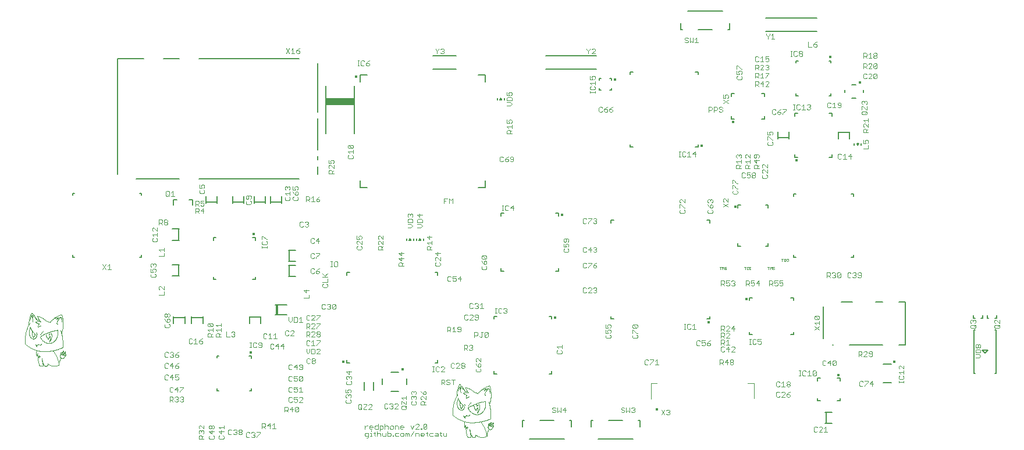
<source format=gbr>
G04 EAGLE Gerber RS-274X export*
G75*
%MOMM*%
%FSLAX34Y34*%
%LPD*%
%AMOC8*
5,1,8,0,0,1.08239X$1,22.5*%
G01*
%ADD10C,0.076200*%
%ADD11C,0.050800*%
%ADD12C,0.400000*%
%ADD13C,0.127000*%
%ADD14C,0.050000*%
%ADD15R,1.540000X0.250000*%
%ADD16C,0.100000*%
%ADD17R,0.415000X1.350000*%
%ADD18R,0.250000X1.540000*%
%ADD19R,4.200000X1.100000*%


D10*
X412838Y4424D02*
X414067Y4424D01*
X415296Y5652D01*
X415296Y11796D01*
X411610Y11796D01*
X410381Y10567D01*
X410381Y8110D01*
X411610Y6881D01*
X415296Y6881D01*
X417865Y11796D02*
X419094Y11796D01*
X419094Y6881D01*
X417865Y6881D02*
X420323Y6881D01*
X419094Y14253D02*
X419094Y15482D01*
X424083Y13025D02*
X424083Y8110D01*
X425312Y6881D01*
X425312Y11796D02*
X422855Y11796D01*
X427844Y14253D02*
X427844Y6881D01*
X427844Y10567D02*
X429073Y11796D01*
X431530Y11796D01*
X432759Y10567D01*
X432759Y6881D01*
X435328Y8110D02*
X435328Y11796D01*
X435328Y8110D02*
X436557Y6881D01*
X440243Y6881D01*
X440243Y11796D01*
X442812Y14253D02*
X442812Y6881D01*
X446498Y6881D01*
X447727Y8110D01*
X447727Y10567D01*
X446498Y11796D01*
X442812Y11796D01*
X450297Y8110D02*
X450297Y6881D01*
X450297Y8110D02*
X451525Y8110D01*
X451525Y6881D01*
X450297Y6881D01*
X455267Y11796D02*
X458953Y11796D01*
X455267Y11796D02*
X454039Y10567D01*
X454039Y8110D01*
X455267Y6881D01*
X458953Y6881D01*
X462751Y6881D02*
X465209Y6881D01*
X466438Y8110D01*
X466438Y10567D01*
X465209Y11796D01*
X462751Y11796D01*
X461523Y10567D01*
X461523Y8110D01*
X462751Y6881D01*
X469007Y6881D02*
X469007Y11796D01*
X470236Y11796D01*
X471464Y10567D01*
X471464Y6881D01*
X471464Y10567D02*
X472693Y11796D01*
X473922Y10567D01*
X473922Y6881D01*
X476491Y6881D02*
X481406Y14253D01*
X483975Y11796D02*
X483975Y6881D01*
X483975Y11796D02*
X487661Y11796D01*
X488890Y10567D01*
X488890Y6881D01*
X492688Y6881D02*
X495145Y6881D01*
X492688Y6881D02*
X491459Y8110D01*
X491459Y10567D01*
X492688Y11796D01*
X495145Y11796D01*
X496374Y10567D01*
X496374Y9338D01*
X491459Y9338D01*
X500172Y8110D02*
X500172Y13025D01*
X500172Y8110D02*
X501401Y6881D01*
X501401Y11796D02*
X498944Y11796D01*
X505162Y11796D02*
X508848Y11796D01*
X505162Y11796D02*
X503933Y10567D01*
X503933Y8110D01*
X505162Y6881D01*
X508848Y6881D01*
X512646Y11796D02*
X515103Y11796D01*
X516332Y10567D01*
X516332Y6881D01*
X512646Y6881D01*
X511417Y8110D01*
X512646Y9338D01*
X516332Y9338D01*
X520130Y8110D02*
X520130Y13025D01*
X520130Y8110D02*
X521359Y6881D01*
X521359Y11796D02*
X518901Y11796D01*
X523891Y11796D02*
X523891Y8110D01*
X525119Y6881D01*
X528806Y6881D01*
X528806Y11796D01*
X410381Y17381D02*
X410381Y22296D01*
X412838Y22296D02*
X410381Y19838D01*
X412838Y22296D02*
X414067Y22296D01*
X417846Y17381D02*
X420304Y17381D01*
X417846Y17381D02*
X416618Y18610D01*
X416618Y21067D01*
X417846Y22296D01*
X420304Y22296D01*
X421533Y21067D01*
X421533Y19838D01*
X416618Y19838D01*
X429017Y17381D02*
X429017Y24753D01*
X429017Y17381D02*
X425331Y17381D01*
X424102Y18610D01*
X424102Y21067D01*
X425331Y22296D01*
X429017Y22296D01*
X431586Y22296D02*
X431586Y14924D01*
X431586Y22296D02*
X435272Y22296D01*
X436501Y21067D01*
X436501Y18610D01*
X435272Y17381D01*
X431586Y17381D01*
X439070Y17381D02*
X439070Y24753D01*
X440299Y22296D02*
X439070Y21067D01*
X440299Y22296D02*
X442756Y22296D01*
X443985Y21067D01*
X443985Y17381D01*
X447783Y17381D02*
X450241Y17381D01*
X451469Y18610D01*
X451469Y21067D01*
X450241Y22296D01*
X447783Y22296D01*
X446554Y21067D01*
X446554Y18610D01*
X447783Y17381D01*
X454039Y17381D02*
X454039Y22296D01*
X457725Y22296D01*
X458953Y21067D01*
X458953Y17381D01*
X462751Y17381D02*
X465209Y17381D01*
X462751Y17381D02*
X461523Y18610D01*
X461523Y21067D01*
X462751Y22296D01*
X465209Y22296D01*
X466438Y21067D01*
X466438Y19838D01*
X461523Y19838D01*
X476491Y22296D02*
X478948Y17381D01*
X481406Y22296D01*
X483975Y17381D02*
X488890Y17381D01*
X483975Y17381D02*
X488890Y22296D01*
X488890Y23525D01*
X487661Y24753D01*
X485204Y24753D01*
X483975Y23525D01*
X491459Y18610D02*
X491459Y17381D01*
X491459Y18610D02*
X492688Y18610D01*
X492688Y17381D01*
X491459Y17381D01*
X495201Y18610D02*
X495201Y23525D01*
X496430Y24753D01*
X498888Y24753D01*
X500116Y23525D01*
X500116Y18610D01*
X498888Y17381D01*
X496430Y17381D01*
X495201Y18610D01*
X500116Y23525D01*
D11*
X963440Y250254D02*
X963440Y253813D01*
X962254Y253813D02*
X964627Y253813D01*
X965996Y253813D02*
X965996Y250254D01*
X967776Y250254D01*
X968369Y250847D01*
X968369Y253220D01*
X967776Y253813D01*
X965996Y253813D01*
X969738Y250254D02*
X970924Y250254D01*
X970331Y250254D02*
X970331Y253813D01*
X969738Y253813D02*
X970924Y253813D01*
X997440Y253813D02*
X997440Y250254D01*
X996254Y253813D02*
X998627Y253813D01*
X999996Y253813D02*
X999996Y250254D01*
X1001182Y252627D02*
X999996Y253813D01*
X1001182Y252627D02*
X1002369Y253813D01*
X1002369Y250254D01*
X1005518Y253813D02*
X1006111Y253220D01*
X1005518Y253813D02*
X1004331Y253813D01*
X1003738Y253220D01*
X1003738Y252627D01*
X1004331Y252034D01*
X1005518Y252034D01*
X1006111Y251440D01*
X1006111Y250847D01*
X1005518Y250254D01*
X1004331Y250254D01*
X1003738Y250847D01*
X927440Y250254D02*
X927440Y253813D01*
X926254Y253813D02*
X928627Y253813D01*
X929996Y253813D02*
X929996Y250254D01*
X931182Y252627D02*
X929996Y253813D01*
X931182Y252627D02*
X932369Y253813D01*
X932369Y250254D01*
X935518Y253813D02*
X936111Y253220D01*
X935518Y253813D02*
X934331Y253813D01*
X933738Y253220D01*
X933738Y252627D01*
X934331Y252034D01*
X935518Y252034D01*
X936111Y251440D01*
X936111Y250847D01*
X935518Y250254D01*
X934331Y250254D01*
X933738Y250847D01*
D12*
X687000Y180000D03*
D13*
X682000Y182000D02*
X678000Y182000D01*
X682000Y182000D02*
X682000Y178000D01*
X682000Y102000D02*
X682000Y98000D01*
X678000Y98000D01*
X598000Y98000D02*
X598000Y102000D01*
X598000Y98000D02*
X602000Y98000D01*
X598000Y178000D02*
X598000Y182000D01*
X602000Y182000D01*
D10*
X601838Y186381D02*
X599381Y186381D01*
X600610Y186381D02*
X600610Y193753D01*
X601838Y193753D02*
X599381Y193753D01*
X608057Y193753D02*
X609285Y192525D01*
X608057Y193753D02*
X605599Y193753D01*
X604370Y192525D01*
X604370Y187610D01*
X605599Y186381D01*
X608057Y186381D01*
X609285Y187610D01*
X611855Y192525D02*
X613083Y193753D01*
X615541Y193753D01*
X616769Y192525D01*
X616769Y191296D01*
X615541Y190067D01*
X614312Y190067D01*
X615541Y190067D02*
X616769Y188838D01*
X616769Y187610D01*
X615541Y186381D01*
X613083Y186381D01*
X611855Y187610D01*
X928381Y147753D02*
X928381Y140381D01*
X928381Y147753D02*
X932067Y147753D01*
X933296Y146525D01*
X933296Y144067D01*
X932067Y142838D01*
X928381Y142838D01*
X930838Y142838D02*
X933296Y140381D01*
X935865Y145296D02*
X938323Y147753D01*
X938323Y140381D01*
X940780Y140381D02*
X935865Y140381D01*
X928381Y150381D02*
X928381Y157753D01*
X932067Y157753D01*
X933296Y156525D01*
X933296Y154067D01*
X932067Y152838D01*
X928381Y152838D01*
X930838Y152838D02*
X933296Y150381D01*
X935865Y150381D02*
X940780Y150381D01*
X935865Y150381D02*
X940780Y155296D01*
X940780Y156525D01*
X939551Y157753D01*
X937094Y157753D01*
X935865Y156525D01*
X554381Y139753D02*
X554381Y132381D01*
X554381Y139753D02*
X558067Y139753D01*
X559296Y138525D01*
X559296Y136067D01*
X558067Y134838D01*
X554381Y134838D01*
X556838Y134838D02*
X559296Y132381D01*
X561865Y138525D02*
X563094Y139753D01*
X565551Y139753D01*
X566780Y138525D01*
X566780Y137296D01*
X565551Y136067D01*
X564323Y136067D01*
X565551Y136067D02*
X566780Y134838D01*
X566780Y133610D01*
X565551Y132381D01*
X563094Y132381D01*
X561865Y133610D01*
D14*
X826500Y84500D02*
X826500Y61500D01*
X826500Y84500D02*
X835000Y84500D01*
X967000Y84500D02*
X976000Y84500D01*
X976000Y62000D01*
D12*
X835000Y46000D03*
D10*
X841381Y45753D02*
X846296Y38381D01*
X841381Y38381D02*
X846296Y45753D01*
X848865Y44525D02*
X850094Y45753D01*
X852551Y45753D01*
X853780Y44525D01*
X853780Y43296D01*
X852551Y42067D01*
X851323Y42067D01*
X852551Y42067D02*
X853780Y40838D01*
X853780Y39610D01*
X852551Y38381D01*
X850094Y38381D01*
X848865Y39610D01*
D13*
X1115255Y440920D02*
X1115255Y451080D01*
X1098745Y451080D02*
X1098745Y440920D01*
D15*
X1107000Y449750D03*
D10*
X1102067Y418753D02*
X1103296Y417525D01*
X1102067Y418753D02*
X1099610Y418753D01*
X1098381Y417525D01*
X1098381Y412610D01*
X1099610Y411381D01*
X1102067Y411381D01*
X1103296Y412610D01*
X1105865Y416296D02*
X1108323Y418753D01*
X1108323Y411381D01*
X1110780Y411381D02*
X1105865Y411381D01*
X1117035Y411381D02*
X1117035Y418753D01*
X1113349Y415067D01*
X1118264Y415067D01*
X982843Y559397D02*
X981615Y560625D01*
X979157Y560625D01*
X977929Y559397D01*
X977929Y554482D01*
X979157Y553253D01*
X981615Y553253D01*
X982843Y554482D01*
X985413Y558168D02*
X987870Y560625D01*
X987870Y553253D01*
X985413Y553253D02*
X990328Y553253D01*
X992897Y560625D02*
X997812Y560625D01*
X992897Y560625D02*
X992897Y556939D01*
X995354Y558168D01*
X996583Y558168D01*
X997812Y556939D01*
X997812Y554482D01*
X996583Y553253D01*
X994126Y553253D01*
X992897Y554482D01*
X1135381Y558381D02*
X1135381Y565753D01*
X1139067Y565753D01*
X1140296Y564525D01*
X1140296Y562067D01*
X1139067Y560838D01*
X1135381Y560838D01*
X1137838Y560838D02*
X1140296Y558381D01*
X1142865Y563296D02*
X1145323Y565753D01*
X1145323Y558381D01*
X1147780Y558381D02*
X1142865Y558381D01*
X1150349Y564525D02*
X1151578Y565753D01*
X1154035Y565753D01*
X1155264Y564525D01*
X1155264Y563296D01*
X1154035Y562067D01*
X1155264Y560838D01*
X1155264Y559610D01*
X1154035Y558381D01*
X1151578Y558381D01*
X1150349Y559610D01*
X1150349Y560838D01*
X1151578Y562067D01*
X1150349Y563296D01*
X1150349Y564525D01*
X1151578Y562067D02*
X1154035Y562067D01*
X1135381Y550753D02*
X1135381Y543381D01*
X1135381Y550753D02*
X1139067Y550753D01*
X1140296Y549525D01*
X1140296Y547067D01*
X1139067Y545838D01*
X1135381Y545838D01*
X1137838Y545838D02*
X1140296Y543381D01*
X1142865Y543381D02*
X1147780Y543381D01*
X1142865Y543381D02*
X1147780Y548296D01*
X1147780Y549525D01*
X1146551Y550753D01*
X1144094Y550753D01*
X1142865Y549525D01*
X1150349Y549525D02*
X1150349Y544610D01*
X1150349Y549525D02*
X1151578Y550753D01*
X1154035Y550753D01*
X1155264Y549525D01*
X1155264Y544610D01*
X1154035Y543381D01*
X1151578Y543381D01*
X1150349Y544610D01*
X1155264Y549525D01*
X1142619Y450381D02*
X1135247Y450381D01*
X1135247Y454067D01*
X1136475Y455296D01*
X1138933Y455296D01*
X1140162Y454067D01*
X1140162Y450381D01*
X1140162Y452838D02*
X1142619Y455296D01*
X1142619Y457865D02*
X1142619Y462780D01*
X1142619Y457865D02*
X1137704Y462780D01*
X1136475Y462780D01*
X1135247Y461551D01*
X1135247Y459094D01*
X1136475Y457865D01*
X1137704Y465349D02*
X1135247Y467807D01*
X1142619Y467807D01*
X1142619Y470264D02*
X1142619Y465349D01*
X977929Y541253D02*
X977929Y548625D01*
X981615Y548625D01*
X982843Y547397D01*
X982843Y544939D01*
X981615Y543710D01*
X977929Y543710D01*
X980386Y543710D02*
X982843Y541253D01*
X985413Y541253D02*
X990328Y541253D01*
X985413Y541253D02*
X990328Y546168D01*
X990328Y547397D01*
X989099Y548625D01*
X986641Y548625D01*
X985413Y547397D01*
X992897Y547397D02*
X994126Y548625D01*
X996583Y548625D01*
X997812Y547397D01*
X997812Y546168D01*
X996583Y544939D01*
X995354Y544939D01*
X996583Y544939D02*
X997812Y543710D01*
X997812Y542482D01*
X996583Y541253D01*
X994126Y541253D01*
X992897Y542482D01*
D13*
X1128770Y434270D02*
X1127500Y431730D01*
X1128770Y434270D02*
X1126230Y434270D01*
X1127500Y431730D01*
X1132580Y431730D02*
X1132580Y434270D01*
X1122420Y434270D02*
X1122420Y431730D01*
D10*
X1135247Y426381D02*
X1142619Y426381D01*
X1142619Y431296D01*
X1135247Y433865D02*
X1135247Y438780D01*
X1135247Y433865D02*
X1138933Y433865D01*
X1137704Y436323D01*
X1137704Y437551D01*
X1138933Y438780D01*
X1141390Y438780D01*
X1142619Y437551D01*
X1142619Y435094D01*
X1141390Y433865D01*
D13*
X1124572Y500313D02*
X1119016Y500313D01*
X1135200Y508413D02*
X1135200Y511588D01*
X1108388Y511588D02*
X1108388Y508413D01*
X1119016Y519688D02*
X1124572Y519688D01*
D12*
X1130500Y523000D03*
D10*
X1134603Y475929D02*
X1139518Y475929D01*
X1134603Y475929D02*
X1133375Y477157D01*
X1133375Y479615D01*
X1134603Y480843D01*
X1139518Y480843D01*
X1140747Y479615D01*
X1140747Y477157D01*
X1139518Y475929D01*
X1138290Y478386D02*
X1140747Y480843D01*
X1133375Y483413D02*
X1133375Y488328D01*
X1134603Y488328D01*
X1139518Y483413D01*
X1140747Y483413D01*
X1140747Y488328D01*
X1134603Y490897D02*
X1133375Y492126D01*
X1133375Y494583D01*
X1134603Y495812D01*
X1135832Y495812D01*
X1137061Y494583D01*
X1137061Y493354D01*
X1137061Y494583D02*
X1138290Y495812D01*
X1139518Y495812D01*
X1140747Y494583D01*
X1140747Y492126D01*
X1139518Y490897D01*
X1087843Y492397D02*
X1086615Y493625D01*
X1084157Y493625D01*
X1082929Y492397D01*
X1082929Y487482D01*
X1084157Y486253D01*
X1086615Y486253D01*
X1087843Y487482D01*
X1090413Y491168D02*
X1092870Y493625D01*
X1092870Y486253D01*
X1090413Y486253D02*
X1095328Y486253D01*
X1097897Y487482D02*
X1099126Y486253D01*
X1101583Y486253D01*
X1102812Y487482D01*
X1102812Y492397D01*
X1101583Y493625D01*
X1099126Y493625D01*
X1097897Y492397D01*
X1097897Y491168D01*
X1099126Y489939D01*
X1102812Y489939D01*
X1140296Y534525D02*
X1139067Y535753D01*
X1136610Y535753D01*
X1135381Y534525D01*
X1135381Y529610D01*
X1136610Y528381D01*
X1139067Y528381D01*
X1140296Y529610D01*
X1142865Y528381D02*
X1147780Y528381D01*
X1142865Y528381D02*
X1147780Y533296D01*
X1147780Y534525D01*
X1146551Y535753D01*
X1144094Y535753D01*
X1142865Y534525D01*
X1150349Y534525D02*
X1150349Y529610D01*
X1150349Y534525D02*
X1151578Y535753D01*
X1154035Y535753D01*
X1155264Y534525D01*
X1155264Y529610D01*
X1154035Y528381D01*
X1151578Y528381D01*
X1150349Y529610D01*
X1155264Y534525D01*
D13*
X245250Y76250D02*
X245250Y73500D01*
X245250Y124250D02*
X241500Y124250D01*
X197250Y73500D02*
X194500Y73500D01*
X194500Y76250D01*
X194500Y121500D02*
X194500Y124250D01*
X242500Y73500D02*
X245250Y73500D01*
X245250Y120500D02*
X245250Y124250D01*
X197250Y124250D02*
X194500Y124250D01*
D12*
X244000Y129000D03*
D10*
X244838Y136381D02*
X242381Y136381D01*
X243610Y136381D02*
X243610Y143753D01*
X244838Y143753D02*
X242381Y143753D01*
X251057Y143753D02*
X252285Y142525D01*
X251057Y143753D02*
X248599Y143753D01*
X247370Y142525D01*
X247370Y137610D01*
X248599Y136381D01*
X251057Y136381D01*
X252285Y137610D01*
X254855Y137610D02*
X256083Y136381D01*
X258541Y136381D01*
X259769Y137610D01*
X259769Y142525D01*
X258541Y143753D01*
X256083Y143753D01*
X254855Y142525D01*
X254855Y141296D01*
X256083Y140067D01*
X259769Y140067D01*
D13*
X869520Y600100D02*
X869520Y608990D01*
X869520Y600100D02*
X872060Y600100D01*
X894920Y600100D02*
X915240Y600100D01*
X938100Y600100D02*
X940640Y600100D01*
X940640Y608990D01*
X930480Y626770D02*
X879680Y626770D01*
D10*
X879067Y588253D02*
X880296Y587025D01*
X879067Y588253D02*
X876610Y588253D01*
X875381Y587025D01*
X875381Y585796D01*
X876610Y584567D01*
X879067Y584567D01*
X880296Y583338D01*
X880296Y582110D01*
X879067Y580881D01*
X876610Y580881D01*
X875381Y582110D01*
X882865Y580881D02*
X882865Y588253D01*
X885323Y583338D02*
X882865Y580881D01*
X885323Y583338D02*
X887780Y580881D01*
X887780Y588253D01*
X890349Y585796D02*
X892807Y588253D01*
X892807Y580881D01*
X895264Y580881D02*
X890349Y580881D01*
D13*
X810480Y29900D02*
X810480Y21010D01*
X810480Y29900D02*
X807940Y29900D01*
X785080Y29900D02*
X764760Y29900D01*
X741900Y29900D02*
X739360Y29900D01*
X739360Y21010D01*
X749520Y3230D02*
X800320Y3230D01*
D10*
X787843Y47897D02*
X786615Y49125D01*
X784157Y49125D01*
X782929Y47897D01*
X782929Y46668D01*
X784157Y45439D01*
X786615Y45439D01*
X787843Y44210D01*
X787843Y42982D01*
X786615Y41753D01*
X784157Y41753D01*
X782929Y42982D01*
X790413Y41753D02*
X790413Y49125D01*
X792870Y44210D02*
X790413Y41753D01*
X792870Y44210D02*
X795328Y41753D01*
X795328Y49125D01*
X797897Y47897D02*
X799126Y49125D01*
X801583Y49125D01*
X802812Y47897D01*
X802812Y46668D01*
X801583Y45439D01*
X800354Y45439D01*
X801583Y45439D02*
X802812Y44210D01*
X802812Y42982D01*
X801583Y41753D01*
X799126Y41753D01*
X797897Y42982D01*
D13*
X710480Y29900D02*
X710480Y21010D01*
X710480Y29900D02*
X707940Y29900D01*
X685080Y29900D02*
X664760Y29900D01*
X641900Y29900D02*
X639360Y29900D01*
X639360Y21010D01*
X649520Y3230D02*
X700320Y3230D01*
D10*
X687843Y47897D02*
X686615Y49125D01*
X684157Y49125D01*
X682929Y47897D01*
X682929Y46668D01*
X684157Y45439D01*
X686615Y45439D01*
X687843Y44210D01*
X687843Y42982D01*
X686615Y41753D01*
X684157Y41753D01*
X682929Y42982D01*
X690413Y41753D02*
X690413Y49125D01*
X692870Y44210D02*
X690413Y41753D01*
X692870Y44210D02*
X695328Y41753D01*
X695328Y49125D01*
X701583Y49125D02*
X701583Y41753D01*
X697897Y45439D02*
X701583Y49125D01*
X702812Y45439D02*
X697897Y45439D01*
X352296Y198525D02*
X351067Y199753D01*
X348610Y199753D01*
X347381Y198525D01*
X347381Y193610D01*
X348610Y192381D01*
X351067Y192381D01*
X352296Y193610D01*
X354865Y198525D02*
X356094Y199753D01*
X358551Y199753D01*
X359780Y198525D01*
X359780Y197296D01*
X358551Y196067D01*
X357323Y196067D01*
X358551Y196067D02*
X359780Y194838D01*
X359780Y193610D01*
X358551Y192381D01*
X356094Y192381D01*
X354865Y193610D01*
X362349Y193610D02*
X362349Y198525D01*
X363578Y199753D01*
X366035Y199753D01*
X367264Y198525D01*
X367264Y193610D01*
X366035Y192381D01*
X363578Y192381D01*
X362349Y193610D01*
X367264Y198525D01*
X566067Y200753D02*
X567296Y199525D01*
X566067Y200753D02*
X563610Y200753D01*
X562381Y199525D01*
X562381Y194610D01*
X563610Y193381D01*
X566067Y193381D01*
X567296Y194610D01*
X569865Y199525D02*
X571094Y200753D01*
X573551Y200753D01*
X574780Y199525D01*
X574780Y198296D01*
X573551Y197067D01*
X572323Y197067D01*
X573551Y197067D02*
X574780Y195838D01*
X574780Y194610D01*
X573551Y193381D01*
X571094Y193381D01*
X569865Y194610D01*
X577349Y198296D02*
X579807Y200753D01*
X579807Y193381D01*
X582264Y193381D02*
X577349Y193381D01*
D13*
X458747Y72388D02*
X447841Y72388D01*
X471125Y82238D02*
X471125Y90763D01*
X435463Y90763D02*
X435463Y82238D01*
X447841Y100613D02*
X458747Y100613D01*
D12*
X465000Y104500D03*
D10*
X464303Y46029D02*
X469218Y46029D01*
X464303Y46029D02*
X463075Y47257D01*
X463075Y49715D01*
X464303Y50943D01*
X469218Y50943D01*
X470447Y49715D01*
X470447Y47257D01*
X469218Y46029D01*
X467990Y48486D02*
X470447Y50943D01*
X463075Y53513D02*
X463075Y58428D01*
X464303Y58428D01*
X469218Y53513D01*
X470447Y53513D01*
X470447Y58428D01*
X465532Y60997D02*
X463075Y63454D01*
X470447Y63454D01*
X470447Y60997D02*
X470447Y65912D01*
X443296Y53425D02*
X442067Y54653D01*
X439610Y54653D01*
X438381Y53425D01*
X438381Y48510D01*
X439610Y47281D01*
X442067Y47281D01*
X443296Y48510D01*
X445865Y53425D02*
X447094Y54653D01*
X449551Y54653D01*
X450780Y53425D01*
X450780Y52196D01*
X449551Y50967D01*
X448323Y50967D01*
X449551Y50967D02*
X450780Y49738D01*
X450780Y48510D01*
X449551Y47281D01*
X447094Y47281D01*
X445865Y48510D01*
X453349Y47281D02*
X458264Y47281D01*
X453349Y47281D02*
X458264Y52196D01*
X458264Y53425D01*
X457035Y54653D01*
X454578Y54653D01*
X453349Y53425D01*
X477375Y56615D02*
X478603Y57843D01*
X477375Y56615D02*
X477375Y54157D01*
X478603Y52929D01*
X483518Y52929D01*
X484747Y54157D01*
X484747Y56615D01*
X483518Y57843D01*
X478603Y60413D02*
X477375Y61641D01*
X477375Y64099D01*
X478603Y65328D01*
X479832Y65328D01*
X481061Y64099D01*
X481061Y62870D01*
X481061Y64099D02*
X482290Y65328D01*
X483518Y65328D01*
X484747Y64099D01*
X484747Y61641D01*
X483518Y60413D01*
X478603Y67897D02*
X477375Y69126D01*
X477375Y71583D01*
X478603Y72812D01*
X479832Y72812D01*
X481061Y71583D01*
X481061Y70354D01*
X481061Y71583D02*
X482290Y72812D01*
X483518Y72812D01*
X484747Y71583D01*
X484747Y69126D01*
X483518Y67897D01*
X491375Y52929D02*
X498747Y52929D01*
X491375Y52929D02*
X491375Y56615D01*
X492603Y57843D01*
X495061Y57843D01*
X496290Y56615D01*
X496290Y52929D01*
X496290Y55386D02*
X498747Y57843D01*
X498747Y60413D02*
X498747Y65328D01*
X498747Y60413D02*
X493832Y65328D01*
X492603Y65328D01*
X491375Y64099D01*
X491375Y61641D01*
X492603Y60413D01*
X492603Y70354D02*
X491375Y72812D01*
X492603Y70354D02*
X495061Y67897D01*
X497518Y67897D01*
X498747Y69126D01*
X498747Y71583D01*
X497518Y72812D01*
X496290Y72812D01*
X495061Y71583D01*
X495061Y67897D01*
X324929Y164253D02*
X324929Y171625D01*
X328615Y171625D01*
X329843Y170397D01*
X329843Y167939D01*
X328615Y166710D01*
X324929Y166710D01*
X327386Y166710D02*
X329843Y164253D01*
X332413Y164253D02*
X337328Y164253D01*
X332413Y164253D02*
X337328Y169168D01*
X337328Y170397D01*
X336099Y171625D01*
X333641Y171625D01*
X332413Y170397D01*
X339897Y171625D02*
X344812Y171625D01*
X344812Y170397D01*
X339897Y165482D01*
X339897Y164253D01*
X324929Y159625D02*
X324929Y152253D01*
X324929Y159625D02*
X328615Y159625D01*
X329843Y158397D01*
X329843Y155939D01*
X328615Y154710D01*
X324929Y154710D01*
X327386Y154710D02*
X329843Y152253D01*
X332413Y152253D02*
X337328Y152253D01*
X332413Y152253D02*
X337328Y157168D01*
X337328Y158397D01*
X336099Y159625D01*
X333641Y159625D01*
X332413Y158397D01*
X339897Y158397D02*
X341126Y159625D01*
X343583Y159625D01*
X344812Y158397D01*
X344812Y157168D01*
X343583Y155939D01*
X344812Y154710D01*
X344812Y153482D01*
X343583Y152253D01*
X341126Y152253D01*
X339897Y153482D01*
X339897Y154710D01*
X341126Y155939D01*
X339897Y157168D01*
X339897Y158397D01*
X341126Y155939D02*
X343583Y155939D01*
D13*
X409250Y86000D02*
X409250Y74000D01*
X422500Y74000D02*
X422500Y86000D01*
D10*
X400381Y52525D02*
X400381Y47610D01*
X400381Y52525D02*
X401610Y53753D01*
X404067Y53753D01*
X405296Y52525D01*
X405296Y47610D01*
X404067Y46381D01*
X401610Y46381D01*
X400381Y47610D01*
X402838Y48838D02*
X405296Y46381D01*
X407865Y53753D02*
X412780Y53753D01*
X412780Y52525D01*
X407865Y47610D01*
X407865Y46381D01*
X412780Y46381D01*
X415349Y46381D02*
X420264Y46381D01*
X415349Y46381D02*
X420264Y51296D01*
X420264Y52525D01*
X419035Y53753D01*
X416578Y53753D01*
X415349Y52525D01*
X383247Y86067D02*
X384475Y87296D01*
X383247Y86067D02*
X383247Y83610D01*
X384475Y82381D01*
X389390Y82381D01*
X390619Y83610D01*
X390619Y86067D01*
X389390Y87296D01*
X384475Y89865D02*
X383247Y91094D01*
X383247Y93551D01*
X384475Y94780D01*
X385704Y94780D01*
X386933Y93551D01*
X386933Y92323D01*
X386933Y93551D02*
X388162Y94780D01*
X389390Y94780D01*
X390619Y93551D01*
X390619Y91094D01*
X389390Y89865D01*
X390619Y101035D02*
X383247Y101035D01*
X386933Y97349D01*
X386933Y102264D01*
X383475Y60296D02*
X382247Y59067D01*
X382247Y56610D01*
X383475Y55381D01*
X388390Y55381D01*
X389619Y56610D01*
X389619Y59067D01*
X388390Y60296D01*
X383475Y62865D02*
X382247Y64094D01*
X382247Y66551D01*
X383475Y67780D01*
X384704Y67780D01*
X385933Y66551D01*
X385933Y65323D01*
X385933Y66551D02*
X387162Y67780D01*
X388390Y67780D01*
X389619Y66551D01*
X389619Y64094D01*
X388390Y62865D01*
X382247Y70349D02*
X382247Y75264D01*
X382247Y70349D02*
X385933Y70349D01*
X384704Y72807D01*
X384704Y74035D01*
X385933Y75264D01*
X388390Y75264D01*
X389619Y74035D01*
X389619Y71578D01*
X388390Y70349D01*
X123843Y128397D02*
X122615Y129625D01*
X120157Y129625D01*
X118929Y128397D01*
X118929Y123482D01*
X120157Y122253D01*
X122615Y122253D01*
X123843Y123482D01*
X126413Y128397D02*
X127641Y129625D01*
X130099Y129625D01*
X131328Y128397D01*
X131328Y127168D01*
X130099Y125939D01*
X128870Y125939D01*
X130099Y125939D02*
X131328Y124710D01*
X131328Y123482D01*
X130099Y122253D01*
X127641Y122253D01*
X126413Y123482D01*
X136354Y128397D02*
X138812Y129625D01*
X136354Y128397D02*
X133897Y125939D01*
X133897Y123482D01*
X135126Y122253D01*
X137583Y122253D01*
X138812Y123482D01*
X138812Y124710D01*
X137583Y125939D01*
X133897Y125939D01*
X241067Y12753D02*
X242296Y11525D01*
X241067Y12753D02*
X238610Y12753D01*
X237381Y11525D01*
X237381Y6610D01*
X238610Y5381D01*
X241067Y5381D01*
X242296Y6610D01*
X244865Y11525D02*
X246094Y12753D01*
X248551Y12753D01*
X249780Y11525D01*
X249780Y10296D01*
X248551Y9067D01*
X247323Y9067D01*
X248551Y9067D02*
X249780Y7838D01*
X249780Y6610D01*
X248551Y5381D01*
X246094Y5381D01*
X244865Y6610D01*
X252349Y12753D02*
X257264Y12753D01*
X257264Y11525D01*
X252349Y6610D01*
X252349Y5381D01*
X216296Y15525D02*
X215067Y16753D01*
X212610Y16753D01*
X211381Y15525D01*
X211381Y10610D01*
X212610Y9381D01*
X215067Y9381D01*
X216296Y10610D01*
X218865Y15525D02*
X220094Y16753D01*
X222551Y16753D01*
X223780Y15525D01*
X223780Y14296D01*
X222551Y13067D01*
X221323Y13067D01*
X222551Y13067D02*
X223780Y11838D01*
X223780Y10610D01*
X222551Y9381D01*
X220094Y9381D01*
X218865Y10610D01*
X226349Y15525D02*
X227578Y16753D01*
X230035Y16753D01*
X231264Y15525D01*
X231264Y14296D01*
X230035Y13067D01*
X231264Y11838D01*
X231264Y10610D01*
X230035Y9381D01*
X227578Y9381D01*
X226349Y10610D01*
X226349Y11838D01*
X227578Y13067D01*
X226349Y14296D01*
X226349Y15525D01*
X227578Y13067D02*
X230035Y13067D01*
X1116067Y245753D02*
X1117296Y244525D01*
X1116067Y245753D02*
X1113610Y245753D01*
X1112381Y244525D01*
X1112381Y239610D01*
X1113610Y238381D01*
X1116067Y238381D01*
X1117296Y239610D01*
X1119865Y244525D02*
X1121094Y245753D01*
X1123551Y245753D01*
X1124780Y244525D01*
X1124780Y243296D01*
X1123551Y242067D01*
X1122323Y242067D01*
X1123551Y242067D02*
X1124780Y240838D01*
X1124780Y239610D01*
X1123551Y238381D01*
X1121094Y238381D01*
X1119865Y239610D01*
X1127349Y239610D02*
X1128578Y238381D01*
X1131035Y238381D01*
X1132264Y239610D01*
X1132264Y244525D01*
X1131035Y245753D01*
X1128578Y245753D01*
X1127349Y244525D01*
X1127349Y243296D01*
X1128578Y242067D01*
X1132264Y242067D01*
X1079615Y117625D02*
X1080843Y116397D01*
X1079615Y117625D02*
X1077157Y117625D01*
X1075929Y116397D01*
X1075929Y111482D01*
X1077157Y110253D01*
X1079615Y110253D01*
X1080843Y111482D01*
X1087099Y110253D02*
X1087099Y117625D01*
X1083413Y113939D01*
X1088328Y113939D01*
X1090897Y111482D02*
X1090897Y116397D01*
X1092126Y117625D01*
X1094583Y117625D01*
X1095812Y116397D01*
X1095812Y111482D01*
X1094583Y110253D01*
X1092126Y110253D01*
X1090897Y111482D01*
X1095812Y116397D01*
X1128381Y123381D02*
X1128381Y130753D01*
X1132067Y130753D01*
X1133296Y129525D01*
X1133296Y127067D01*
X1132067Y125838D01*
X1128381Y125838D01*
X1130838Y125838D02*
X1133296Y123381D01*
X1135865Y123381D02*
X1140780Y123381D01*
X1135865Y123381D02*
X1140780Y128296D01*
X1140780Y129525D01*
X1139551Y130753D01*
X1137094Y130753D01*
X1135865Y129525D01*
X1143349Y124610D02*
X1144578Y123381D01*
X1147035Y123381D01*
X1148264Y124610D01*
X1148264Y129525D01*
X1147035Y130753D01*
X1144578Y130753D01*
X1143349Y129525D01*
X1143349Y128296D01*
X1144578Y127067D01*
X1148264Y127067D01*
X1082381Y238381D02*
X1082381Y245753D01*
X1086067Y245753D01*
X1087296Y244525D01*
X1087296Y242067D01*
X1086067Y240838D01*
X1082381Y240838D01*
X1084838Y240838D02*
X1087296Y238381D01*
X1089865Y244525D02*
X1091094Y245753D01*
X1093551Y245753D01*
X1094780Y244525D01*
X1094780Y243296D01*
X1093551Y242067D01*
X1092323Y242067D01*
X1093551Y242067D02*
X1094780Y240838D01*
X1094780Y239610D01*
X1093551Y238381D01*
X1091094Y238381D01*
X1089865Y239610D01*
X1097349Y239610D02*
X1097349Y244525D01*
X1098578Y245753D01*
X1101035Y245753D01*
X1102264Y244525D01*
X1102264Y239610D01*
X1101035Y238381D01*
X1098578Y238381D01*
X1097349Y239610D01*
X1102264Y244525D01*
X198603Y7843D02*
X197375Y6615D01*
X197375Y4157D01*
X198603Y2929D01*
X203518Y2929D01*
X204747Y4157D01*
X204747Y6615D01*
X203518Y7843D01*
X204747Y14099D02*
X197375Y14099D01*
X201061Y10413D01*
X201061Y15328D01*
X199832Y17897D02*
X197375Y20354D01*
X204747Y20354D01*
X204747Y17897D02*
X204747Y22812D01*
X277296Y140525D02*
X276067Y141753D01*
X273610Y141753D01*
X272381Y140525D01*
X272381Y135610D01*
X273610Y134381D01*
X276067Y134381D01*
X277296Y135610D01*
X283551Y134381D02*
X283551Y141753D01*
X279865Y138067D01*
X284780Y138067D01*
X291035Y134381D02*
X291035Y141753D01*
X287349Y138067D01*
X292264Y138067D01*
X123843Y95397D02*
X122615Y96625D01*
X120157Y96625D01*
X118929Y95397D01*
X118929Y90482D01*
X120157Y89253D01*
X122615Y89253D01*
X123843Y90482D01*
X130099Y89253D02*
X130099Y96625D01*
X126413Y92939D01*
X131328Y92939D01*
X133897Y96625D02*
X138812Y96625D01*
X133897Y96625D02*
X133897Y92939D01*
X136354Y94168D01*
X137583Y94168D01*
X138812Y92939D01*
X138812Y90482D01*
X137583Y89253D01*
X135126Y89253D01*
X133897Y90482D01*
X123843Y112397D02*
X122615Y113625D01*
X120157Y113625D01*
X118929Y112397D01*
X118929Y107482D01*
X120157Y106253D01*
X122615Y106253D01*
X123843Y107482D01*
X130099Y106253D02*
X130099Y113625D01*
X126413Y109939D01*
X131328Y109939D01*
X136354Y112397D02*
X138812Y113625D01*
X136354Y112397D02*
X133897Y109939D01*
X133897Y107482D01*
X135126Y106253D01*
X137583Y106253D01*
X138812Y107482D01*
X138812Y108710D01*
X137583Y109939D01*
X133897Y109939D01*
X129615Y78625D02*
X130843Y77397D01*
X129615Y78625D02*
X127157Y78625D01*
X125929Y77397D01*
X125929Y72482D01*
X127157Y71253D01*
X129615Y71253D01*
X130843Y72482D01*
X137099Y71253D02*
X137099Y78625D01*
X133413Y74939D01*
X138328Y74939D01*
X140897Y78625D02*
X145812Y78625D01*
X145812Y77397D01*
X140897Y72482D01*
X140897Y71253D01*
X184603Y7843D02*
X183375Y6615D01*
X183375Y4157D01*
X184603Y2929D01*
X189518Y2929D01*
X190747Y4157D01*
X190747Y6615D01*
X189518Y7843D01*
X190747Y14099D02*
X183375Y14099D01*
X187061Y10413D01*
X187061Y15328D01*
X184603Y17897D02*
X183375Y19126D01*
X183375Y21583D01*
X184603Y22812D01*
X185832Y22812D01*
X187061Y21583D01*
X188290Y22812D01*
X189518Y22812D01*
X190747Y21583D01*
X190747Y19126D01*
X189518Y17897D01*
X188290Y17897D01*
X187061Y19126D01*
X185832Y17897D01*
X184603Y17897D01*
X187061Y19126D02*
X187061Y21583D01*
X175747Y2929D02*
X168375Y2929D01*
X168375Y6615D01*
X169603Y7843D01*
X172061Y7843D01*
X173290Y6615D01*
X173290Y2929D01*
X173290Y5386D02*
X175747Y7843D01*
X169603Y10413D02*
X168375Y11641D01*
X168375Y14099D01*
X169603Y15328D01*
X170832Y15328D01*
X172061Y14099D01*
X172061Y12870D01*
X172061Y14099D02*
X173290Y15328D01*
X174518Y15328D01*
X175747Y14099D01*
X175747Y11641D01*
X174518Y10413D01*
X175747Y17897D02*
X175747Y22812D01*
X175747Y17897D02*
X170832Y22812D01*
X169603Y22812D01*
X168375Y21583D01*
X168375Y19126D01*
X169603Y17897D01*
X125929Y57253D02*
X125929Y64625D01*
X129615Y64625D01*
X130843Y63397D01*
X130843Y60939D01*
X129615Y59710D01*
X125929Y59710D01*
X128386Y59710D02*
X130843Y57253D01*
X133413Y63397D02*
X134641Y64625D01*
X137099Y64625D01*
X138328Y63397D01*
X138328Y62168D01*
X137099Y60939D01*
X135870Y60939D01*
X137099Y60939D02*
X138328Y59710D01*
X138328Y58482D01*
X137099Y57253D01*
X134641Y57253D01*
X133413Y58482D01*
X140897Y63397D02*
X142126Y64625D01*
X144583Y64625D01*
X145812Y63397D01*
X145812Y62168D01*
X144583Y60939D01*
X143354Y60939D01*
X144583Y60939D02*
X145812Y59710D01*
X145812Y58482D01*
X144583Y57253D01*
X142126Y57253D01*
X140897Y58482D01*
X303067Y111753D02*
X304296Y110525D01*
X303067Y111753D02*
X300610Y111753D01*
X299381Y110525D01*
X299381Y105610D01*
X300610Y104381D01*
X303067Y104381D01*
X304296Y105610D01*
X310551Y104381D02*
X310551Y111753D01*
X306865Y108067D01*
X311780Y108067D01*
X314349Y105610D02*
X315578Y104381D01*
X318035Y104381D01*
X319264Y105610D01*
X319264Y110525D01*
X318035Y111753D01*
X315578Y111753D01*
X314349Y110525D01*
X314349Y109296D01*
X315578Y108067D01*
X319264Y108067D01*
X304296Y93525D02*
X303067Y94753D01*
X300610Y94753D01*
X299381Y93525D01*
X299381Y88610D01*
X300610Y87381D01*
X303067Y87381D01*
X304296Y88610D01*
X306865Y94753D02*
X311780Y94753D01*
X306865Y94753D02*
X306865Y91067D01*
X309323Y92296D01*
X310551Y92296D01*
X311780Y91067D01*
X311780Y88610D01*
X310551Y87381D01*
X308094Y87381D01*
X306865Y88610D01*
X314349Y88610D02*
X314349Y93525D01*
X315578Y94753D01*
X318035Y94753D01*
X319264Y93525D01*
X319264Y88610D01*
X318035Y87381D01*
X315578Y87381D01*
X314349Y88610D01*
X319264Y93525D01*
X304296Y77525D02*
X303067Y78753D01*
X300610Y78753D01*
X299381Y77525D01*
X299381Y72610D01*
X300610Y71381D01*
X303067Y71381D01*
X304296Y72610D01*
X306865Y78753D02*
X311780Y78753D01*
X306865Y78753D02*
X306865Y75067D01*
X309323Y76296D01*
X310551Y76296D01*
X311780Y75067D01*
X311780Y72610D01*
X310551Y71381D01*
X308094Y71381D01*
X306865Y72610D01*
X314349Y76296D02*
X316807Y78753D01*
X316807Y71381D01*
X319264Y71381D02*
X314349Y71381D01*
X304196Y62725D02*
X302967Y63953D01*
X300510Y63953D01*
X299281Y62725D01*
X299281Y57810D01*
X300510Y56581D01*
X302967Y56581D01*
X304196Y57810D01*
X306765Y63953D02*
X311680Y63953D01*
X306765Y63953D02*
X306765Y60267D01*
X309223Y61496D01*
X310451Y61496D01*
X311680Y60267D01*
X311680Y57810D01*
X310451Y56581D01*
X307994Y56581D01*
X306765Y57810D01*
X314249Y56581D02*
X319164Y56581D01*
X314249Y56581D02*
X319164Y61496D01*
X319164Y62725D01*
X317935Y63953D01*
X315478Y63953D01*
X314249Y62725D01*
X896615Y146625D02*
X897843Y145397D01*
X896615Y146625D02*
X894157Y146625D01*
X892929Y145397D01*
X892929Y140482D01*
X894157Y139253D01*
X896615Y139253D01*
X897843Y140482D01*
X900413Y146625D02*
X905328Y146625D01*
X900413Y146625D02*
X900413Y142939D01*
X902870Y144168D01*
X904099Y144168D01*
X905328Y142939D01*
X905328Y140482D01*
X904099Y139253D01*
X901641Y139253D01*
X900413Y140482D01*
X910354Y145397D02*
X912812Y146625D01*
X910354Y145397D02*
X907897Y142939D01*
X907897Y140482D01*
X909126Y139253D01*
X911583Y139253D01*
X912812Y140482D01*
X912812Y141710D01*
X911583Y142939D01*
X907897Y142939D01*
X951247Y531067D02*
X952475Y532296D01*
X951247Y531067D02*
X951247Y528610D01*
X952475Y527381D01*
X957390Y527381D01*
X958619Y528610D01*
X958619Y531067D01*
X957390Y532296D01*
X951247Y534865D02*
X951247Y539780D01*
X951247Y534865D02*
X954933Y534865D01*
X953704Y537323D01*
X953704Y538551D01*
X954933Y539780D01*
X957390Y539780D01*
X958619Y538551D01*
X958619Y536094D01*
X957390Y534865D01*
X951247Y542349D02*
X951247Y547264D01*
X952475Y547264D01*
X957390Y542349D01*
X958619Y542349D01*
X962067Y391253D02*
X963296Y390025D01*
X962067Y391253D02*
X959610Y391253D01*
X958381Y390025D01*
X958381Y385110D01*
X959610Y383881D01*
X962067Y383881D01*
X963296Y385110D01*
X965865Y391253D02*
X970780Y391253D01*
X965865Y391253D02*
X965865Y387567D01*
X968323Y388796D01*
X969551Y388796D01*
X970780Y387567D01*
X970780Y385110D01*
X969551Y383881D01*
X967094Y383881D01*
X965865Y385110D01*
X973349Y390025D02*
X974578Y391253D01*
X977035Y391253D01*
X978264Y390025D01*
X978264Y388796D01*
X977035Y387567D01*
X978264Y386338D01*
X978264Y385110D01*
X977035Y383881D01*
X974578Y383881D01*
X973349Y385110D01*
X973349Y386338D01*
X974578Y387567D01*
X973349Y388796D01*
X973349Y390025D01*
X974578Y387567D02*
X977035Y387567D01*
X700475Y280296D02*
X699247Y279067D01*
X699247Y276610D01*
X700475Y275381D01*
X705390Y275381D01*
X706619Y276610D01*
X706619Y279067D01*
X705390Y280296D01*
X699247Y282865D02*
X699247Y287780D01*
X699247Y282865D02*
X702933Y282865D01*
X701704Y285323D01*
X701704Y286551D01*
X702933Y287780D01*
X705390Y287780D01*
X706619Y286551D01*
X706619Y284094D01*
X705390Y282865D01*
X705390Y290349D02*
X706619Y291578D01*
X706619Y294035D01*
X705390Y295264D01*
X700475Y295264D01*
X699247Y294035D01*
X699247Y291578D01*
X700475Y290349D01*
X701704Y290349D01*
X702933Y291578D01*
X702933Y295264D01*
X580975Y255296D02*
X579747Y254067D01*
X579747Y251610D01*
X580975Y250381D01*
X585890Y250381D01*
X587119Y251610D01*
X587119Y254067D01*
X585890Y255296D01*
X580975Y260323D02*
X579747Y262780D01*
X580975Y260323D02*
X583433Y257865D01*
X585890Y257865D01*
X587119Y259094D01*
X587119Y261551D01*
X585890Y262780D01*
X584662Y262780D01*
X583433Y261551D01*
X583433Y257865D01*
X585890Y265349D02*
X580975Y265349D01*
X579747Y266578D01*
X579747Y269035D01*
X580975Y270264D01*
X585890Y270264D01*
X587119Y269035D01*
X587119Y266578D01*
X585890Y265349D01*
X580975Y270264D01*
X572603Y105843D02*
X571375Y104615D01*
X571375Y102157D01*
X572603Y100929D01*
X577518Y100929D01*
X578747Y102157D01*
X578747Y104615D01*
X577518Y105843D01*
X572603Y110870D02*
X571375Y113328D01*
X572603Y110870D02*
X575061Y108413D01*
X577518Y108413D01*
X578747Y109641D01*
X578747Y112099D01*
X577518Y113328D01*
X576290Y113328D01*
X575061Y112099D01*
X575061Y108413D01*
X578747Y115897D02*
X578747Y120812D01*
X578747Y115897D02*
X573832Y120812D01*
X572603Y120812D01*
X571375Y119583D01*
X571375Y117126D01*
X572603Y115897D01*
X908847Y336067D02*
X910075Y337296D01*
X908847Y336067D02*
X908847Y333610D01*
X910075Y332381D01*
X914990Y332381D01*
X916219Y333610D01*
X916219Y336067D01*
X914990Y337296D01*
X910075Y342323D02*
X908847Y344780D01*
X910075Y342323D02*
X912533Y339865D01*
X914990Y339865D01*
X916219Y341094D01*
X916219Y343551D01*
X914990Y344780D01*
X913762Y344780D01*
X912533Y343551D01*
X912533Y339865D01*
X910075Y347349D02*
X908847Y348578D01*
X908847Y351035D01*
X910075Y352264D01*
X911304Y352264D01*
X912533Y351035D01*
X912533Y349807D01*
X912533Y351035D02*
X913762Y352264D01*
X914990Y352264D01*
X916219Y351035D01*
X916219Y348578D01*
X914990Y347349D01*
X293381Y49753D02*
X293381Y42381D01*
X293381Y49753D02*
X297067Y49753D01*
X298296Y48525D01*
X298296Y46067D01*
X297067Y44838D01*
X293381Y44838D01*
X295838Y44838D02*
X298296Y42381D01*
X304551Y42381D02*
X304551Y49753D01*
X300865Y46067D01*
X305780Y46067D01*
X308349Y43610D02*
X308349Y48525D01*
X309578Y49753D01*
X312035Y49753D01*
X313264Y48525D01*
X313264Y43610D01*
X312035Y42381D01*
X309578Y42381D01*
X308349Y43610D01*
X313264Y48525D01*
X260381Y25753D02*
X260381Y18381D01*
X260381Y25753D02*
X264067Y25753D01*
X265296Y24525D01*
X265296Y22067D01*
X264067Y20838D01*
X260381Y20838D01*
X262838Y20838D02*
X265296Y18381D01*
X271551Y18381D02*
X271551Y25753D01*
X267865Y22067D01*
X272780Y22067D01*
X275349Y23296D02*
X277807Y25753D01*
X277807Y18381D01*
X280264Y18381D02*
X275349Y18381D01*
D13*
X509000Y562000D02*
X543000Y562000D01*
X543000Y542000D02*
X509000Y542000D01*
D10*
X512881Y571025D02*
X512881Y572253D01*
X512881Y571025D02*
X515338Y568567D01*
X517796Y571025D01*
X517796Y572253D01*
X515338Y568567D02*
X515338Y564881D01*
X520365Y571025D02*
X521594Y572253D01*
X524051Y572253D01*
X525280Y571025D01*
X525280Y569796D01*
X524051Y568567D01*
X522823Y568567D01*
X524051Y568567D02*
X525280Y567338D01*
X525280Y566110D01*
X524051Y564881D01*
X521594Y564881D01*
X520365Y566110D01*
D13*
X993500Y597000D02*
X1067500Y597000D01*
X1067500Y617000D02*
X993500Y617000D01*
D10*
X993913Y593625D02*
X993913Y592397D01*
X996370Y589939D01*
X998828Y592397D01*
X998828Y593625D01*
X996370Y589939D02*
X996370Y586253D01*
X1001397Y591168D02*
X1003854Y593625D01*
X1003854Y586253D01*
X1001397Y586253D02*
X1006312Y586253D01*
D13*
X1196400Y202800D02*
X1196400Y139800D01*
X1187400Y139800D01*
X1077400Y149800D02*
X1077400Y195800D01*
X1115400Y139800D02*
X1163400Y139800D01*
X1091400Y139800D02*
X1090400Y139800D01*
X1187400Y202800D02*
X1196400Y202800D01*
X1163400Y202800D02*
X1153400Y202800D01*
X1119400Y202800D02*
X1103400Y202800D01*
D10*
X1071619Y167296D02*
X1064247Y162381D01*
X1064247Y167296D02*
X1071619Y162381D01*
X1066704Y169865D02*
X1064247Y172323D01*
X1071619Y172323D01*
X1071619Y174780D02*
X1071619Y169865D01*
X1070390Y177349D02*
X1065475Y177349D01*
X1064247Y178578D01*
X1064247Y181035D01*
X1065475Y182264D01*
X1070390Y182264D01*
X1071619Y181035D01*
X1071619Y178578D01*
X1070390Y177349D01*
X1065475Y182264D01*
X1055413Y574753D02*
X1055413Y582125D01*
X1055413Y574753D02*
X1060328Y574753D01*
X1065354Y580897D02*
X1067812Y582125D01*
X1065354Y580897D02*
X1062897Y578439D01*
X1062897Y575982D01*
X1064126Y574753D01*
X1066583Y574753D01*
X1067812Y575982D01*
X1067812Y577210D01*
X1066583Y578439D01*
X1062897Y578439D01*
X1006567Y483753D02*
X1007796Y482525D01*
X1006567Y483753D02*
X1004110Y483753D01*
X1002881Y482525D01*
X1002881Y477610D01*
X1004110Y476381D01*
X1006567Y476381D01*
X1007796Y477610D01*
X1012823Y482525D02*
X1015280Y483753D01*
X1012823Y482525D02*
X1010365Y480067D01*
X1010365Y477610D01*
X1011594Y476381D01*
X1014051Y476381D01*
X1015280Y477610D01*
X1015280Y478838D01*
X1014051Y480067D01*
X1010365Y480067D01*
X1017849Y483753D02*
X1022764Y483753D01*
X1022764Y482525D01*
X1017849Y477610D01*
X1017849Y476381D01*
D16*
X545250Y68650D02*
X544710Y67802D01*
X544190Y66941D01*
X543690Y66069D01*
X543210Y65185D01*
X542751Y64290D01*
X542313Y63385D01*
X541897Y62470D01*
X541501Y61545D01*
X541128Y60611D01*
X540776Y59669D01*
X540446Y58719D01*
X540138Y57762D01*
X539853Y56798D01*
X539590Y55827D01*
X539350Y54850D01*
X539350Y54849D02*
X539067Y53616D01*
X538812Y52376D01*
X538583Y51132D01*
X538382Y49882D01*
X538208Y48629D01*
X538061Y47372D01*
X537942Y46112D01*
X537850Y44850D01*
X537851Y44850D02*
X537797Y43988D01*
X537763Y43125D01*
X537747Y42262D01*
X537750Y41398D01*
X537772Y40535D01*
X537813Y39672D01*
X537872Y38811D01*
X537951Y37951D01*
X591149Y53550D02*
X591475Y54526D01*
X591777Y55509D01*
X592056Y56500D01*
X592310Y57497D01*
X592541Y58500D01*
X592748Y59507D01*
X592930Y60520D01*
X593089Y61537D01*
X593223Y62557D01*
X593332Y63580D01*
X593417Y64605D01*
X593478Y65633D01*
X593514Y66661D01*
X593525Y67690D01*
X593512Y68719D01*
X593474Y69747D01*
X593411Y70774D01*
X593324Y71799D01*
X593213Y72822D01*
X593077Y73842D01*
X592916Y74858D01*
X592732Y75870D01*
X592523Y76878D01*
X592290Y77880D01*
X592034Y78877D01*
X591753Y79867D01*
X591449Y80850D01*
X558150Y27751D02*
X557134Y27975D01*
X556124Y28224D01*
X555119Y28497D01*
X554122Y28793D01*
X553132Y29114D01*
X552150Y29457D01*
X551177Y29824D01*
X550212Y30215D01*
X549257Y30627D01*
X548312Y31063D01*
X547378Y31521D01*
X546455Y32001D01*
X545544Y32503D01*
X544645Y33026D01*
X543758Y33571D01*
X542885Y34136D01*
X542025Y34722D01*
X541180Y35329D01*
X540349Y35955D01*
X539534Y36601D01*
X538734Y37266D01*
X537950Y37950D01*
X558251Y27750D02*
X558943Y27609D01*
X559638Y27484D01*
X560335Y27373D01*
X561035Y27278D01*
X561737Y27198D01*
X562440Y27133D01*
X563145Y27084D01*
X563850Y27050D01*
X563950Y27050D02*
X564586Y27002D01*
X565224Y26967D01*
X565862Y26946D01*
X566500Y26939D01*
X567138Y26946D01*
X567776Y26967D01*
X568414Y27002D01*
X569050Y27050D01*
X570706Y27165D01*
X572358Y27318D01*
X574006Y27510D01*
X575649Y27740D01*
X577287Y28009D01*
X578918Y28315D01*
X580541Y28659D01*
X582156Y29041D01*
X583761Y29461D01*
X585357Y29917D01*
X586941Y30411D01*
X588513Y30941D01*
X590073Y31508D01*
X591619Y32111D01*
X593150Y32750D01*
X593208Y34425D01*
X593227Y36100D01*
X593207Y37775D01*
X593148Y39450D01*
X593050Y41122D01*
X592913Y42792D01*
X592737Y44459D01*
X592523Y46120D01*
X592270Y47777D01*
X591978Y49427D01*
X591649Y51069D01*
X591281Y52704D01*
X590875Y54329D01*
X590431Y55945D01*
X589950Y57550D01*
X574150Y69350D02*
X574638Y69962D01*
X575141Y70562D01*
X575658Y71150D01*
X576189Y71726D01*
X576733Y72288D01*
X577291Y72838D01*
X577861Y73374D01*
X578445Y73896D01*
X579040Y74404D01*
X579648Y74898D01*
X580267Y75377D01*
X580898Y75841D01*
X581539Y76290D01*
X582191Y76723D01*
X582853Y77141D01*
X583525Y77543D01*
X584207Y77928D01*
X584897Y78297D01*
X585596Y78650D01*
X586303Y78986D01*
X587018Y79304D01*
X587741Y79606D01*
X588470Y79890D01*
X589207Y80157D01*
X589949Y80406D01*
X590697Y80637D01*
X591450Y80850D01*
X574150Y69350D02*
X574008Y69451D01*
X573864Y69549D01*
X573718Y69643D01*
X573569Y69733D01*
X573419Y69820D01*
X573266Y69904D01*
X573111Y69983D01*
X572954Y70059D01*
X572796Y70131D01*
X572636Y70200D01*
X572474Y70264D01*
X572311Y70325D01*
X572147Y70382D01*
X571981Y70434D01*
X571814Y70483D01*
X571646Y70528D01*
X571477Y70569D01*
X571307Y70605D01*
X571136Y70638D01*
X570964Y70666D01*
X570792Y70691D01*
X570619Y70711D01*
X570446Y70727D01*
X570272Y70739D01*
X570098Y70747D01*
X569924Y70751D01*
X569750Y70750D01*
D14*
X578650Y74050D02*
X578960Y74248D01*
X579275Y74438D01*
X579594Y74621D01*
X579918Y74796D01*
X580245Y74963D01*
X580576Y75123D01*
X580912Y75274D01*
X581250Y75418D01*
X581592Y75554D01*
X581937Y75681D01*
X582285Y75800D01*
X582636Y75911D01*
X582989Y76013D01*
X583345Y76107D01*
X583703Y76193D01*
X584063Y76270D01*
X584424Y76338D01*
X584787Y76398D01*
X585151Y76449D01*
X585517Y76491D01*
X585883Y76525D01*
X586250Y76550D01*
D16*
X569749Y70750D02*
X569173Y71305D01*
X568584Y71847D01*
X567982Y72374D01*
X567367Y72887D01*
X566741Y73386D01*
X566103Y73869D01*
X565453Y74337D01*
X564793Y74789D01*
X564122Y75225D01*
X563441Y75646D01*
X562750Y76050D01*
X562169Y76331D01*
X561581Y76598D01*
X560986Y76850D01*
X560386Y77089D01*
X559780Y77313D01*
X559170Y77523D01*
X558554Y77718D01*
X557934Y77898D01*
X557310Y78064D01*
X556682Y78215D01*
X556050Y78350D01*
X556173Y77939D01*
X556306Y77531D01*
X556448Y77127D01*
X556600Y76725D01*
X556761Y76328D01*
X556932Y75935D01*
X557112Y75545D01*
X557301Y75160D01*
X557500Y74780D01*
X557707Y74405D01*
X557923Y74034D01*
X558148Y73669D01*
X558382Y73309D01*
X558624Y72955D01*
X558875Y72607D01*
X559134Y72265D01*
X559400Y71929D01*
X559675Y71600D01*
X559958Y71277D01*
X560248Y70961D01*
X560545Y70652D01*
X560850Y70350D01*
D14*
X583650Y73650D02*
X583759Y73839D01*
X583873Y74025D01*
X583992Y74208D01*
X584114Y74388D01*
X584241Y74566D01*
X584373Y74740D01*
X584508Y74911D01*
X584648Y75078D01*
X584791Y75243D01*
X584939Y75403D01*
X585090Y75560D01*
X585245Y75713D01*
X585404Y75863D01*
X585567Y76009D01*
X585733Y76150D01*
X585902Y76288D01*
X586074Y76421D01*
X586250Y76550D01*
X560850Y70350D02*
X560543Y70430D01*
X560235Y70502D01*
X559924Y70567D01*
X559612Y70625D01*
X559299Y70674D01*
X558985Y70716D01*
X558669Y70750D01*
X558353Y70777D01*
X558037Y70796D01*
X557720Y70807D01*
X557403Y70810D01*
X557086Y70806D01*
X556769Y70793D01*
X556452Y70773D01*
X556136Y70746D01*
X555821Y70710D01*
X555507Y70667D01*
X555194Y70617D01*
X554882Y70558D01*
X554572Y70492D01*
X554264Y70419D01*
X553957Y70338D01*
X553652Y70249D01*
X553350Y70153D01*
X553050Y70050D01*
X583650Y73650D02*
X583901Y73875D01*
X584157Y74095D01*
X584418Y74308D01*
X584684Y74515D01*
X584956Y74715D01*
X585231Y74909D01*
X585512Y75097D01*
X585797Y75277D01*
X586086Y75451D01*
X586379Y75618D01*
X586676Y75778D01*
X586976Y75931D01*
X587281Y76076D01*
X587588Y76214D01*
X587899Y76345D01*
X588213Y76469D01*
X588530Y76585D01*
X588849Y76693D01*
X589171Y76794D01*
X589495Y76887D01*
X589821Y76972D01*
X590150Y77050D01*
X590151Y77050D02*
X590319Y76684D01*
X590478Y76315D01*
X590628Y75942D01*
X590768Y75565D01*
X590900Y75185D01*
X591023Y74802D01*
X591136Y74417D01*
X591240Y74028D01*
X591334Y73637D01*
X591419Y73244D01*
X591494Y72849D01*
X591560Y72452D01*
X591616Y72054D01*
X591662Y71655D01*
X591699Y71255D01*
X591726Y70853D01*
X591743Y70452D01*
X591751Y70050D01*
X585350Y66750D02*
X585282Y66853D01*
X585211Y66954D01*
X585137Y67053D01*
X585061Y67150D01*
X584981Y67245D01*
X584899Y67337D01*
X584814Y67427D01*
X584727Y67514D01*
X584637Y67599D01*
X584545Y67681D01*
X584450Y67761D01*
X584353Y67837D01*
X584254Y67911D01*
X584153Y67982D01*
X584050Y68050D01*
X584051Y68050D02*
X584149Y68420D01*
X584255Y68787D01*
X584371Y69152D01*
X584495Y69514D01*
X584628Y69872D01*
X584770Y70228D01*
X584920Y70580D01*
X585078Y70928D01*
X585245Y71272D01*
X585420Y71613D01*
X585603Y71948D01*
X585795Y72280D01*
X585994Y72607D01*
X586201Y72928D01*
X586416Y73245D01*
X586638Y73557D01*
X586867Y73863D01*
X587104Y74163D01*
X587349Y74458D01*
X587600Y74746D01*
X587858Y75029D01*
X588122Y75305D01*
X588394Y75575D01*
X588671Y75838D01*
X588955Y76094D01*
X589246Y76344D01*
X589542Y76586D01*
X589843Y76822D01*
X590151Y77049D01*
X558350Y67350D02*
X558083Y67410D01*
X557818Y67476D01*
X557554Y67549D01*
X557292Y67628D01*
X557032Y67713D01*
X556774Y67804D01*
X556519Y67902D01*
X556266Y68005D01*
X556015Y68114D01*
X555767Y68230D01*
X555522Y68351D01*
X555280Y68478D01*
X555041Y68611D01*
X554805Y68749D01*
X554572Y68893D01*
X554343Y69043D01*
X554118Y69198D01*
X553896Y69358D01*
X553678Y69523D01*
X553465Y69694D01*
X553255Y69869D01*
X553050Y70050D01*
X558349Y67350D02*
X558257Y67221D01*
X558167Y67090D01*
X558080Y66957D01*
X557997Y66822D01*
X557917Y66685D01*
X557841Y66546D01*
X557768Y66405D01*
X557698Y66262D01*
X557632Y66118D01*
X557570Y65972D01*
X557511Y65825D01*
X557456Y65676D01*
X557404Y65526D01*
X557357Y65375D01*
X557312Y65222D01*
X557272Y65069D01*
X557235Y64915D01*
X557203Y64759D01*
X557174Y64603D01*
X557149Y64447D01*
X557127Y64289D01*
X557110Y64132D01*
X557096Y63974D01*
X557087Y63815D01*
X557081Y63657D01*
X557079Y63498D01*
X557081Y63339D01*
X557087Y63181D01*
X557097Y63022D01*
X557110Y62864D01*
X557128Y62707D01*
X557149Y62549D01*
X557150Y62550D02*
X557653Y62865D01*
X558163Y63168D01*
X558679Y63461D01*
X559202Y63742D01*
X559731Y64011D01*
X560265Y64269D01*
X560805Y64515D01*
X561350Y64750D01*
D16*
X558950Y72451D02*
X558100Y72479D01*
X557250Y72488D01*
X556400Y72479D01*
X555550Y72451D01*
D14*
X564750Y57050D02*
X564202Y56453D01*
X563669Y55843D01*
X563149Y55221D01*
X562645Y54587D01*
X562155Y53941D01*
X561680Y53284D01*
X561221Y52616D01*
X560778Y51938D01*
X560350Y51250D01*
D16*
X555550Y72450D02*
X555280Y73060D01*
X554996Y73664D01*
X554697Y74260D01*
X554385Y74850D01*
X554059Y75432D01*
X553719Y76006D01*
X553366Y76572D01*
X552999Y77129D01*
X552620Y77678D01*
X552227Y78217D01*
X551822Y78748D01*
X551405Y79268D01*
X550976Y79779D01*
X550534Y80279D01*
X550081Y80769D01*
X549617Y81248D01*
X549141Y81715D01*
X548655Y82172D01*
X548157Y82617D01*
X547650Y83050D01*
X547259Y82319D01*
X546886Y81579D01*
X546531Y80831D01*
X546193Y80074D01*
X545874Y79310D01*
X545573Y78538D01*
X545290Y77759D01*
X545026Y76974D01*
X544781Y76182D01*
X544555Y75385D01*
X544348Y74583D01*
X544160Y73776D01*
X543991Y72965D01*
X543841Y72150D01*
X543711Y71332D01*
X543601Y70511D01*
X543510Y69687D01*
X543438Y68862D01*
X543386Y68035D01*
X543354Y67207D01*
X543342Y66378D01*
X543350Y65550D01*
D14*
X555550Y72450D02*
X554990Y73215D01*
X554411Y73966D01*
X553815Y74704D01*
X553201Y75426D01*
X552571Y76135D01*
X551924Y76827D01*
X551260Y77505D01*
X550580Y78166D01*
X549885Y78811D01*
X549175Y79439D01*
X548450Y80050D01*
X548543Y79852D01*
X548631Y79652D01*
X548714Y79449D01*
X548792Y79245D01*
X548866Y79039D01*
X548934Y78831D01*
X548997Y78622D01*
X549055Y78411D01*
X549108Y78199D01*
X549156Y77986D01*
X549199Y77771D01*
X549236Y77556D01*
X549268Y77339D01*
X549295Y77122D01*
X549317Y76905D01*
X549333Y76687D01*
X549344Y76468D01*
X549350Y76250D01*
X549351Y76250D02*
X549176Y76556D01*
X548994Y76857D01*
X548805Y77154D01*
X548609Y77446D01*
X548406Y77734D01*
X548197Y78016D01*
X547980Y78294D01*
X547757Y78566D01*
X547528Y78833D01*
X547293Y79095D01*
X547051Y79350D01*
X547050Y79350D02*
X547291Y78832D01*
X547520Y78307D01*
X547736Y77778D01*
X547940Y77243D01*
X548130Y76704D01*
X548308Y76160D01*
X548472Y75612D01*
X548623Y75061D01*
X548761Y74506D01*
X548886Y73948D01*
X548997Y73387D01*
X549095Y72823D01*
X549179Y72257D01*
X549250Y71690D01*
X549306Y71121D01*
X549350Y70550D01*
X545350Y73149D02*
X545503Y73939D01*
X545673Y74726D01*
X545861Y75508D01*
X546065Y76287D01*
X546286Y77060D01*
X546524Y77829D01*
X546779Y78592D01*
X547050Y79349D01*
X554550Y54050D02*
X554684Y53806D01*
X554813Y53558D01*
X554936Y53308D01*
X555054Y53054D01*
X555165Y52798D01*
X555270Y52540D01*
X555370Y52279D01*
X555463Y52016D01*
X555550Y51750D01*
D16*
X549950Y54949D02*
X549567Y55423D01*
X549195Y55905D01*
X548834Y56396D01*
X548484Y56895D01*
X548146Y57402D01*
X547821Y57917D01*
X547507Y58439D01*
X547205Y58968D01*
X546916Y59504D01*
X546640Y60047D01*
X546376Y60596D01*
X546125Y61151D01*
X545887Y61712D01*
X545662Y62278D01*
X545450Y62850D01*
X549950Y54950D02*
X550455Y54377D01*
X550974Y53816D01*
X551506Y53268D01*
X552050Y52732D01*
X552607Y52209D01*
X553175Y51699D01*
X553756Y51202D01*
X554347Y50719D01*
X554950Y50250D01*
X544150Y57250D02*
X544258Y57961D01*
X544383Y58670D01*
X544522Y59375D01*
X544677Y60078D01*
X544848Y60777D01*
X545033Y61472D01*
X545234Y62163D01*
X545450Y62850D01*
X544150Y57250D02*
X544130Y54950D01*
X544150Y52650D01*
X544181Y52400D01*
X544218Y52151D01*
X544261Y51903D01*
X544310Y51656D01*
X544365Y51410D01*
X544425Y51165D01*
X544492Y50922D01*
X544564Y50681D01*
X544642Y50441D01*
X544725Y50204D01*
X544815Y49968D01*
X544909Y49735D01*
X545010Y49504D01*
X545115Y49275D01*
X545226Y49049D01*
X545343Y48826D01*
X545465Y48605D01*
X545592Y48388D01*
X545724Y48174D01*
X545861Y47962D01*
X546003Y47754D01*
X546150Y47550D01*
X546151Y47550D02*
X546295Y47397D01*
X546443Y47248D01*
X546595Y47102D01*
X546750Y46960D01*
X546908Y46821D01*
X547070Y46686D01*
X547234Y46555D01*
X547402Y46428D01*
X547572Y46304D01*
X547745Y46185D01*
X547921Y46070D01*
X548100Y45959D01*
X548281Y45852D01*
X548465Y45749D01*
X548650Y45650D01*
X548650Y45651D02*
X548794Y45598D01*
X548939Y45549D01*
X549086Y45503D01*
X549234Y45462D01*
X549382Y45424D01*
X549532Y45389D01*
X549682Y45359D01*
X549833Y45332D01*
X549985Y45309D01*
X550137Y45290D01*
X550290Y45274D01*
X550443Y45262D01*
X550596Y45255D01*
X550750Y45251D01*
X550750Y45249D02*
X550896Y45297D01*
X551040Y45349D01*
X551183Y45404D01*
X551325Y45462D01*
X551465Y45525D01*
X551603Y45590D01*
X551740Y45660D01*
X551875Y45732D01*
X552008Y45808D01*
X552139Y45888D01*
X552268Y45970D01*
X552394Y46056D01*
X552519Y46145D01*
X552642Y46237D01*
X552762Y46332D01*
X552879Y46431D01*
X552994Y46532D01*
X553107Y46636D01*
X553217Y46742D01*
X553324Y46852D01*
X553428Y46964D01*
X553530Y47079D01*
X553628Y47196D01*
X553724Y47316D01*
X553816Y47438D01*
X553906Y47563D01*
X553992Y47689D01*
X554075Y47818D01*
X554154Y47949D01*
X554231Y48082D01*
X554304Y48216D01*
X554374Y48353D01*
X554440Y48491D01*
X554502Y48631D01*
X554562Y48772D01*
X554617Y48915D01*
X554669Y49059D01*
X554717Y49204D01*
X554762Y49351D01*
X554803Y49499D01*
X554840Y49647D01*
X554873Y49797D01*
X554903Y49947D01*
X554929Y50098D01*
X554951Y50250D01*
D14*
X548249Y53050D02*
X548293Y54351D01*
X548360Y55651D01*
X548449Y56950D01*
X548250Y53050D02*
X548279Y52723D01*
X548316Y52398D01*
X548360Y52073D01*
X548413Y51750D01*
X548474Y51428D01*
X548542Y51107D01*
X548618Y50788D01*
X548702Y50471D01*
X548793Y50157D01*
X548892Y49844D01*
X548999Y49534D01*
X549113Y49227D01*
X549234Y48923D01*
X549363Y48621D01*
X549499Y48323D01*
X549642Y48028D01*
X549792Y47737D01*
X549950Y47450D01*
X549950Y47451D02*
X550071Y47571D01*
X550190Y47694D01*
X550305Y47821D01*
X550417Y47950D01*
X550526Y48081D01*
X550631Y48216D01*
X550734Y48352D01*
X550833Y48492D01*
X550928Y48633D01*
X551020Y48777D01*
X551109Y48924D01*
X551194Y49072D01*
X551275Y49222D01*
X551353Y49374D01*
X551426Y49528D01*
X551496Y49684D01*
X551563Y49842D01*
X551625Y50001D01*
X551683Y50162D01*
X551738Y50323D01*
X551788Y50487D01*
X551835Y50651D01*
X551877Y50817D01*
X551916Y50983D01*
X551950Y51150D01*
X551957Y51350D01*
X551960Y51551D01*
X551958Y51752D01*
X551952Y51952D01*
X551941Y52152D01*
X551925Y52353D01*
X551904Y52552D01*
X551879Y52751D01*
X551850Y52950D01*
X553150Y37150D02*
X553224Y37072D01*
X553300Y36996D01*
X553379Y36923D01*
X553460Y36854D01*
X553544Y36787D01*
X553631Y36723D01*
X553719Y36662D01*
X553809Y36604D01*
X553902Y36549D01*
X553996Y36498D01*
X554092Y36449D01*
X554190Y36405D01*
X554289Y36363D01*
X554389Y36326D01*
X554491Y36291D01*
X554594Y36261D01*
X554698Y36233D01*
X554802Y36210D01*
X554908Y36190D01*
X555014Y36174D01*
X555121Y36162D01*
X555228Y36153D01*
X555335Y36148D01*
X555442Y36147D01*
X555550Y36150D01*
X555659Y36170D01*
X555766Y36193D01*
X555873Y36220D01*
X555978Y36251D01*
X556082Y36286D01*
X556186Y36324D01*
X556287Y36366D01*
X556388Y36411D01*
X556486Y36460D01*
X556583Y36512D01*
X556678Y36567D01*
X556771Y36626D01*
X556862Y36688D01*
X556950Y36753D01*
X557037Y36821D01*
X557120Y36892D01*
X557202Y36966D01*
X557281Y37043D01*
X557356Y37122D01*
X557430Y37204D01*
X557500Y37289D01*
X557567Y37376D01*
X557631Y37465D01*
X557692Y37557D01*
X557750Y37650D01*
X557823Y37570D01*
X557899Y37494D01*
X557977Y37420D01*
X558058Y37349D01*
X558142Y37281D01*
X558228Y37216D01*
X558317Y37154D01*
X558407Y37095D01*
X558500Y37040D01*
X558594Y36988D01*
X558691Y36940D01*
X558789Y36895D01*
X558889Y36854D01*
X558990Y36816D01*
X559092Y36782D01*
X559196Y36752D01*
X559300Y36726D01*
X559406Y36703D01*
X559512Y36685D01*
X559619Y36670D01*
X559726Y36659D01*
X559834Y36652D01*
X559942Y36649D01*
X560050Y36650D01*
X560050Y36651D02*
X560149Y36664D01*
X560247Y36682D01*
X560345Y36703D01*
X560442Y36728D01*
X560538Y36756D01*
X560633Y36788D01*
X560726Y36824D01*
X560818Y36863D01*
X560908Y36906D01*
X560997Y36952D01*
X561084Y37001D01*
X561169Y37053D01*
X561252Y37109D01*
X561333Y37168D01*
X561412Y37230D01*
X561488Y37295D01*
X561562Y37362D01*
X561633Y37433D01*
X561701Y37506D01*
X561767Y37581D01*
X561829Y37659D01*
X561889Y37739D01*
X561946Y37822D01*
X561999Y37906D01*
X562049Y37993D01*
X562096Y38081D01*
X562140Y38171D01*
X562180Y38263D01*
X562216Y38356D01*
X562250Y38450D01*
X555350Y33850D02*
X555257Y33921D01*
X555167Y33996D01*
X555079Y34074D01*
X554994Y34154D01*
X554911Y34238D01*
X554832Y34324D01*
X554755Y34413D01*
X554682Y34504D01*
X554611Y34598D01*
X554544Y34694D01*
X554480Y34792D01*
X554419Y34892D01*
X554362Y34994D01*
X554308Y35099D01*
X554257Y35205D01*
X554211Y35312D01*
X554168Y35421D01*
X554128Y35532D01*
X554092Y35643D01*
X554061Y35756D01*
X554032Y35870D01*
X554008Y35985D01*
X553988Y36100D01*
X553971Y36216D01*
X553959Y36333D01*
X553950Y36450D01*
X555550Y36150D02*
X555500Y36060D01*
X555454Y35967D01*
X555411Y35873D01*
X555371Y35777D01*
X555335Y35680D01*
X555303Y35581D01*
X555275Y35481D01*
X555251Y35381D01*
X555230Y35279D01*
X555213Y35177D01*
X555200Y35074D01*
X555191Y34971D01*
X555186Y34867D01*
X555185Y34764D01*
X555188Y34660D01*
X555195Y34557D01*
X555205Y34454D01*
X555220Y34351D01*
X555238Y34249D01*
X555261Y34148D01*
X555287Y34048D01*
X555317Y33949D01*
X555350Y33851D01*
D16*
X559950Y48549D02*
X561239Y49362D01*
X562547Y50144D01*
X563874Y50893D01*
X565219Y51610D01*
X566580Y52294D01*
X567958Y52946D01*
X569351Y53563D01*
X570759Y54147D01*
X572180Y54696D01*
X573614Y55210D01*
X575061Y55690D01*
X576518Y56135D01*
X577986Y56544D01*
X579463Y56917D01*
X580949Y57255D01*
X582443Y57556D01*
X583944Y57821D01*
X585450Y58049D01*
X564550Y42151D02*
X564225Y42449D01*
X563906Y42755D01*
X563596Y43068D01*
X563293Y43389D01*
X562998Y43717D01*
X562711Y44053D01*
X562432Y44395D01*
X562162Y44744D01*
X561900Y45099D01*
X561646Y45460D01*
X561402Y45828D01*
X561167Y46201D01*
X560940Y46580D01*
X560723Y46964D01*
X560516Y47354D01*
X560317Y47748D01*
X560129Y48147D01*
X559950Y48551D01*
X564550Y42150D02*
X564806Y41933D01*
X565067Y41723D01*
X565334Y41519D01*
X565605Y41322D01*
X565880Y41131D01*
X566160Y40947D01*
X566445Y40769D01*
X566734Y40599D01*
X567026Y40435D01*
X567323Y40279D01*
X567623Y40130D01*
X567927Y39988D01*
X568234Y39853D01*
X568544Y39726D01*
X568858Y39606D01*
X569174Y39494D01*
X569492Y39390D01*
X569813Y39293D01*
X570136Y39204D01*
X570462Y39123D01*
X570789Y39049D01*
X571118Y38984D01*
X571448Y38927D01*
X571780Y38877D01*
X572112Y38835D01*
X572446Y38802D01*
X572780Y38777D01*
X573115Y38759D01*
X573450Y38750D01*
X573721Y38771D01*
X573993Y38797D01*
X574263Y38831D01*
X574533Y38871D01*
X574802Y38917D01*
X575069Y38970D01*
X575335Y39029D01*
X575600Y39095D01*
X575863Y39167D01*
X576124Y39245D01*
X576383Y39330D01*
X576640Y39420D01*
X576895Y39517D01*
X577148Y39620D01*
X577398Y39730D01*
X577645Y39845D01*
X577889Y39966D01*
X578130Y40092D01*
X578369Y40225D01*
X578604Y40363D01*
X578835Y40507D01*
X579063Y40657D01*
X579288Y40812D01*
X579508Y40972D01*
X579725Y41137D01*
X579937Y41308D01*
X580146Y41484D01*
X580350Y41665D01*
X580550Y41850D01*
X580844Y42154D01*
X581131Y42465D01*
X581409Y42783D01*
X581680Y43107D01*
X581943Y43438D01*
X582198Y43776D01*
X582445Y44119D01*
X582682Y44469D01*
X582912Y44824D01*
X583132Y45185D01*
X583344Y45551D01*
X583546Y45922D01*
X583739Y46298D01*
X583923Y46679D01*
X584098Y47064D01*
X584263Y47453D01*
X584419Y47846D01*
X584565Y48243D01*
X584701Y48643D01*
X584827Y49047D01*
X584943Y49454D01*
X585049Y49863D01*
X585145Y50274D01*
X585231Y50688D01*
X585307Y51104D01*
X585373Y51522D01*
X585428Y51941D01*
X585473Y52362D01*
X585508Y52783D01*
X585532Y53205D01*
X585546Y53628D01*
X585550Y54050D01*
X585551Y54049D02*
X585576Y54550D01*
X585591Y55050D01*
X585595Y55551D01*
X585588Y56052D01*
X585570Y56552D01*
X585541Y57052D01*
X585501Y57551D01*
X585451Y58050D01*
D14*
X568349Y51950D02*
X568414Y51592D01*
X568488Y51235D01*
X568570Y50880D01*
X568661Y50528D01*
X568760Y50177D01*
X568867Y49829D01*
X568982Y49484D01*
X569106Y49141D01*
X569238Y48802D01*
X569378Y48466D01*
X569525Y48133D01*
X569681Y47804D01*
X569844Y47478D01*
X570016Y47157D01*
X570194Y46839D01*
X570381Y46527D01*
X570574Y46218D01*
X570775Y45914D01*
X570983Y45616D01*
X571198Y45322D01*
X571421Y45033D01*
X571649Y44750D01*
X571650Y44750D02*
X571685Y44916D01*
X571724Y45080D01*
X571768Y45243D01*
X571815Y45406D01*
X571866Y45567D01*
X571921Y45727D01*
X571980Y45885D01*
X572042Y46042D01*
X572108Y46197D01*
X572178Y46351D01*
X572252Y46503D01*
X572329Y46654D01*
X572410Y46802D01*
X572495Y46948D01*
X572583Y47093D01*
X572674Y47235D01*
X572769Y47375D01*
X572867Y47512D01*
X572969Y47647D01*
X573073Y47780D01*
X573181Y47910D01*
X573292Y48038D01*
X573406Y48162D01*
X573523Y48284D01*
X573643Y48403D01*
X573765Y48520D01*
X573891Y48633D01*
X574019Y48743D01*
X574150Y48850D01*
X574149Y48850D02*
X574218Y48580D01*
X574280Y48308D01*
X574336Y48034D01*
X574385Y47759D01*
X574427Y47484D01*
X574463Y47207D01*
X574492Y46929D01*
X574514Y46651D01*
X574530Y46372D01*
X574539Y46093D01*
X574541Y45814D01*
X574536Y45535D01*
X574525Y45256D01*
X574507Y44978D01*
X574483Y44700D01*
X574451Y44422D01*
X574413Y44146D01*
X574369Y43870D01*
X574317Y43596D01*
X574260Y43323D01*
X574195Y43051D01*
X574124Y42781D01*
X574047Y42513D01*
X573963Y42247D01*
X573873Y41983D01*
X573776Y41721D01*
X573673Y41462D01*
X573564Y41205D01*
X573449Y40950D01*
X573450Y40950D02*
X573660Y41189D01*
X573864Y41434D01*
X574062Y41683D01*
X574254Y41938D01*
X574440Y42197D01*
X574619Y42460D01*
X574792Y42728D01*
X574958Y43000D01*
X575117Y43275D01*
X575270Y43555D01*
X575416Y43838D01*
X575555Y44125D01*
X575687Y44415D01*
X575812Y44708D01*
X575930Y45004D01*
X576040Y45303D01*
X576143Y45604D01*
X576239Y45908D01*
X576327Y46214D01*
X576408Y46522D01*
X576482Y46832D01*
X576547Y47144D01*
X576605Y47457D01*
X576656Y47772D01*
X576699Y48087D01*
X576734Y48404D01*
X576761Y48722D01*
X576781Y49039D01*
X576793Y49358D01*
X576797Y49676D01*
X576793Y49995D01*
X576782Y50313D01*
X576763Y50631D01*
X576736Y50949D01*
X576702Y51266D01*
X576659Y51581D01*
X576609Y51896D01*
X576552Y52209D01*
X576487Y52521D01*
X576414Y52831D01*
X576333Y53140D01*
X576246Y53446D01*
X576150Y53750D01*
X575811Y53524D01*
X575477Y53290D01*
X575149Y53048D01*
X574827Y52799D01*
X574511Y52542D01*
X574201Y52278D01*
X573898Y52006D01*
X573601Y51727D01*
X573310Y51442D01*
X573027Y51149D01*
X572750Y50850D01*
X572751Y50850D02*
X572699Y51202D01*
X572657Y51555D01*
X572622Y51909D01*
X572596Y52264D01*
X572579Y52619D01*
X572569Y52975D01*
X572569Y53330D01*
X572577Y53686D01*
X572593Y54041D01*
X572618Y54396D01*
X572651Y54750D01*
D16*
X554750Y28650D02*
X554670Y28086D01*
X554604Y27520D01*
X554552Y26953D01*
X554512Y26384D01*
X554486Y25815D01*
X554473Y25246D01*
X554473Y24676D01*
X554486Y24106D01*
X554513Y23537D01*
X554553Y22969D01*
X554606Y22402D01*
X554672Y21836D01*
X554751Y21272D01*
X554844Y20710D01*
X554950Y20150D01*
X554977Y20296D01*
X555008Y20441D01*
X555043Y20586D01*
X555081Y20730D01*
X555123Y20872D01*
X555168Y21014D01*
X555217Y21154D01*
X555270Y21294D01*
X555325Y21431D01*
X555385Y21568D01*
X555447Y21703D01*
X555513Y21836D01*
X555583Y21968D01*
X555655Y22097D01*
X555731Y22225D01*
X555810Y22351D01*
X555892Y22475D01*
X555977Y22597D01*
X556065Y22717D01*
X556156Y22835D01*
X556250Y22950D01*
X556451Y23750D02*
X556413Y23614D01*
X556379Y23476D01*
X556349Y23337D01*
X556322Y23198D01*
X556300Y23058D01*
X556281Y22917D01*
X556266Y22776D01*
X556255Y22635D01*
X556248Y22493D01*
X556244Y22351D01*
X556245Y22210D01*
X556249Y22068D01*
X556257Y21926D01*
X556269Y21785D01*
X556285Y21644D01*
X556305Y21504D01*
X556329Y21364D01*
X556356Y21225D01*
X556387Y21086D01*
X556422Y20949D01*
X556461Y20812D01*
X556503Y20677D01*
X556549Y20543D01*
X556599Y20410D01*
X556652Y20279D01*
X556709Y20149D01*
X556770Y20020D01*
X556834Y19894D01*
X556901Y19769D01*
X556972Y19646D01*
X557046Y19525D01*
X557123Y19406D01*
X557203Y19289D01*
X557287Y19175D01*
X557374Y19062D01*
X557464Y18953D01*
X557556Y18845D01*
X557652Y18741D01*
X557750Y18638D01*
X557852Y18539D01*
X557955Y18442D01*
X558062Y18349D01*
X558171Y18258D01*
X558282Y18170D01*
X558396Y18085D01*
X558512Y18004D01*
X558630Y17926D01*
X558751Y17850D01*
X558350Y18150D02*
X558330Y18291D01*
X558314Y18432D01*
X558301Y18574D01*
X558292Y18716D01*
X558287Y18859D01*
X558285Y19001D01*
X558287Y19143D01*
X558293Y19286D01*
X558303Y19428D01*
X558316Y19570D01*
X558333Y19711D01*
X558354Y19852D01*
X558378Y19992D01*
X558406Y20132D01*
X558438Y20271D01*
X558473Y20409D01*
X558512Y20546D01*
X558555Y20681D01*
X558601Y20816D01*
X558650Y20950D01*
X558672Y20865D01*
X558697Y20781D01*
X558726Y20698D01*
X558758Y20617D01*
X558793Y20537D01*
X558832Y20458D01*
X558874Y20382D01*
X558919Y20307D01*
X558967Y20234D01*
X559018Y20163D01*
X559072Y20094D01*
X559129Y20027D01*
X559189Y19963D01*
X559251Y19902D01*
X559316Y19843D01*
X559383Y19787D01*
X559452Y19733D01*
X559524Y19683D01*
X559597Y19635D01*
X559673Y19591D01*
X559750Y19550D01*
X556850Y19850D02*
X556833Y19004D01*
X556836Y18158D01*
X556859Y17312D01*
X556901Y16467D01*
X556963Y15623D01*
X557044Y14780D01*
X557145Y13940D01*
X557266Y13103D01*
X557406Y12268D01*
X557566Y11437D01*
X557744Y10610D01*
X557942Y9787D01*
X558159Y8969D01*
X558395Y8157D01*
X558650Y7350D01*
X558649Y7350D02*
X558719Y7233D01*
X558791Y7120D01*
X558867Y7008D01*
X558946Y6898D01*
X559028Y6791D01*
X559114Y6686D01*
X559202Y6584D01*
X559293Y6484D01*
X559387Y6387D01*
X559484Y6293D01*
X559584Y6202D01*
X559686Y6114D01*
X559791Y6028D01*
X559898Y5946D01*
X560008Y5867D01*
X560120Y5791D01*
X560233Y5719D01*
X560350Y5649D01*
X560350Y5650D02*
X561225Y5622D01*
X562100Y5612D01*
X562975Y5622D01*
X563850Y5650D01*
X563851Y5650D02*
X563903Y5716D01*
X563953Y5784D01*
X563999Y5855D01*
X564042Y5927D01*
X564082Y6001D01*
X564118Y6078D01*
X564151Y6155D01*
X564180Y6235D01*
X564206Y6315D01*
X564227Y6397D01*
X564245Y6479D01*
X564260Y6562D01*
X564270Y6646D01*
X564276Y6730D01*
X564279Y6814D01*
X564278Y6899D01*
X564273Y6983D01*
X564264Y7067D01*
X564251Y7150D01*
X564250Y7150D02*
X563998Y8029D01*
X563767Y8914D01*
X563557Y9804D01*
X563368Y10698D01*
X563201Y11597D01*
X563055Y12500D01*
X562930Y13405D01*
X562828Y14314D01*
X562747Y15225D01*
X562687Y16137D01*
X562650Y17050D01*
X562702Y16478D01*
X562768Y15908D01*
X562848Y15340D01*
X562941Y14774D01*
X563048Y14210D01*
X563169Y13649D01*
X563304Y13091D01*
X563452Y12536D01*
X563613Y11986D01*
X563788Y11439D01*
X563975Y10897D01*
X564176Y10359D01*
X564390Y9827D01*
X564617Y9299D01*
X564856Y8778D01*
X565108Y8262D01*
X565373Y7753D01*
X565650Y7250D01*
X565735Y7135D01*
X565823Y7023D01*
X565914Y6913D01*
X566008Y6805D01*
X566104Y6700D01*
X566203Y6597D01*
X566305Y6497D01*
X566409Y6399D01*
X566516Y6304D01*
X566625Y6212D01*
X566737Y6123D01*
X566850Y6037D01*
X566966Y5953D01*
X567084Y5873D01*
X567204Y5795D01*
X567326Y5721D01*
X567450Y5650D01*
X567529Y5615D01*
X567610Y5582D01*
X567692Y5553D01*
X567775Y5527D01*
X567859Y5505D01*
X567944Y5486D01*
X568029Y5470D01*
X568116Y5458D01*
X568202Y5450D01*
X568289Y5445D01*
X568376Y5443D01*
X568463Y5445D01*
X568550Y5450D01*
X568660Y5466D01*
X568770Y5486D01*
X568879Y5510D01*
X568987Y5538D01*
X569094Y5570D01*
X569200Y5606D01*
X569304Y5645D01*
X569407Y5688D01*
X569509Y5735D01*
X569608Y5785D01*
X569706Y5839D01*
X569802Y5896D01*
X569895Y5957D01*
X569987Y6021D01*
X570076Y6088D01*
X570163Y6158D01*
X570247Y6232D01*
X570328Y6308D01*
X570407Y6387D01*
X570483Y6469D01*
X570555Y6554D01*
X570625Y6641D01*
X570692Y6730D01*
X570755Y6822D01*
X570815Y6916D01*
X570872Y7012D01*
X570925Y7110D01*
X570974Y7210D01*
X571020Y7312D01*
X571063Y7415D01*
X571101Y7520D01*
X571136Y7626D01*
X571167Y7733D01*
X571195Y7841D01*
X571218Y7950D01*
X571237Y8060D01*
X571253Y8171D01*
X571264Y8282D01*
X571272Y8393D01*
X571276Y8505D01*
X571275Y8616D01*
X571271Y8728D01*
X571263Y8839D01*
X571250Y8950D01*
X571524Y8731D01*
X571802Y8519D01*
X572087Y8313D01*
X572375Y8114D01*
X572669Y7923D01*
X572967Y7738D01*
X573270Y7561D01*
X573576Y7391D01*
X573887Y7228D01*
X574201Y7073D01*
X574519Y6926D01*
X574841Y6786D01*
X575166Y6654D01*
X575494Y6530D01*
X575825Y6414D01*
X576158Y6306D01*
X576494Y6206D01*
X576832Y6114D01*
X577173Y6030D01*
X577515Y5955D01*
X577859Y5887D01*
X578205Y5828D01*
X578552Y5778D01*
X578900Y5735D01*
X579249Y5701D01*
X579598Y5676D01*
X579949Y5659D01*
X580299Y5650D01*
X580650Y5650D01*
X580966Y5645D01*
X581283Y5648D01*
X581600Y5658D01*
X581916Y5676D01*
X582231Y5701D01*
X582546Y5734D01*
X582861Y5774D01*
X583174Y5821D01*
X583486Y5877D01*
X583796Y5939D01*
X584105Y6009D01*
X584412Y6086D01*
X584717Y6171D01*
X585020Y6262D01*
X585321Y6361D01*
X585620Y6467D01*
X585915Y6581D01*
X586208Y6701D01*
X586499Y6828D01*
X586785Y6962D01*
X587069Y7102D01*
X587349Y7250D01*
X587350Y7250D02*
X587226Y8207D01*
X587079Y9161D01*
X586909Y10111D01*
X586717Y11057D01*
X586502Y11998D01*
X586264Y12933D01*
X586004Y13863D01*
X585721Y14786D01*
X585417Y15702D01*
X585090Y16610D01*
X584742Y17511D01*
X584373Y18402D01*
X583982Y19285D01*
X583570Y20158D01*
X583137Y21021D01*
X582684Y21873D01*
X582210Y22714D01*
X581717Y23543D01*
X581203Y24361D01*
X580670Y25165D01*
X580118Y25957D01*
X579547Y26735D01*
X578958Y27500D01*
X578350Y28250D01*
X590650Y17350D02*
X590416Y17026D01*
X590188Y16696D01*
X589969Y16361D01*
X589758Y16020D01*
X589556Y15675D01*
X589361Y15325D01*
X589175Y14971D01*
X588998Y14612D01*
X588829Y14248D01*
X588668Y13881D01*
X588517Y13511D01*
X588375Y13136D01*
X588241Y12759D01*
X588117Y12378D01*
X588002Y11995D01*
X587896Y11609D01*
X587799Y11220D01*
X587711Y10829D01*
X587633Y10437D01*
X587565Y10042D01*
X587506Y9646D01*
X587456Y9249D01*
X587416Y8850D01*
X587385Y8451D01*
X587364Y8051D01*
X587352Y7651D01*
X587350Y7250D01*
D14*
X590650Y17350D02*
X590555Y17402D01*
X590462Y17458D01*
X590371Y17517D01*
X590282Y17579D01*
X590196Y17644D01*
X590111Y17712D01*
X590029Y17783D01*
X589950Y17857D01*
X589873Y17934D01*
X589799Y18013D01*
X589728Y18095D01*
X589660Y18179D01*
X589594Y18265D01*
X589532Y18354D01*
X589473Y18445D01*
X589417Y18538D01*
X589364Y18633D01*
X589315Y18729D01*
X589269Y18827D01*
X589227Y18927D01*
X589188Y19028D01*
X589152Y19131D01*
X589120Y19234D01*
X589092Y19339D01*
X589068Y19445D01*
X589047Y19551D01*
X589030Y19658D01*
X589016Y19766D01*
X589007Y19874D01*
X589001Y19982D01*
X588999Y20090D01*
X589001Y20199D01*
X589006Y20307D01*
X589016Y20415D01*
X589029Y20523D01*
X589046Y20630D01*
X589066Y20736D01*
X589090Y20842D01*
X589118Y20947D01*
X589150Y21050D01*
X590650Y17350D02*
X590746Y17297D01*
X590845Y17246D01*
X590944Y17200D01*
X591046Y17157D01*
X591149Y17117D01*
X591253Y17081D01*
X591358Y17048D01*
X591465Y17020D01*
X591572Y16995D01*
X591680Y16974D01*
X591789Y16956D01*
X591899Y16943D01*
X592009Y16933D01*
X592119Y16927D01*
X592229Y16925D01*
X592339Y16927D01*
X592449Y16932D01*
X592559Y16942D01*
X592669Y16955D01*
X592778Y16972D01*
X592886Y16993D01*
X592993Y17018D01*
X593100Y17046D01*
X593205Y17078D01*
X593310Y17114D01*
X593413Y17154D01*
X593514Y17196D01*
X593614Y17243D01*
X593712Y17293D01*
X593809Y17346D01*
X593904Y17403D01*
X593996Y17463D01*
X594087Y17526D01*
X594175Y17592D01*
X594260Y17661D01*
X594344Y17734D01*
X594424Y17809D01*
X594503Y17887D01*
X594578Y17967D01*
X594650Y18050D01*
X589150Y21050D02*
X589193Y21247D01*
X589239Y21443D01*
X589291Y21638D01*
X589347Y21832D01*
X589407Y22024D01*
X589472Y22215D01*
X589542Y22404D01*
X589615Y22592D01*
X589693Y22778D01*
X589776Y22962D01*
X589862Y23144D01*
X589953Y23324D01*
X590048Y23501D01*
X590147Y23677D01*
X590250Y23850D01*
X596450Y21450D02*
X596368Y21206D01*
X596280Y20963D01*
X596187Y20723D01*
X596088Y20485D01*
X595984Y20249D01*
X595874Y20016D01*
X595758Y19785D01*
X595638Y19558D01*
X595512Y19333D01*
X595381Y19111D01*
X595245Y18892D01*
X595103Y18676D01*
X594957Y18464D01*
X594806Y18255D01*
X594650Y18050D01*
X596451Y21450D02*
X594881Y22000D01*
X593324Y22583D01*
X591781Y23200D01*
X590251Y23850D01*
X589850Y22951D02*
X590862Y22517D01*
X591883Y22106D01*
X592912Y21717D01*
X593950Y21351D01*
X597350Y22750D02*
X595553Y23366D01*
X593770Y24022D01*
X592002Y24717D01*
X590250Y25450D01*
X589650Y24950D02*
X589627Y24900D01*
X589608Y24849D01*
X589593Y24797D01*
X589582Y24744D01*
X589574Y24690D01*
X589570Y24636D01*
X589571Y24582D01*
X589574Y24527D01*
X589582Y24474D01*
X589594Y24420D01*
X589609Y24368D01*
X589628Y24317D01*
X589651Y24268D01*
X589677Y24220D01*
X589706Y24174D01*
X589739Y24131D01*
X589774Y24090D01*
X589813Y24051D01*
X589854Y24015D01*
X589897Y23983D01*
X589943Y23953D01*
X589991Y23927D01*
X590040Y23904D01*
X590091Y23885D01*
X590143Y23869D01*
X590196Y23858D01*
X590250Y23850D01*
X589650Y24950D02*
X589664Y24997D01*
X589682Y25043D01*
X589703Y25087D01*
X589727Y25129D01*
X589755Y25170D01*
X589785Y25209D01*
X589817Y25245D01*
X589853Y25279D01*
X589890Y25310D01*
X589930Y25339D01*
X589972Y25365D01*
X590015Y25387D01*
X590060Y25407D01*
X590106Y25423D01*
X590153Y25435D01*
X590201Y25445D01*
X590250Y25451D01*
X597350Y22750D02*
X597380Y22699D01*
X597407Y22646D01*
X597430Y22591D01*
X597450Y22535D01*
X597467Y22478D01*
X597479Y22420D01*
X597489Y22361D01*
X597494Y22302D01*
X597496Y22243D01*
X597494Y22183D01*
X597489Y22124D01*
X597479Y22065D01*
X597466Y22007D01*
X597450Y21950D01*
X597420Y21898D01*
X597387Y21849D01*
X597351Y21801D01*
X597313Y21756D01*
X597271Y21713D01*
X597227Y21673D01*
X597181Y21636D01*
X597132Y21602D01*
X597081Y21570D01*
X597029Y21542D01*
X596975Y21517D01*
X596920Y21495D01*
X596863Y21477D01*
X596805Y21462D01*
X596747Y21451D01*
X596688Y21444D01*
X596628Y21440D01*
X596569Y21439D01*
X596509Y21443D01*
X596450Y21450D01*
X593850Y27650D02*
X593796Y27664D01*
X593740Y27675D01*
X593685Y27682D01*
X593629Y27686D01*
X593573Y27685D01*
X593517Y27681D01*
X593461Y27673D01*
X593406Y27661D01*
X593352Y27646D01*
X593299Y27627D01*
X593247Y27605D01*
X593198Y27579D01*
X593150Y27550D01*
X593850Y27650D02*
X593886Y27609D01*
X593919Y27566D01*
X593949Y27521D01*
X593975Y27473D01*
X593998Y27423D01*
X594017Y27373D01*
X594032Y27320D01*
X594043Y27267D01*
X594051Y27213D01*
X594055Y27159D01*
X594054Y27105D01*
X594050Y27050D01*
X593150Y27550D02*
X592974Y27212D01*
X592805Y26870D01*
X592643Y26525D01*
X592489Y26176D01*
X592343Y25824D01*
X592204Y25469D01*
X592073Y25111D01*
X591950Y24750D01*
X592950Y24350D02*
X593062Y24697D01*
X593181Y25042D01*
X593307Y25384D01*
X593441Y25724D01*
X593583Y26060D01*
X593731Y26393D01*
X593887Y26723D01*
X594050Y27050D01*
X595750Y26350D02*
X595600Y26035D01*
X595458Y25717D01*
X595322Y25396D01*
X595193Y25072D01*
X595072Y24745D01*
X594957Y24416D01*
X594850Y24084D01*
X594750Y23750D01*
X595650Y23350D02*
X595751Y23672D01*
X595859Y23991D01*
X595974Y24308D01*
X596096Y24622D01*
X596224Y24933D01*
X596360Y25242D01*
X596502Y25548D01*
X596650Y25850D01*
X596450Y26650D02*
X596408Y26665D01*
X596365Y26677D01*
X596321Y26684D01*
X596277Y26688D01*
X596232Y26689D01*
X596188Y26685D01*
X596144Y26678D01*
X596101Y26668D01*
X596058Y26654D01*
X596017Y26636D01*
X595978Y26615D01*
X595941Y26591D01*
X595905Y26564D01*
X595872Y26534D01*
X595842Y26502D01*
X595814Y26467D01*
X595789Y26430D01*
X595768Y26391D01*
X595750Y26350D01*
X596450Y26650D02*
X596488Y26615D01*
X596523Y26577D01*
X596556Y26537D01*
X596585Y26494D01*
X596611Y26450D01*
X596634Y26403D01*
X596654Y26355D01*
X596670Y26306D01*
X596682Y26256D01*
X596691Y26205D01*
X596696Y26154D01*
X596698Y26102D01*
X596696Y26051D01*
X596690Y25999D01*
X596680Y25949D01*
X596667Y25899D01*
X596650Y25850D01*
D10*
X977929Y517253D02*
X977929Y524625D01*
X981615Y524625D01*
X982843Y523397D01*
X982843Y520939D01*
X981615Y519710D01*
X977929Y519710D01*
X980386Y519710D02*
X982843Y517253D01*
X989099Y517253D02*
X989099Y524625D01*
X985413Y520939D01*
X990328Y520939D01*
X992897Y517253D02*
X997812Y517253D01*
X992897Y517253D02*
X997812Y522168D01*
X997812Y523397D01*
X996583Y524625D01*
X994126Y524625D01*
X992897Y523397D01*
X466619Y255381D02*
X459247Y255381D01*
X459247Y259067D01*
X460475Y260296D01*
X462933Y260296D01*
X464162Y259067D01*
X464162Y255381D01*
X464162Y257838D02*
X466619Y260296D01*
X466619Y266551D02*
X459247Y266551D01*
X462933Y262865D01*
X462933Y267780D01*
X466619Y274035D02*
X459247Y274035D01*
X462933Y270349D01*
X462933Y275264D01*
D13*
X474730Y292730D02*
X476000Y295270D01*
X474730Y292730D02*
X477270Y292730D01*
X476000Y295270D01*
X470920Y295270D02*
X470920Y292730D01*
X481080Y292730D02*
X481080Y295270D01*
D10*
X477162Y311381D02*
X472247Y311381D01*
X477162Y311381D02*
X479619Y313838D01*
X477162Y316296D01*
X472247Y316296D01*
X472247Y318865D02*
X479619Y318865D01*
X479619Y322551D01*
X478390Y323780D01*
X473475Y323780D01*
X472247Y322551D01*
X472247Y318865D01*
X473475Y326349D02*
X472247Y327578D01*
X472247Y330035D01*
X473475Y331264D01*
X474704Y331264D01*
X475933Y330035D01*
X475933Y328807D01*
X475933Y330035D02*
X477162Y331264D01*
X478390Y331264D01*
X479619Y330035D01*
X479619Y327578D01*
X478390Y326349D01*
X821067Y118753D02*
X822296Y117525D01*
X821067Y118753D02*
X818610Y118753D01*
X817381Y117525D01*
X817381Y112610D01*
X818610Y111381D01*
X821067Y111381D01*
X822296Y112610D01*
X824865Y118753D02*
X829780Y118753D01*
X829780Y117525D01*
X824865Y112610D01*
X824865Y111381D01*
X832349Y116296D02*
X834807Y118753D01*
X834807Y111381D01*
X837264Y111381D02*
X832349Y111381D01*
D12*
X1087000Y560000D03*
D13*
X1085500Y554500D02*
X1088500Y554500D01*
X1088500Y551500D01*
X1088500Y506500D02*
X1088500Y503500D01*
X1085500Y503500D01*
X1040500Y503500D02*
X1037500Y503500D01*
X1037500Y506500D01*
X1037500Y551500D02*
X1037500Y554500D01*
X1040500Y554500D01*
D10*
X1031838Y561381D02*
X1029381Y561381D01*
X1030610Y561381D02*
X1030610Y568753D01*
X1031838Y568753D02*
X1029381Y568753D01*
X1038057Y568753D02*
X1039285Y567525D01*
X1038057Y568753D02*
X1035599Y568753D01*
X1034370Y567525D01*
X1034370Y562610D01*
X1035599Y561381D01*
X1038057Y561381D01*
X1039285Y562610D01*
X1041855Y567525D02*
X1043083Y568753D01*
X1045541Y568753D01*
X1046769Y567525D01*
X1046769Y566296D01*
X1045541Y565067D01*
X1046769Y563838D01*
X1046769Y562610D01*
X1045541Y561381D01*
X1043083Y561381D01*
X1041855Y562610D01*
X1041855Y563838D01*
X1043083Y565067D01*
X1041855Y566296D01*
X1041855Y567525D01*
X1043083Y565067D02*
X1045541Y565067D01*
X926381Y118753D02*
X926381Y111381D01*
X926381Y118753D02*
X930067Y118753D01*
X931296Y117525D01*
X931296Y115067D01*
X930067Y113838D01*
X926381Y113838D01*
X928838Y113838D02*
X931296Y111381D01*
X937551Y111381D02*
X937551Y118753D01*
X933865Y115067D01*
X938780Y115067D01*
X941349Y117525D02*
X942578Y118753D01*
X945035Y118753D01*
X946264Y117525D01*
X946264Y116296D01*
X945035Y115067D01*
X946264Y113838D01*
X946264Y112610D01*
X945035Y111381D01*
X942578Y111381D01*
X941349Y112610D01*
X941349Y113838D01*
X942578Y115067D01*
X941349Y116296D01*
X941349Y117525D01*
X942578Y115067D02*
X945035Y115067D01*
X976375Y397929D02*
X983747Y397929D01*
X976375Y397929D02*
X976375Y401615D01*
X977603Y402843D01*
X980061Y402843D01*
X981290Y401615D01*
X981290Y397929D01*
X981290Y400386D02*
X983747Y402843D01*
X983747Y409099D02*
X976375Y409099D01*
X980061Y405413D01*
X980061Y410328D01*
X982518Y412897D02*
X983747Y414126D01*
X983747Y416583D01*
X982518Y417812D01*
X977603Y417812D01*
X976375Y416583D01*
X976375Y414126D01*
X977603Y412897D01*
X978832Y412897D01*
X980061Y414126D01*
X980061Y417812D01*
D13*
X85250Y361250D02*
X82250Y361250D01*
X85250Y361250D02*
X85250Y358250D01*
X85250Y271250D02*
X85250Y268250D01*
X82250Y268250D01*
X-15250Y358250D02*
X-15250Y361250D01*
X-12250Y361250D01*
X-15250Y271250D02*
X-15250Y268250D01*
X-12250Y268250D01*
D10*
X28381Y257753D02*
X33296Y250381D01*
X28381Y250381D02*
X33296Y257753D01*
X35865Y255296D02*
X38323Y257753D01*
X38323Y250381D01*
X40780Y250381D02*
X35865Y250381D01*
X928381Y233753D02*
X928381Y226381D01*
X928381Y233753D02*
X932067Y233753D01*
X933296Y232525D01*
X933296Y230067D01*
X932067Y228838D01*
X928381Y228838D01*
X930838Y228838D02*
X933296Y226381D01*
X935865Y233753D02*
X940780Y233753D01*
X935865Y233753D02*
X935865Y230067D01*
X938323Y231296D01*
X939551Y231296D01*
X940780Y230067D01*
X940780Y227610D01*
X939551Y226381D01*
X937094Y226381D01*
X935865Y227610D01*
X943349Y232525D02*
X944578Y233753D01*
X947035Y233753D01*
X948264Y232525D01*
X948264Y231296D01*
X947035Y230067D01*
X945807Y230067D01*
X947035Y230067D02*
X948264Y228838D01*
X948264Y227610D01*
X947035Y226381D01*
X944578Y226381D01*
X943349Y227610D01*
X964381Y226381D02*
X964381Y233753D01*
X968067Y233753D01*
X969296Y232525D01*
X969296Y230067D01*
X968067Y228838D01*
X964381Y228838D01*
X966838Y228838D02*
X969296Y226381D01*
X971865Y233753D02*
X976780Y233753D01*
X971865Y233753D02*
X971865Y230067D01*
X974323Y231296D01*
X975551Y231296D01*
X976780Y230067D01*
X976780Y227610D01*
X975551Y226381D01*
X973094Y226381D01*
X971865Y227610D01*
X983035Y226381D02*
X983035Y233753D01*
X979349Y230067D01*
X984264Y230067D01*
X998381Y226381D02*
X998381Y233753D01*
X1002067Y233753D01*
X1003296Y232525D01*
X1003296Y230067D01*
X1002067Y228838D01*
X998381Y228838D01*
X1000838Y228838D02*
X1003296Y226381D01*
X1005865Y233753D02*
X1010780Y233753D01*
X1005865Y233753D02*
X1005865Y230067D01*
X1008323Y231296D01*
X1009551Y231296D01*
X1010780Y230067D01*
X1010780Y227610D01*
X1009551Y226381D01*
X1007094Y226381D01*
X1005865Y227610D01*
X1013349Y233753D02*
X1018264Y233753D01*
X1013349Y233753D02*
X1013349Y230067D01*
X1015807Y231296D01*
X1017035Y231296D01*
X1018264Y230067D01*
X1018264Y227610D01*
X1017035Y226381D01*
X1014578Y226381D01*
X1013349Y227610D01*
X732296Y323525D02*
X731067Y324753D01*
X728610Y324753D01*
X727381Y323525D01*
X727381Y318610D01*
X728610Y317381D01*
X731067Y317381D01*
X732296Y318610D01*
X734865Y324753D02*
X739780Y324753D01*
X739780Y323525D01*
X734865Y318610D01*
X734865Y317381D01*
X742349Y323525D02*
X743578Y324753D01*
X746035Y324753D01*
X747264Y323525D01*
X747264Y322296D01*
X746035Y321067D01*
X744807Y321067D01*
X746035Y321067D02*
X747264Y319838D01*
X747264Y318610D01*
X746035Y317381D01*
X743578Y317381D01*
X742349Y318610D01*
D12*
X1180500Y116000D03*
D13*
X1176000Y112500D02*
X1164000Y112500D01*
X1164000Y85500D02*
X1176000Y85500D01*
D10*
X1194347Y85139D02*
X1194347Y87597D01*
X1194347Y86368D02*
X1186975Y86368D01*
X1186975Y85139D02*
X1186975Y87597D01*
X1186975Y93815D02*
X1188203Y95043D01*
X1186975Y93815D02*
X1186975Y91357D01*
X1188203Y90129D01*
X1193118Y90129D01*
X1194347Y91357D01*
X1194347Y93815D01*
X1193118Y95043D01*
X1189432Y97613D02*
X1186975Y100070D01*
X1194347Y100070D01*
X1194347Y97613D02*
X1194347Y102528D01*
X1194347Y105097D02*
X1194347Y110012D01*
X1194347Y105097D02*
X1189432Y110012D01*
X1188203Y110012D01*
X1186975Y108783D01*
X1186975Y106326D01*
X1188203Y105097D01*
X1134796Y86025D02*
X1133567Y87253D01*
X1131110Y87253D01*
X1129881Y86025D01*
X1129881Y81110D01*
X1131110Y79881D01*
X1133567Y79881D01*
X1134796Y81110D01*
X1137365Y87253D02*
X1142280Y87253D01*
X1142280Y86025D01*
X1137365Y81110D01*
X1137365Y79881D01*
X1148535Y79881D02*
X1148535Y87253D01*
X1144849Y83567D01*
X1149764Y83567D01*
X732296Y258525D02*
X731067Y259753D01*
X728610Y259753D01*
X727381Y258525D01*
X727381Y253610D01*
X728610Y252381D01*
X731067Y252381D01*
X732296Y253610D01*
X734865Y259753D02*
X739780Y259753D01*
X739780Y258525D01*
X734865Y253610D01*
X734865Y252381D01*
X744807Y258525D02*
X747264Y259753D01*
X744807Y258525D02*
X742349Y256067D01*
X742349Y253610D01*
X743578Y252381D01*
X746035Y252381D01*
X747264Y253610D01*
X747264Y254838D01*
X746035Y256067D01*
X742349Y256067D01*
X945247Y364067D02*
X946475Y365296D01*
X945247Y364067D02*
X945247Y361610D01*
X946475Y360381D01*
X951390Y360381D01*
X952619Y361610D01*
X952619Y364067D01*
X951390Y365296D01*
X945247Y367865D02*
X945247Y372780D01*
X946475Y372780D01*
X951390Y367865D01*
X952619Y367865D01*
X945247Y375349D02*
X945247Y380264D01*
X946475Y380264D01*
X951390Y375349D01*
X952619Y375349D01*
X324929Y134625D02*
X324929Y129710D01*
X327386Y127253D01*
X329843Y129710D01*
X329843Y134625D01*
X332413Y134625D02*
X332413Y127253D01*
X336099Y127253D01*
X337328Y128482D01*
X337328Y133397D01*
X336099Y134625D01*
X332413Y134625D01*
X339897Y127253D02*
X344812Y127253D01*
X339897Y127253D02*
X344812Y132168D01*
X344812Y133397D01*
X343583Y134625D01*
X341126Y134625D01*
X339897Y133397D01*
X329099Y120625D02*
X330328Y119397D01*
X329099Y120625D02*
X326641Y120625D01*
X325413Y119397D01*
X325413Y114482D01*
X326641Y113253D01*
X329099Y113253D01*
X330328Y114482D01*
X332897Y119397D02*
X334126Y120625D01*
X336583Y120625D01*
X337812Y119397D01*
X337812Y118168D01*
X336583Y116939D01*
X337812Y115710D01*
X337812Y114482D01*
X336583Y113253D01*
X334126Y113253D01*
X332897Y114482D01*
X332897Y115710D01*
X334126Y116939D01*
X332897Y118168D01*
X332897Y119397D01*
X334126Y116939D02*
X336583Y116939D01*
D13*
X1068500Y91500D02*
X1068500Y87500D01*
X1068500Y91500D02*
X1072500Y91500D01*
X1068500Y62500D02*
X1068500Y58500D01*
X1072500Y58500D01*
X1101500Y58500D02*
X1101500Y62500D01*
X1101500Y58500D02*
X1097500Y58500D01*
D12*
X1099500Y96000D03*
D13*
X1101500Y91500D02*
X1101500Y88000D01*
X1101500Y91500D02*
X1097500Y91500D01*
D10*
X1044397Y95253D02*
X1041939Y95253D01*
X1043168Y95253D02*
X1043168Y102625D01*
X1041939Y102625D02*
X1044397Y102625D01*
X1050615Y102625D02*
X1051843Y101397D01*
X1050615Y102625D02*
X1048157Y102625D01*
X1046929Y101397D01*
X1046929Y96482D01*
X1048157Y95253D01*
X1050615Y95253D01*
X1051843Y96482D01*
X1054413Y100168D02*
X1056870Y102625D01*
X1056870Y95253D01*
X1054413Y95253D02*
X1059328Y95253D01*
X1061897Y96482D02*
X1061897Y101397D01*
X1063126Y102625D01*
X1065583Y102625D01*
X1066812Y101397D01*
X1066812Y96482D01*
X1065583Y95253D01*
X1063126Y95253D01*
X1061897Y96482D01*
X1066812Y101397D01*
X1013843Y70397D02*
X1012615Y71625D01*
X1010157Y71625D01*
X1008929Y70397D01*
X1008929Y65482D01*
X1010157Y64253D01*
X1012615Y64253D01*
X1013843Y65482D01*
X1016413Y64253D02*
X1021328Y64253D01*
X1016413Y64253D02*
X1021328Y69168D01*
X1021328Y70397D01*
X1020099Y71625D01*
X1017641Y71625D01*
X1016413Y70397D01*
X1026354Y70397D02*
X1028812Y71625D01*
X1026354Y70397D02*
X1023897Y67939D01*
X1023897Y65482D01*
X1025126Y64253D01*
X1027583Y64253D01*
X1028812Y65482D01*
X1028812Y66710D01*
X1027583Y67939D01*
X1023897Y67939D01*
D13*
X943500Y502500D02*
X943500Y506500D01*
X947500Y506500D01*
X987500Y506500D02*
X991500Y506500D01*
X991500Y502500D01*
X947500Y469500D02*
X943500Y469500D01*
X943500Y473500D01*
X991500Y473500D02*
X991500Y469500D01*
X987500Y469500D01*
D12*
X945500Y465000D03*
D10*
X931375Y492413D02*
X938747Y497328D01*
X938747Y492413D02*
X931375Y497328D01*
X931375Y499897D02*
X931375Y504812D01*
X931375Y499897D02*
X935061Y499897D01*
X933832Y502354D01*
X933832Y503583D01*
X935061Y504812D01*
X937518Y504812D01*
X938747Y503583D01*
X938747Y501126D01*
X937518Y499897D01*
X977929Y529253D02*
X977929Y536625D01*
X981615Y536625D01*
X982843Y535397D01*
X982843Y532939D01*
X981615Y531710D01*
X977929Y531710D01*
X980386Y531710D02*
X982843Y529253D01*
X985413Y534168D02*
X987870Y536625D01*
X987870Y529253D01*
X985413Y529253D02*
X990328Y529253D01*
X992897Y536625D02*
X997812Y536625D01*
X997812Y535397D01*
X992897Y530482D01*
X992897Y529253D01*
D12*
X697000Y330000D03*
D13*
X692000Y332000D02*
X688000Y332000D01*
X692000Y332000D02*
X692000Y328000D01*
X692000Y252000D02*
X692000Y248000D01*
X688000Y248000D01*
X608000Y248000D02*
X608000Y252000D01*
X608000Y248000D02*
X612000Y248000D01*
X608000Y328000D02*
X608000Y332000D01*
X612000Y332000D01*
D10*
X611838Y336381D02*
X609381Y336381D01*
X610610Y336381D02*
X610610Y343753D01*
X611838Y343753D02*
X609381Y343753D01*
X618057Y343753D02*
X619285Y342525D01*
X618057Y343753D02*
X615599Y343753D01*
X614370Y342525D01*
X614370Y337610D01*
X615599Y336381D01*
X618057Y336381D01*
X619285Y337610D01*
X625541Y336381D02*
X625541Y343753D01*
X621855Y340067D01*
X626769Y340067D01*
D12*
X910000Y173000D03*
D13*
X912000Y178000D02*
X912000Y182000D01*
X912000Y178000D02*
X908000Y178000D01*
X772000Y178000D02*
X768000Y178000D01*
X768000Y182000D01*
X768000Y322000D02*
X772000Y322000D01*
X768000Y322000D02*
X768000Y318000D01*
X908000Y322000D02*
X912000Y322000D01*
X912000Y318000D01*
D10*
X876881Y163253D02*
X874423Y163253D01*
X875652Y163253D02*
X875652Y170625D01*
X874423Y170625D02*
X876881Y170625D01*
X883099Y170625D02*
X884328Y169397D01*
X883099Y170625D02*
X880641Y170625D01*
X879413Y169397D01*
X879413Y164482D01*
X880641Y163253D01*
X883099Y163253D01*
X884328Y164482D01*
X886897Y168168D02*
X889354Y170625D01*
X889354Y163253D01*
X886897Y163253D02*
X891812Y163253D01*
D12*
X379000Y116000D03*
D13*
X384000Y114000D02*
X388000Y114000D01*
X384000Y114000D02*
X384000Y118000D01*
X384000Y242000D02*
X384000Y246000D01*
X388000Y246000D01*
X516000Y246000D02*
X516000Y242000D01*
X516000Y246000D02*
X512000Y246000D01*
X516000Y118000D02*
X516000Y114000D01*
X512000Y114000D01*
D10*
X510838Y101381D02*
X508381Y101381D01*
X509610Y101381D02*
X509610Y108753D01*
X510838Y108753D02*
X508381Y108753D01*
X517057Y108753D02*
X518285Y107525D01*
X517057Y108753D02*
X514599Y108753D01*
X513370Y107525D01*
X513370Y102610D01*
X514599Y101381D01*
X517057Y101381D01*
X518285Y102610D01*
X520855Y101381D02*
X525769Y101381D01*
X520855Y101381D02*
X525769Y106296D01*
X525769Y107525D01*
X524541Y108753D01*
X522083Y108753D01*
X520855Y107525D01*
D13*
X1036000Y478000D02*
X1040000Y478000D01*
X1036000Y478000D02*
X1036000Y474000D01*
X1086000Y478000D02*
X1090000Y478000D01*
X1090000Y474000D01*
X1040000Y414000D02*
X1036000Y414000D01*
X1036000Y418000D01*
X1086000Y414000D02*
X1090000Y414000D01*
X1090000Y418000D01*
D12*
X1038000Y409000D03*
D10*
X1035838Y483381D02*
X1033381Y483381D01*
X1034610Y483381D02*
X1034610Y490753D01*
X1035838Y490753D02*
X1033381Y490753D01*
X1042057Y490753D02*
X1043285Y489525D01*
X1042057Y490753D02*
X1039599Y490753D01*
X1038370Y489525D01*
X1038370Y484610D01*
X1039599Y483381D01*
X1042057Y483381D01*
X1043285Y484610D01*
X1045855Y488296D02*
X1048312Y490753D01*
X1048312Y483381D01*
X1045855Y483381D02*
X1050769Y483381D01*
X1053339Y489525D02*
X1054567Y490753D01*
X1057025Y490753D01*
X1058254Y489525D01*
X1058254Y488296D01*
X1057025Y487067D01*
X1055796Y487067D01*
X1057025Y487067D02*
X1058254Y485838D01*
X1058254Y484610D01*
X1057025Y483381D01*
X1054567Y483381D01*
X1053339Y484610D01*
X690475Y132296D02*
X689247Y131067D01*
X689247Y128610D01*
X690475Y127381D01*
X695390Y127381D01*
X696619Y128610D01*
X696619Y131067D01*
X695390Y132296D01*
X691704Y134865D02*
X689247Y137323D01*
X696619Y137323D01*
X696619Y139780D02*
X696619Y134865D01*
D13*
X1034000Y205000D02*
X1034000Y209000D01*
X1030000Y209000D01*
X1034000Y159000D02*
X1034000Y155000D01*
X1030000Y155000D01*
X970000Y205000D02*
X970000Y209000D01*
X974000Y209000D01*
X970000Y159000D02*
X970000Y155000D01*
X974000Y155000D01*
D12*
X965000Y207000D03*
D10*
X969381Y141381D02*
X971838Y141381D01*
X970610Y141381D02*
X970610Y148753D01*
X971838Y148753D02*
X969381Y148753D01*
X978057Y148753D02*
X979285Y147525D01*
X978057Y148753D02*
X975599Y148753D01*
X974370Y147525D01*
X974370Y142610D01*
X975599Y141381D01*
X978057Y141381D01*
X979285Y142610D01*
X981855Y148753D02*
X986769Y148753D01*
X981855Y148753D02*
X981855Y145067D01*
X984312Y146296D01*
X985541Y146296D01*
X986769Y145067D01*
X986769Y142610D01*
X985541Y141381D01*
X983083Y141381D01*
X981855Y142610D01*
D13*
X403000Y524000D02*
X403000Y534000D01*
X413000Y534000D01*
X575000Y534000D02*
X585000Y534000D01*
X585000Y524000D01*
X585000Y380000D02*
X585000Y370000D01*
X575000Y370000D01*
X413000Y370000D02*
X403000Y370000D01*
X403000Y380000D01*
D12*
X397000Y531500D03*
D10*
X399381Y547381D02*
X401838Y547381D01*
X400610Y547381D02*
X400610Y554753D01*
X401838Y554753D02*
X399381Y554753D01*
X408057Y554753D02*
X409285Y553525D01*
X408057Y554753D02*
X405599Y554753D01*
X404370Y553525D01*
X404370Y548610D01*
X405599Y547381D01*
X408057Y547381D01*
X409285Y548610D01*
X414312Y553525D02*
X416769Y554753D01*
X414312Y553525D02*
X411855Y551067D01*
X411855Y548610D01*
X413083Y547381D01*
X415541Y547381D01*
X416769Y548610D01*
X416769Y549838D01*
X415541Y551067D01*
X411855Y551067D01*
D13*
X139500Y382500D02*
X77000Y382500D01*
X168500Y382500D02*
X314000Y382500D01*
X88000Y557500D02*
X50500Y557500D01*
X117000Y557500D02*
X140000Y557500D01*
X169000Y557500D02*
X314500Y557500D01*
X341500Y470000D02*
X341500Y425000D01*
X50500Y389500D02*
X50500Y557500D01*
X341500Y550500D02*
X341500Y480000D01*
X341500Y415000D02*
X341500Y410000D01*
X341500Y400000D02*
X341500Y389500D01*
D10*
X300296Y565381D02*
X295381Y572753D01*
X300296Y572753D02*
X295381Y565381D01*
X302865Y570296D02*
X305323Y572753D01*
X305323Y565381D01*
X307780Y565381D02*
X302865Y565381D01*
X312807Y571525D02*
X315264Y572753D01*
X312807Y571525D02*
X310349Y569067D01*
X310349Y566610D01*
X311578Y565381D01*
X314035Y565381D01*
X315264Y566610D01*
X315264Y567838D01*
X314035Y569067D01*
X310349Y569067D01*
D13*
X250500Y239250D02*
X250500Y235500D01*
X246750Y235500D01*
X193250Y235500D02*
X189500Y235500D01*
X189500Y239250D01*
X246750Y296500D02*
X250500Y296500D01*
X250500Y292750D01*
X189500Y292750D02*
X189500Y296500D01*
X193250Y296500D01*
D12*
X248500Y301500D03*
D10*
X267747Y283881D02*
X267747Y281423D01*
X267747Y282652D02*
X260375Y282652D01*
X260375Y281423D02*
X260375Y283881D01*
X260375Y290099D02*
X261603Y291328D01*
X260375Y290099D02*
X260375Y287641D01*
X261603Y286413D01*
X266518Y286413D01*
X267747Y287641D01*
X267747Y290099D01*
X266518Y291328D01*
X260375Y293897D02*
X260375Y298812D01*
X261603Y298812D01*
X266518Y293897D01*
X267747Y293897D01*
X298067Y161253D02*
X299296Y160025D01*
X298067Y161253D02*
X295610Y161253D01*
X294381Y160025D01*
X294381Y155110D01*
X295610Y153881D01*
X298067Y153881D01*
X299296Y155110D01*
X301865Y153881D02*
X306780Y153881D01*
X301865Y153881D02*
X306780Y158796D01*
X306780Y160025D01*
X305551Y161253D01*
X303094Y161253D01*
X301865Y160025D01*
X117619Y269381D02*
X110247Y269381D01*
X117619Y269381D02*
X117619Y274296D01*
X112704Y276865D02*
X110247Y279323D01*
X117619Y279323D01*
X117619Y281780D02*
X117619Y276865D01*
X117519Y213281D02*
X110147Y213281D01*
X117519Y213281D02*
X117519Y218196D01*
X117519Y220765D02*
X117519Y225680D01*
X117519Y220765D02*
X112604Y225680D01*
X111375Y225680D01*
X110147Y224451D01*
X110147Y221994D01*
X111375Y220765D01*
X208281Y159553D02*
X208281Y152181D01*
X213196Y152181D01*
X215765Y158325D02*
X216994Y159553D01*
X219451Y159553D01*
X220680Y158325D01*
X220680Y157096D01*
X219451Y155867D01*
X218223Y155867D01*
X219451Y155867D02*
X220680Y154638D01*
X220680Y153410D01*
X219451Y152181D01*
X216994Y152181D01*
X215765Y153410D01*
X321047Y208481D02*
X328419Y208481D01*
X328419Y213396D01*
X328419Y219651D02*
X321047Y219651D01*
X324733Y215965D01*
X324733Y220880D01*
X320296Y318525D02*
X319067Y319753D01*
X316610Y319753D01*
X315381Y318525D01*
X315381Y313610D01*
X316610Y312381D01*
X319067Y312381D01*
X320296Y313610D01*
X322865Y318525D02*
X324094Y319753D01*
X326551Y319753D01*
X327780Y318525D01*
X327780Y317296D01*
X326551Y316067D01*
X325323Y316067D01*
X326551Y316067D02*
X327780Y314838D01*
X327780Y313610D01*
X326551Y312381D01*
X324094Y312381D01*
X322865Y313610D01*
X335067Y295753D02*
X336296Y294525D01*
X335067Y295753D02*
X332610Y295753D01*
X331381Y294525D01*
X331381Y289610D01*
X332610Y288381D01*
X335067Y288381D01*
X336296Y289610D01*
X342551Y288381D02*
X342551Y295753D01*
X338865Y292067D01*
X343780Y292067D01*
D13*
X178745Y346920D02*
X178745Y357080D01*
X195255Y357080D02*
X195255Y346920D01*
D15*
X187000Y348250D03*
D10*
X169247Y365067D02*
X170475Y366296D01*
X169247Y365067D02*
X169247Y362610D01*
X170475Y361381D01*
X175390Y361381D01*
X176619Y362610D01*
X176619Y365067D01*
X175390Y366296D01*
X169247Y368865D02*
X169247Y373780D01*
X169247Y368865D02*
X172933Y368865D01*
X171704Y371323D01*
X171704Y372551D01*
X172933Y373780D01*
X175390Y373780D01*
X176619Y372551D01*
X176619Y370094D01*
X175390Y368865D01*
X163381Y339553D02*
X163381Y332181D01*
X163381Y339553D02*
X167067Y339553D01*
X168296Y338325D01*
X168296Y335867D01*
X167067Y334638D01*
X163381Y334638D01*
X165838Y334638D02*
X168296Y332181D01*
X174551Y332181D02*
X174551Y339553D01*
X170865Y335867D01*
X175780Y335867D01*
X163381Y342781D02*
X163381Y350153D01*
X167067Y350153D01*
X168296Y348925D01*
X168296Y346467D01*
X167067Y345238D01*
X163381Y345238D01*
X165838Y345238D02*
X168296Y342781D01*
X170865Y350153D02*
X175780Y350153D01*
X170865Y350153D02*
X170865Y346467D01*
X173323Y347696D01*
X174551Y347696D01*
X175780Y346467D01*
X175780Y344010D01*
X174551Y342781D01*
X172094Y342781D01*
X170865Y344010D01*
D17*
X282015Y191296D03*
D13*
X279518Y198666D02*
X296282Y198666D01*
X296282Y183934D02*
X279518Y183934D01*
D10*
X299381Y180753D02*
X299381Y175838D01*
X301838Y173381D01*
X304296Y175838D01*
X304296Y180753D01*
X306865Y180753D02*
X306865Y173381D01*
X310551Y173381D01*
X311780Y174610D01*
X311780Y179525D01*
X310551Y180753D01*
X306865Y180753D01*
X314349Y178296D02*
X316807Y180753D01*
X316807Y173381D01*
X319264Y173381D02*
X314349Y173381D01*
D13*
X309080Y256255D02*
X298920Y256255D01*
X298920Y239745D02*
X309080Y239745D01*
D18*
X300250Y248000D03*
D10*
X335067Y251753D02*
X336296Y250525D01*
X335067Y251753D02*
X332610Y251753D01*
X331381Y250525D01*
X331381Y245610D01*
X332610Y244381D01*
X335067Y244381D01*
X336296Y245610D01*
X341323Y250525D02*
X343780Y251753D01*
X341323Y250525D02*
X338865Y248067D01*
X338865Y245610D01*
X340094Y244381D01*
X342551Y244381D01*
X343780Y245610D01*
X343780Y246838D01*
X342551Y248067D01*
X338865Y248067D01*
D13*
X309080Y278255D02*
X298920Y278255D01*
X298920Y261745D02*
X309080Y261745D01*
D18*
X300250Y270000D03*
D10*
X335067Y273753D02*
X336296Y272525D01*
X335067Y273753D02*
X332610Y273753D01*
X331381Y272525D01*
X331381Y267610D01*
X332610Y266381D01*
X335067Y266381D01*
X336296Y267610D01*
X338865Y273753D02*
X343780Y273753D01*
X343780Y272525D01*
X338865Y267610D01*
X338865Y266381D01*
D13*
X217745Y346920D02*
X217745Y357080D01*
X234255Y357080D02*
X234255Y346920D01*
D15*
X226000Y348250D03*
D10*
X237247Y349067D02*
X238475Y350296D01*
X237247Y349067D02*
X237247Y346610D01*
X238475Y345381D01*
X243390Y345381D01*
X244619Y346610D01*
X244619Y349067D01*
X243390Y350296D01*
X243390Y352865D02*
X244619Y354094D01*
X244619Y356551D01*
X243390Y357780D01*
X238475Y357780D01*
X237247Y356551D01*
X237247Y354094D01*
X238475Y352865D01*
X239704Y352865D01*
X240933Y354094D01*
X240933Y357780D01*
D19*
X374000Y494720D03*
D13*
X395000Y518000D02*
X395000Y465930D01*
X395000Y465780D01*
X353000Y448000D02*
X353000Y518000D01*
X395000Y465780D02*
X395000Y448000D01*
D10*
X386603Y416843D02*
X385375Y415615D01*
X385375Y413157D01*
X386603Y411929D01*
X391518Y411929D01*
X392747Y413157D01*
X392747Y415615D01*
X391518Y416843D01*
X387832Y419413D02*
X385375Y421870D01*
X392747Y421870D01*
X392747Y419413D02*
X392747Y424328D01*
X391518Y426897D02*
X386603Y426897D01*
X385375Y428126D01*
X385375Y430583D01*
X386603Y431812D01*
X391518Y431812D01*
X392747Y430583D01*
X392747Y428126D01*
X391518Y426897D01*
X386603Y431812D01*
D13*
X258555Y181880D02*
X258555Y171720D01*
X242045Y171720D02*
X242045Y181880D01*
D15*
X250300Y180550D03*
D10*
X266067Y156753D02*
X267296Y155525D01*
X266067Y156753D02*
X263610Y156753D01*
X262381Y155525D01*
X262381Y150610D01*
X263610Y149381D01*
X266067Y149381D01*
X267296Y150610D01*
X269865Y154296D02*
X272323Y156753D01*
X272323Y149381D01*
X274780Y149381D02*
X269865Y149381D01*
X277349Y154296D02*
X279807Y156753D01*
X279807Y149381D01*
X282264Y149381D02*
X277349Y149381D01*
D13*
X140080Y292745D02*
X129920Y292745D01*
X129920Y309255D02*
X140080Y309255D01*
D18*
X138750Y301000D03*
D10*
X101775Y295896D02*
X100547Y294667D01*
X100547Y292210D01*
X101775Y290981D01*
X106690Y290981D01*
X107919Y292210D01*
X107919Y294667D01*
X106690Y295896D01*
X103004Y298465D02*
X100547Y300923D01*
X107919Y300923D01*
X107919Y303380D02*
X107919Y298465D01*
X107919Y305949D02*
X107919Y310864D01*
X107919Y305949D02*
X103004Y310864D01*
X101775Y310864D01*
X100547Y309635D01*
X100547Y307178D01*
X101775Y305949D01*
D13*
X953000Y340000D02*
X953000Y344000D01*
X957000Y344000D01*
X993000Y344000D02*
X997000Y344000D01*
X997000Y340000D01*
X997000Y288000D02*
X997000Y284000D01*
X993000Y284000D01*
X957000Y284000D02*
X953000Y284000D01*
X953000Y288000D01*
X1034000Y360000D02*
X1037000Y360000D01*
X1034000Y360000D02*
X1034000Y357000D01*
X1034000Y271000D02*
X1034000Y268000D01*
X1037000Y268000D01*
X1121000Y268000D02*
X1121000Y271000D01*
X1121000Y268000D02*
X1118000Y268000D01*
X1118000Y360000D02*
X1121000Y360000D01*
X1121000Y357000D01*
D12*
X949000Y342000D03*
D10*
X938619Y346296D02*
X931247Y341381D01*
X931247Y346296D02*
X938619Y341381D01*
X938619Y348865D02*
X938619Y353780D01*
X938619Y348865D02*
X933704Y353780D01*
X932475Y353780D01*
X931247Y352551D01*
X931247Y350094D01*
X932475Y348865D01*
D13*
X248745Y346920D02*
X248745Y357080D01*
X265255Y357080D02*
X265255Y346920D01*
D15*
X257000Y348250D03*
D10*
X293747Y355067D02*
X294975Y356296D01*
X293747Y355067D02*
X293747Y352610D01*
X294975Y351381D01*
X299890Y351381D01*
X301119Y352610D01*
X301119Y355067D01*
X299890Y356296D01*
X296204Y358865D02*
X293747Y361323D01*
X301119Y361323D01*
X301119Y363780D02*
X301119Y358865D01*
X294975Y366349D02*
X293747Y367578D01*
X293747Y370035D01*
X294975Y371264D01*
X296204Y371264D01*
X297433Y370035D01*
X297433Y368807D01*
X297433Y370035D02*
X298662Y371264D01*
X299890Y371264D01*
X301119Y370035D01*
X301119Y367578D01*
X299890Y366349D01*
X360381Y254382D02*
X362838Y254382D01*
X361610Y254382D02*
X361610Y261754D01*
X362838Y261754D02*
X360381Y261754D01*
X366599Y261754D02*
X369057Y261754D01*
X366599Y261754D02*
X365370Y260526D01*
X365370Y255611D01*
X366599Y254382D01*
X369057Y254382D01*
X370285Y255611D01*
X370285Y260526D01*
X369057Y261754D01*
X349474Y229296D02*
X348246Y228067D01*
X348246Y225610D01*
X349474Y224381D01*
X354389Y224381D01*
X355618Y225610D01*
X355618Y228067D01*
X354389Y229296D01*
X355618Y231865D02*
X348246Y231865D01*
X355618Y231865D02*
X355618Y236780D01*
X355618Y239349D02*
X348246Y239349D01*
X353161Y239349D02*
X348246Y244264D01*
X351932Y240578D02*
X355618Y244264D01*
D13*
X174255Y181580D02*
X174255Y171420D01*
X157745Y171420D02*
X157745Y181580D01*
D15*
X166000Y180250D03*
D10*
X157615Y149625D02*
X158843Y148397D01*
X157615Y149625D02*
X155157Y149625D01*
X153929Y148397D01*
X153929Y143482D01*
X155157Y142253D01*
X157615Y142253D01*
X158843Y143482D01*
X161413Y147168D02*
X163870Y149625D01*
X163870Y142253D01*
X161413Y142253D02*
X166328Y142253D01*
X171354Y148397D02*
X173812Y149625D01*
X171354Y148397D02*
X168897Y145939D01*
X168897Y143482D01*
X170126Y142253D01*
X172583Y142253D01*
X173812Y143482D01*
X173812Y144710D01*
X172583Y145939D01*
X168897Y145939D01*
D13*
X131276Y343976D02*
X131276Y352104D01*
X136864Y352104D01*
X159724Y352104D02*
X159724Y343976D01*
X159724Y352104D02*
X154136Y352104D01*
D10*
X120413Y358482D02*
X120413Y363397D01*
X121641Y364625D01*
X124099Y364625D01*
X125328Y363397D01*
X125328Y358482D01*
X124099Y357253D01*
X121641Y357253D01*
X120413Y358482D01*
X122870Y359710D02*
X125328Y357253D01*
X127897Y362168D02*
X130354Y364625D01*
X130354Y357253D01*
X127897Y357253D02*
X132812Y357253D01*
X110413Y322625D02*
X110413Y315253D01*
X110413Y322625D02*
X114099Y322625D01*
X115328Y321397D01*
X115328Y318939D01*
X114099Y317710D01*
X110413Y317710D01*
X112870Y317710D02*
X115328Y315253D01*
X117897Y321397D02*
X119126Y322625D01*
X121583Y322625D01*
X122812Y321397D01*
X122812Y320168D01*
X121583Y318939D01*
X122812Y317710D01*
X122812Y316482D01*
X121583Y315253D01*
X119126Y315253D01*
X117897Y316482D01*
X117897Y317710D01*
X119126Y318939D01*
X117897Y320168D01*
X117897Y321397D01*
X119126Y318939D02*
X121583Y318939D01*
X181375Y151929D02*
X188747Y151929D01*
X181375Y151929D02*
X181375Y155615D01*
X182603Y156843D01*
X185061Y156843D01*
X186290Y155615D01*
X186290Y151929D01*
X186290Y154386D02*
X188747Y156843D01*
X183832Y159413D02*
X181375Y161870D01*
X188747Y161870D01*
X188747Y159413D02*
X188747Y164328D01*
X187518Y166897D02*
X182603Y166897D01*
X181375Y168126D01*
X181375Y170583D01*
X182603Y171812D01*
X187518Y171812D01*
X188747Y170583D01*
X188747Y168126D01*
X187518Y166897D01*
X182603Y171812D01*
X193375Y151929D02*
X200747Y151929D01*
X193375Y151929D02*
X193375Y155615D01*
X194603Y156843D01*
X197061Y156843D01*
X198290Y155615D01*
X198290Y151929D01*
X198290Y154386D02*
X200747Y156843D01*
X195832Y159413D02*
X193375Y161870D01*
X200747Y161870D01*
X200747Y159413D02*
X200747Y164328D01*
X195832Y166897D02*
X193375Y169354D01*
X200747Y169354D01*
X200747Y166897D02*
X200747Y171812D01*
X328615Y146625D02*
X329843Y145397D01*
X328615Y146625D02*
X326157Y146625D01*
X324929Y145397D01*
X324929Y140482D01*
X326157Y139253D01*
X328615Y139253D01*
X329843Y140482D01*
X332413Y144168D02*
X334870Y146625D01*
X334870Y139253D01*
X332413Y139253D02*
X337328Y139253D01*
X339897Y146625D02*
X344812Y146625D01*
X344812Y145397D01*
X339897Y140482D01*
X339897Y139253D01*
X963375Y397929D02*
X970747Y397929D01*
X963375Y397929D02*
X963375Y401615D01*
X964603Y402843D01*
X967061Y402843D01*
X968290Y401615D01*
X968290Y397929D01*
X968290Y400386D02*
X970747Y402843D01*
X965832Y405413D02*
X963375Y407870D01*
X970747Y407870D01*
X970747Y405413D02*
X970747Y410328D01*
X970747Y412897D02*
X970747Y417812D01*
X970747Y412897D02*
X965832Y417812D01*
X964603Y417812D01*
X963375Y416583D01*
X963375Y414126D01*
X964603Y412897D01*
X957747Y397929D02*
X950375Y397929D01*
X950375Y401615D01*
X951603Y402843D01*
X954061Y402843D01*
X955290Y401615D01*
X955290Y397929D01*
X955290Y400386D02*
X957747Y402843D01*
X952832Y405413D02*
X950375Y407870D01*
X957747Y407870D01*
X957747Y405413D02*
X957747Y410328D01*
X951603Y412897D02*
X950375Y414126D01*
X950375Y416583D01*
X951603Y417812D01*
X952832Y417812D01*
X954061Y416583D01*
X954061Y415354D01*
X954061Y416583D02*
X955290Y417812D01*
X956518Y417812D01*
X957747Y416583D01*
X957747Y414126D01*
X956518Y412897D01*
X1012615Y86625D02*
X1013843Y85397D01*
X1012615Y86625D02*
X1010157Y86625D01*
X1008929Y85397D01*
X1008929Y80482D01*
X1010157Y79253D01*
X1012615Y79253D01*
X1013843Y80482D01*
X1016413Y84168D02*
X1018870Y86625D01*
X1018870Y79253D01*
X1016413Y79253D02*
X1021328Y79253D01*
X1023897Y85397D02*
X1025126Y86625D01*
X1027583Y86625D01*
X1028812Y85397D01*
X1028812Y84168D01*
X1027583Y82939D01*
X1028812Y81710D01*
X1028812Y80482D01*
X1027583Y79253D01*
X1025126Y79253D01*
X1023897Y80482D01*
X1023897Y81710D01*
X1025126Y82939D01*
X1023897Y84168D01*
X1023897Y85397D01*
X1025126Y82939D02*
X1027583Y82939D01*
D13*
X1079920Y42255D02*
X1090080Y42255D01*
X1090080Y25745D02*
X1079920Y25745D01*
D18*
X1081250Y34000D03*
D10*
X1067067Y20753D02*
X1068296Y19525D01*
X1067067Y20753D02*
X1064610Y20753D01*
X1063381Y19525D01*
X1063381Y14610D01*
X1064610Y13381D01*
X1067067Y13381D01*
X1068296Y14610D01*
X1070865Y13381D02*
X1075780Y13381D01*
X1070865Y13381D02*
X1075780Y18296D01*
X1075780Y19525D01*
X1074551Y20753D01*
X1072094Y20753D01*
X1070865Y19525D01*
X1078349Y18296D02*
X1080807Y20753D01*
X1080807Y13381D01*
X1083264Y13381D02*
X1078349Y13381D01*
X507619Y279381D02*
X500247Y279381D01*
X500247Y283067D01*
X501475Y284296D01*
X503933Y284296D01*
X505162Y283067D01*
X505162Y279381D01*
X505162Y281838D02*
X507619Y284296D01*
X502704Y286865D02*
X500247Y289323D01*
X507619Y289323D01*
X507619Y291780D02*
X507619Y286865D01*
X507619Y298035D02*
X500247Y298035D01*
X503933Y294349D01*
X503933Y299264D01*
D13*
X490000Y295270D02*
X488730Y292730D01*
X491270Y292730D01*
X490000Y295270D01*
X484920Y295270D02*
X484920Y292730D01*
X495080Y292730D02*
X495080Y295270D01*
D10*
X491162Y311381D02*
X486247Y311381D01*
X491162Y311381D02*
X493619Y313838D01*
X491162Y316296D01*
X486247Y316296D01*
X486247Y318865D02*
X493619Y318865D01*
X493619Y322551D01*
X492390Y323780D01*
X487475Y323780D01*
X486247Y322551D01*
X486247Y318865D01*
X486247Y330035D02*
X493619Y330035D01*
X489933Y326349D02*
X486247Y330035D01*
X489933Y331264D02*
X489933Y326349D01*
X616747Y448381D02*
X624119Y448381D01*
X616747Y448381D02*
X616747Y452067D01*
X617975Y453296D01*
X620433Y453296D01*
X621662Y452067D01*
X621662Y448381D01*
X621662Y450838D02*
X624119Y453296D01*
X619204Y455865D02*
X616747Y458323D01*
X624119Y458323D01*
X624119Y460780D02*
X624119Y455865D01*
X616747Y463349D02*
X616747Y468264D01*
X616747Y463349D02*
X620433Y463349D01*
X619204Y465807D01*
X619204Y467035D01*
X620433Y468264D01*
X622890Y468264D01*
X624119Y467035D01*
X624119Y464578D01*
X622890Y463349D01*
D13*
X606730Y497230D02*
X608000Y499770D01*
X606730Y497230D02*
X609270Y497230D01*
X608000Y499770D01*
X602920Y499770D02*
X602920Y497230D01*
X613080Y497230D02*
X613080Y499770D01*
D10*
X616747Y488881D02*
X621662Y488881D01*
X624119Y491338D01*
X621662Y493796D01*
X616747Y493796D01*
X616747Y496365D02*
X624119Y496365D01*
X624119Y500051D01*
X622890Y501280D01*
X617975Y501280D01*
X616747Y500051D01*
X616747Y496365D01*
X616747Y503849D02*
X616747Y508764D01*
X616747Y503849D02*
X620433Y503849D01*
X619204Y506307D01*
X619204Y507535D01*
X620433Y508764D01*
X622890Y508764D01*
X624119Y507535D01*
X624119Y505078D01*
X622890Y503849D01*
D16*
X-77400Y172400D02*
X-77940Y171552D01*
X-78460Y170691D01*
X-78960Y169819D01*
X-79440Y168935D01*
X-79899Y168040D01*
X-80337Y167135D01*
X-80753Y166220D01*
X-81149Y165295D01*
X-81522Y164361D01*
X-81874Y163419D01*
X-82204Y162469D01*
X-82512Y161512D01*
X-82797Y160548D01*
X-83060Y159577D01*
X-83300Y158600D01*
X-83300Y158599D02*
X-83583Y157366D01*
X-83838Y156126D01*
X-84067Y154882D01*
X-84268Y153632D01*
X-84442Y152379D01*
X-84589Y151122D01*
X-84708Y149862D01*
X-84800Y148600D01*
X-84799Y148600D02*
X-84853Y147738D01*
X-84887Y146875D01*
X-84903Y146012D01*
X-84900Y145148D01*
X-84878Y144285D01*
X-84837Y143422D01*
X-84778Y142561D01*
X-84699Y141701D01*
X-31501Y157300D02*
X-31175Y158276D01*
X-30873Y159259D01*
X-30594Y160250D01*
X-30340Y161247D01*
X-30109Y162250D01*
X-29902Y163257D01*
X-29720Y164270D01*
X-29561Y165287D01*
X-29427Y166307D01*
X-29318Y167330D01*
X-29233Y168355D01*
X-29172Y169383D01*
X-29136Y170411D01*
X-29125Y171440D01*
X-29138Y172469D01*
X-29176Y173497D01*
X-29239Y174524D01*
X-29326Y175549D01*
X-29437Y176572D01*
X-29573Y177592D01*
X-29734Y178608D01*
X-29918Y179620D01*
X-30127Y180628D01*
X-30360Y181630D01*
X-30616Y182627D01*
X-30897Y183617D01*
X-31201Y184600D01*
X-64500Y131501D02*
X-65516Y131725D01*
X-66526Y131974D01*
X-67531Y132247D01*
X-68528Y132543D01*
X-69518Y132864D01*
X-70500Y133207D01*
X-71473Y133574D01*
X-72438Y133965D01*
X-73393Y134377D01*
X-74338Y134813D01*
X-75272Y135271D01*
X-76195Y135751D01*
X-77106Y136253D01*
X-78005Y136776D01*
X-78892Y137321D01*
X-79765Y137886D01*
X-80625Y138472D01*
X-81470Y139079D01*
X-82301Y139705D01*
X-83116Y140351D01*
X-83916Y141016D01*
X-84700Y141700D01*
X-64399Y131500D02*
X-63707Y131359D01*
X-63012Y131234D01*
X-62315Y131123D01*
X-61615Y131028D01*
X-60913Y130948D01*
X-60210Y130883D01*
X-59505Y130834D01*
X-58800Y130800D01*
X-58700Y130800D02*
X-58064Y130752D01*
X-57426Y130717D01*
X-56788Y130696D01*
X-56150Y130689D01*
X-55512Y130696D01*
X-54874Y130717D01*
X-54236Y130752D01*
X-53600Y130800D01*
X-51944Y130915D01*
X-50292Y131068D01*
X-48644Y131260D01*
X-47001Y131490D01*
X-45363Y131759D01*
X-43732Y132065D01*
X-42109Y132409D01*
X-40494Y132791D01*
X-38889Y133211D01*
X-37293Y133667D01*
X-35709Y134161D01*
X-34137Y134691D01*
X-32577Y135258D01*
X-31031Y135861D01*
X-29500Y136500D01*
X-29442Y138175D01*
X-29423Y139850D01*
X-29443Y141525D01*
X-29502Y143200D01*
X-29600Y144872D01*
X-29737Y146542D01*
X-29913Y148209D01*
X-30127Y149870D01*
X-30380Y151527D01*
X-30672Y153177D01*
X-31001Y154819D01*
X-31369Y156454D01*
X-31775Y158079D01*
X-32219Y159695D01*
X-32700Y161300D01*
X-48500Y173100D02*
X-48012Y173712D01*
X-47509Y174312D01*
X-46992Y174900D01*
X-46461Y175476D01*
X-45917Y176038D01*
X-45359Y176588D01*
X-44789Y177124D01*
X-44205Y177646D01*
X-43610Y178154D01*
X-43002Y178648D01*
X-42383Y179127D01*
X-41752Y179591D01*
X-41111Y180040D01*
X-40459Y180473D01*
X-39797Y180891D01*
X-39125Y181293D01*
X-38443Y181678D01*
X-37753Y182047D01*
X-37054Y182400D01*
X-36347Y182736D01*
X-35632Y183054D01*
X-34909Y183356D01*
X-34180Y183640D01*
X-33443Y183907D01*
X-32701Y184156D01*
X-31953Y184387D01*
X-31200Y184600D01*
X-48500Y173100D02*
X-48642Y173201D01*
X-48786Y173299D01*
X-48932Y173393D01*
X-49081Y173483D01*
X-49231Y173570D01*
X-49384Y173654D01*
X-49539Y173733D01*
X-49696Y173809D01*
X-49854Y173881D01*
X-50014Y173950D01*
X-50176Y174014D01*
X-50339Y174075D01*
X-50503Y174132D01*
X-50669Y174184D01*
X-50836Y174233D01*
X-51004Y174278D01*
X-51173Y174319D01*
X-51343Y174355D01*
X-51514Y174388D01*
X-51686Y174416D01*
X-51858Y174441D01*
X-52031Y174461D01*
X-52204Y174477D01*
X-52378Y174489D01*
X-52552Y174497D01*
X-52726Y174501D01*
X-52900Y174500D01*
D14*
X-44000Y177800D02*
X-43690Y177998D01*
X-43375Y178188D01*
X-43056Y178371D01*
X-42732Y178546D01*
X-42405Y178713D01*
X-42074Y178873D01*
X-41738Y179024D01*
X-41400Y179168D01*
X-41058Y179304D01*
X-40713Y179431D01*
X-40365Y179550D01*
X-40014Y179661D01*
X-39661Y179763D01*
X-39305Y179857D01*
X-38947Y179943D01*
X-38587Y180020D01*
X-38226Y180088D01*
X-37863Y180148D01*
X-37499Y180199D01*
X-37133Y180241D01*
X-36767Y180275D01*
X-36400Y180300D01*
D16*
X-52901Y174500D02*
X-53477Y175055D01*
X-54066Y175597D01*
X-54668Y176124D01*
X-55283Y176637D01*
X-55909Y177136D01*
X-56547Y177619D01*
X-57197Y178087D01*
X-57857Y178539D01*
X-58528Y178975D01*
X-59209Y179396D01*
X-59900Y179800D01*
X-60481Y180081D01*
X-61069Y180348D01*
X-61664Y180600D01*
X-62264Y180839D01*
X-62870Y181063D01*
X-63480Y181273D01*
X-64096Y181468D01*
X-64716Y181648D01*
X-65340Y181814D01*
X-65968Y181965D01*
X-66600Y182100D01*
X-66477Y181689D01*
X-66344Y181281D01*
X-66202Y180877D01*
X-66050Y180475D01*
X-65889Y180078D01*
X-65718Y179685D01*
X-65538Y179295D01*
X-65349Y178910D01*
X-65150Y178530D01*
X-64943Y178155D01*
X-64727Y177784D01*
X-64502Y177419D01*
X-64268Y177059D01*
X-64026Y176705D01*
X-63775Y176357D01*
X-63516Y176015D01*
X-63250Y175679D01*
X-62975Y175350D01*
X-62692Y175027D01*
X-62402Y174711D01*
X-62105Y174402D01*
X-61800Y174100D01*
D14*
X-39000Y177400D02*
X-38891Y177589D01*
X-38777Y177775D01*
X-38658Y177958D01*
X-38536Y178138D01*
X-38409Y178316D01*
X-38277Y178490D01*
X-38142Y178661D01*
X-38002Y178828D01*
X-37859Y178993D01*
X-37711Y179153D01*
X-37560Y179310D01*
X-37405Y179463D01*
X-37246Y179613D01*
X-37083Y179759D01*
X-36917Y179900D01*
X-36748Y180038D01*
X-36576Y180171D01*
X-36400Y180300D01*
X-61800Y174100D02*
X-62107Y174180D01*
X-62415Y174252D01*
X-62726Y174317D01*
X-63038Y174375D01*
X-63351Y174424D01*
X-63665Y174466D01*
X-63981Y174500D01*
X-64297Y174527D01*
X-64613Y174546D01*
X-64930Y174557D01*
X-65247Y174560D01*
X-65564Y174556D01*
X-65881Y174543D01*
X-66198Y174523D01*
X-66514Y174496D01*
X-66829Y174460D01*
X-67143Y174417D01*
X-67456Y174367D01*
X-67768Y174308D01*
X-68078Y174242D01*
X-68386Y174169D01*
X-68693Y174088D01*
X-68998Y173999D01*
X-69300Y173903D01*
X-69600Y173800D01*
X-39000Y177400D02*
X-38749Y177625D01*
X-38493Y177845D01*
X-38232Y178058D01*
X-37966Y178265D01*
X-37694Y178465D01*
X-37419Y178659D01*
X-37138Y178847D01*
X-36853Y179027D01*
X-36564Y179201D01*
X-36271Y179368D01*
X-35974Y179528D01*
X-35674Y179681D01*
X-35369Y179826D01*
X-35062Y179964D01*
X-34751Y180095D01*
X-34437Y180219D01*
X-34120Y180335D01*
X-33801Y180443D01*
X-33479Y180544D01*
X-33155Y180637D01*
X-32829Y180722D01*
X-32500Y180800D01*
X-32499Y180800D02*
X-32331Y180434D01*
X-32172Y180065D01*
X-32022Y179692D01*
X-31882Y179315D01*
X-31750Y178935D01*
X-31627Y178552D01*
X-31514Y178167D01*
X-31410Y177778D01*
X-31316Y177387D01*
X-31231Y176994D01*
X-31156Y176599D01*
X-31090Y176202D01*
X-31034Y175804D01*
X-30988Y175405D01*
X-30951Y175005D01*
X-30924Y174603D01*
X-30907Y174202D01*
X-30899Y173800D01*
X-37300Y170500D02*
X-37368Y170603D01*
X-37439Y170704D01*
X-37513Y170803D01*
X-37589Y170900D01*
X-37669Y170995D01*
X-37751Y171087D01*
X-37836Y171177D01*
X-37923Y171264D01*
X-38013Y171349D01*
X-38105Y171431D01*
X-38200Y171511D01*
X-38297Y171587D01*
X-38396Y171661D01*
X-38497Y171732D01*
X-38600Y171800D01*
X-38599Y171800D02*
X-38501Y172170D01*
X-38395Y172537D01*
X-38279Y172902D01*
X-38155Y173264D01*
X-38022Y173622D01*
X-37880Y173978D01*
X-37730Y174330D01*
X-37572Y174678D01*
X-37405Y175022D01*
X-37230Y175363D01*
X-37047Y175698D01*
X-36855Y176030D01*
X-36656Y176357D01*
X-36449Y176678D01*
X-36234Y176995D01*
X-36012Y177307D01*
X-35783Y177613D01*
X-35546Y177913D01*
X-35301Y178208D01*
X-35050Y178496D01*
X-34792Y178779D01*
X-34528Y179055D01*
X-34256Y179325D01*
X-33979Y179588D01*
X-33695Y179844D01*
X-33404Y180094D01*
X-33108Y180336D01*
X-32807Y180572D01*
X-32499Y180799D01*
X-64300Y171100D02*
X-64567Y171160D01*
X-64832Y171226D01*
X-65096Y171299D01*
X-65358Y171378D01*
X-65618Y171463D01*
X-65876Y171554D01*
X-66131Y171652D01*
X-66384Y171755D01*
X-66635Y171864D01*
X-66883Y171980D01*
X-67128Y172101D01*
X-67370Y172228D01*
X-67609Y172361D01*
X-67845Y172499D01*
X-68078Y172643D01*
X-68307Y172793D01*
X-68532Y172948D01*
X-68754Y173108D01*
X-68972Y173273D01*
X-69185Y173444D01*
X-69395Y173619D01*
X-69600Y173800D01*
X-64301Y171100D02*
X-64393Y170971D01*
X-64483Y170840D01*
X-64570Y170707D01*
X-64653Y170572D01*
X-64733Y170435D01*
X-64809Y170296D01*
X-64882Y170155D01*
X-64952Y170012D01*
X-65018Y169868D01*
X-65080Y169722D01*
X-65139Y169575D01*
X-65194Y169426D01*
X-65246Y169276D01*
X-65293Y169125D01*
X-65338Y168972D01*
X-65378Y168819D01*
X-65415Y168665D01*
X-65447Y168509D01*
X-65476Y168353D01*
X-65501Y168197D01*
X-65523Y168039D01*
X-65540Y167882D01*
X-65554Y167724D01*
X-65563Y167565D01*
X-65569Y167407D01*
X-65571Y167248D01*
X-65569Y167089D01*
X-65563Y166931D01*
X-65553Y166772D01*
X-65540Y166614D01*
X-65522Y166457D01*
X-65501Y166299D01*
X-65500Y166300D02*
X-64997Y166615D01*
X-64487Y166918D01*
X-63971Y167211D01*
X-63448Y167492D01*
X-62919Y167761D01*
X-62385Y168019D01*
X-61845Y168265D01*
X-61300Y168500D01*
D16*
X-63700Y176201D02*
X-64550Y176229D01*
X-65400Y176238D01*
X-66250Y176229D01*
X-67100Y176201D01*
D14*
X-57900Y160800D02*
X-58448Y160203D01*
X-58981Y159593D01*
X-59501Y158971D01*
X-60005Y158337D01*
X-60495Y157691D01*
X-60970Y157034D01*
X-61429Y156366D01*
X-61872Y155688D01*
X-62300Y155000D01*
D16*
X-67100Y176200D02*
X-67370Y176810D01*
X-67654Y177414D01*
X-67953Y178010D01*
X-68265Y178600D01*
X-68591Y179182D01*
X-68931Y179756D01*
X-69284Y180322D01*
X-69651Y180879D01*
X-70030Y181428D01*
X-70423Y181967D01*
X-70828Y182498D01*
X-71245Y183018D01*
X-71674Y183529D01*
X-72116Y184029D01*
X-72569Y184519D01*
X-73033Y184998D01*
X-73509Y185465D01*
X-73995Y185922D01*
X-74493Y186367D01*
X-75000Y186800D01*
X-75391Y186069D01*
X-75764Y185329D01*
X-76119Y184581D01*
X-76457Y183824D01*
X-76776Y183060D01*
X-77077Y182288D01*
X-77360Y181509D01*
X-77624Y180724D01*
X-77869Y179932D01*
X-78095Y179135D01*
X-78302Y178333D01*
X-78490Y177526D01*
X-78659Y176715D01*
X-78809Y175900D01*
X-78939Y175082D01*
X-79049Y174261D01*
X-79140Y173437D01*
X-79212Y172612D01*
X-79264Y171785D01*
X-79296Y170957D01*
X-79308Y170128D01*
X-79300Y169300D01*
D14*
X-67100Y176200D02*
X-67660Y176965D01*
X-68239Y177716D01*
X-68835Y178454D01*
X-69449Y179176D01*
X-70079Y179885D01*
X-70726Y180577D01*
X-71390Y181255D01*
X-72070Y181916D01*
X-72765Y182561D01*
X-73475Y183189D01*
X-74200Y183800D01*
X-74107Y183602D01*
X-74019Y183402D01*
X-73936Y183199D01*
X-73858Y182995D01*
X-73784Y182789D01*
X-73716Y182581D01*
X-73653Y182372D01*
X-73595Y182161D01*
X-73542Y181949D01*
X-73494Y181736D01*
X-73451Y181521D01*
X-73414Y181306D01*
X-73382Y181089D01*
X-73355Y180872D01*
X-73333Y180655D01*
X-73317Y180437D01*
X-73306Y180218D01*
X-73300Y180000D01*
X-73299Y180000D02*
X-73474Y180306D01*
X-73656Y180607D01*
X-73845Y180904D01*
X-74041Y181196D01*
X-74244Y181484D01*
X-74453Y181766D01*
X-74670Y182044D01*
X-74893Y182316D01*
X-75122Y182583D01*
X-75357Y182845D01*
X-75599Y183100D01*
X-75600Y183100D02*
X-75359Y182582D01*
X-75130Y182057D01*
X-74914Y181528D01*
X-74710Y180993D01*
X-74520Y180454D01*
X-74342Y179910D01*
X-74178Y179362D01*
X-74027Y178811D01*
X-73889Y178256D01*
X-73764Y177698D01*
X-73653Y177137D01*
X-73555Y176573D01*
X-73471Y176007D01*
X-73400Y175440D01*
X-73344Y174871D01*
X-73300Y174300D01*
X-77300Y176899D02*
X-77147Y177689D01*
X-76977Y178476D01*
X-76789Y179258D01*
X-76585Y180037D01*
X-76364Y180810D01*
X-76126Y181579D01*
X-75871Y182342D01*
X-75600Y183099D01*
X-68100Y157800D02*
X-67966Y157556D01*
X-67837Y157308D01*
X-67714Y157058D01*
X-67596Y156804D01*
X-67485Y156548D01*
X-67380Y156290D01*
X-67280Y156029D01*
X-67187Y155766D01*
X-67100Y155500D01*
D16*
X-72700Y158699D02*
X-73083Y159173D01*
X-73455Y159655D01*
X-73816Y160146D01*
X-74166Y160645D01*
X-74504Y161152D01*
X-74829Y161667D01*
X-75143Y162189D01*
X-75445Y162718D01*
X-75734Y163254D01*
X-76010Y163797D01*
X-76274Y164346D01*
X-76525Y164901D01*
X-76763Y165462D01*
X-76988Y166028D01*
X-77200Y166600D01*
X-72700Y158700D02*
X-72195Y158127D01*
X-71676Y157566D01*
X-71144Y157018D01*
X-70600Y156482D01*
X-70043Y155959D01*
X-69475Y155449D01*
X-68894Y154952D01*
X-68303Y154469D01*
X-67700Y154000D01*
X-78500Y161000D02*
X-78392Y161711D01*
X-78267Y162420D01*
X-78128Y163125D01*
X-77973Y163828D01*
X-77802Y164527D01*
X-77617Y165222D01*
X-77416Y165913D01*
X-77200Y166600D01*
X-78500Y161000D02*
X-78520Y158700D01*
X-78500Y156400D01*
X-78469Y156150D01*
X-78432Y155901D01*
X-78389Y155653D01*
X-78340Y155406D01*
X-78285Y155160D01*
X-78225Y154915D01*
X-78158Y154672D01*
X-78086Y154431D01*
X-78008Y154191D01*
X-77925Y153954D01*
X-77835Y153718D01*
X-77741Y153485D01*
X-77640Y153254D01*
X-77535Y153025D01*
X-77424Y152799D01*
X-77307Y152576D01*
X-77185Y152355D01*
X-77058Y152138D01*
X-76926Y151924D01*
X-76789Y151712D01*
X-76647Y151504D01*
X-76500Y151300D01*
X-76499Y151300D02*
X-76355Y151147D01*
X-76207Y150998D01*
X-76055Y150852D01*
X-75900Y150710D01*
X-75742Y150571D01*
X-75580Y150436D01*
X-75416Y150305D01*
X-75248Y150178D01*
X-75078Y150054D01*
X-74905Y149935D01*
X-74729Y149820D01*
X-74550Y149709D01*
X-74369Y149602D01*
X-74185Y149499D01*
X-74000Y149400D01*
X-74000Y149401D02*
X-73856Y149348D01*
X-73711Y149299D01*
X-73564Y149253D01*
X-73416Y149212D01*
X-73268Y149174D01*
X-73118Y149139D01*
X-72968Y149109D01*
X-72817Y149082D01*
X-72665Y149059D01*
X-72513Y149040D01*
X-72360Y149024D01*
X-72207Y149012D01*
X-72054Y149005D01*
X-71900Y149001D01*
X-71900Y148999D02*
X-71754Y149047D01*
X-71610Y149099D01*
X-71467Y149154D01*
X-71325Y149212D01*
X-71185Y149275D01*
X-71047Y149340D01*
X-70910Y149410D01*
X-70775Y149482D01*
X-70642Y149558D01*
X-70511Y149638D01*
X-70382Y149720D01*
X-70256Y149806D01*
X-70131Y149895D01*
X-70008Y149987D01*
X-69888Y150082D01*
X-69771Y150181D01*
X-69656Y150282D01*
X-69543Y150386D01*
X-69433Y150492D01*
X-69326Y150602D01*
X-69222Y150714D01*
X-69120Y150829D01*
X-69022Y150946D01*
X-68926Y151066D01*
X-68834Y151188D01*
X-68744Y151313D01*
X-68658Y151439D01*
X-68575Y151568D01*
X-68496Y151699D01*
X-68419Y151832D01*
X-68346Y151966D01*
X-68276Y152103D01*
X-68210Y152241D01*
X-68148Y152381D01*
X-68088Y152522D01*
X-68033Y152665D01*
X-67981Y152809D01*
X-67933Y152954D01*
X-67888Y153101D01*
X-67847Y153249D01*
X-67810Y153397D01*
X-67777Y153547D01*
X-67747Y153697D01*
X-67721Y153848D01*
X-67699Y154000D01*
D14*
X-74401Y156800D02*
X-74357Y158101D01*
X-74290Y159401D01*
X-74201Y160700D01*
X-74400Y156800D02*
X-74371Y156473D01*
X-74334Y156148D01*
X-74290Y155823D01*
X-74237Y155500D01*
X-74176Y155178D01*
X-74108Y154857D01*
X-74032Y154538D01*
X-73948Y154221D01*
X-73857Y153907D01*
X-73758Y153594D01*
X-73651Y153284D01*
X-73537Y152977D01*
X-73416Y152673D01*
X-73287Y152371D01*
X-73151Y152073D01*
X-73008Y151778D01*
X-72858Y151487D01*
X-72700Y151200D01*
X-72700Y151201D02*
X-72579Y151321D01*
X-72460Y151444D01*
X-72345Y151571D01*
X-72233Y151700D01*
X-72124Y151831D01*
X-72019Y151966D01*
X-71916Y152102D01*
X-71817Y152242D01*
X-71722Y152383D01*
X-71630Y152527D01*
X-71541Y152674D01*
X-71456Y152822D01*
X-71375Y152972D01*
X-71297Y153124D01*
X-71224Y153278D01*
X-71154Y153434D01*
X-71087Y153592D01*
X-71025Y153751D01*
X-70967Y153912D01*
X-70912Y154073D01*
X-70862Y154237D01*
X-70815Y154401D01*
X-70773Y154567D01*
X-70734Y154733D01*
X-70700Y154900D01*
X-70693Y155100D01*
X-70690Y155301D01*
X-70692Y155502D01*
X-70698Y155702D01*
X-70709Y155902D01*
X-70725Y156103D01*
X-70746Y156302D01*
X-70771Y156501D01*
X-70800Y156700D01*
X-69500Y140900D02*
X-69426Y140822D01*
X-69350Y140746D01*
X-69271Y140673D01*
X-69190Y140604D01*
X-69106Y140537D01*
X-69019Y140473D01*
X-68931Y140412D01*
X-68841Y140354D01*
X-68748Y140299D01*
X-68654Y140248D01*
X-68558Y140199D01*
X-68460Y140155D01*
X-68361Y140113D01*
X-68261Y140076D01*
X-68159Y140041D01*
X-68056Y140011D01*
X-67952Y139983D01*
X-67848Y139960D01*
X-67742Y139940D01*
X-67636Y139924D01*
X-67529Y139912D01*
X-67422Y139903D01*
X-67315Y139898D01*
X-67208Y139897D01*
X-67100Y139900D01*
X-66991Y139920D01*
X-66884Y139943D01*
X-66777Y139970D01*
X-66672Y140001D01*
X-66568Y140036D01*
X-66464Y140074D01*
X-66363Y140116D01*
X-66262Y140161D01*
X-66164Y140210D01*
X-66067Y140262D01*
X-65972Y140317D01*
X-65879Y140376D01*
X-65788Y140438D01*
X-65700Y140503D01*
X-65613Y140571D01*
X-65530Y140642D01*
X-65448Y140716D01*
X-65369Y140793D01*
X-65294Y140872D01*
X-65220Y140954D01*
X-65150Y141039D01*
X-65083Y141126D01*
X-65019Y141215D01*
X-64958Y141307D01*
X-64900Y141400D01*
X-64827Y141320D01*
X-64751Y141244D01*
X-64673Y141170D01*
X-64592Y141099D01*
X-64508Y141031D01*
X-64422Y140966D01*
X-64333Y140904D01*
X-64243Y140845D01*
X-64150Y140790D01*
X-64056Y140738D01*
X-63959Y140690D01*
X-63861Y140645D01*
X-63761Y140604D01*
X-63660Y140566D01*
X-63558Y140532D01*
X-63454Y140502D01*
X-63350Y140476D01*
X-63244Y140453D01*
X-63138Y140435D01*
X-63031Y140420D01*
X-62924Y140409D01*
X-62816Y140402D01*
X-62708Y140399D01*
X-62600Y140400D01*
X-62600Y140401D02*
X-62501Y140414D01*
X-62403Y140432D01*
X-62305Y140453D01*
X-62208Y140478D01*
X-62112Y140506D01*
X-62017Y140538D01*
X-61924Y140574D01*
X-61832Y140613D01*
X-61742Y140656D01*
X-61653Y140702D01*
X-61566Y140751D01*
X-61481Y140803D01*
X-61398Y140859D01*
X-61317Y140918D01*
X-61238Y140980D01*
X-61162Y141045D01*
X-61088Y141112D01*
X-61017Y141183D01*
X-60949Y141256D01*
X-60883Y141331D01*
X-60821Y141409D01*
X-60761Y141489D01*
X-60704Y141572D01*
X-60651Y141656D01*
X-60601Y141743D01*
X-60554Y141831D01*
X-60510Y141921D01*
X-60470Y142013D01*
X-60434Y142106D01*
X-60400Y142200D01*
X-67300Y137600D02*
X-67393Y137671D01*
X-67483Y137746D01*
X-67571Y137824D01*
X-67656Y137904D01*
X-67739Y137988D01*
X-67818Y138074D01*
X-67895Y138163D01*
X-67968Y138254D01*
X-68039Y138348D01*
X-68106Y138444D01*
X-68170Y138542D01*
X-68231Y138642D01*
X-68288Y138744D01*
X-68342Y138849D01*
X-68393Y138955D01*
X-68439Y139062D01*
X-68482Y139171D01*
X-68522Y139282D01*
X-68558Y139393D01*
X-68589Y139506D01*
X-68618Y139620D01*
X-68642Y139735D01*
X-68662Y139850D01*
X-68679Y139966D01*
X-68691Y140083D01*
X-68700Y140200D01*
X-67100Y139900D02*
X-67150Y139810D01*
X-67196Y139717D01*
X-67239Y139623D01*
X-67279Y139527D01*
X-67315Y139430D01*
X-67347Y139331D01*
X-67375Y139231D01*
X-67399Y139131D01*
X-67420Y139029D01*
X-67437Y138927D01*
X-67450Y138824D01*
X-67459Y138721D01*
X-67464Y138617D01*
X-67465Y138514D01*
X-67462Y138410D01*
X-67455Y138307D01*
X-67445Y138204D01*
X-67430Y138101D01*
X-67412Y137999D01*
X-67389Y137898D01*
X-67363Y137798D01*
X-67333Y137699D01*
X-67300Y137601D01*
D16*
X-62700Y152299D02*
X-61411Y153112D01*
X-60103Y153894D01*
X-58776Y154643D01*
X-57431Y155360D01*
X-56070Y156044D01*
X-54692Y156696D01*
X-53299Y157313D01*
X-51891Y157897D01*
X-50470Y158446D01*
X-49036Y158960D01*
X-47589Y159440D01*
X-46132Y159885D01*
X-44664Y160294D01*
X-43187Y160667D01*
X-41701Y161005D01*
X-40207Y161306D01*
X-38706Y161571D01*
X-37200Y161799D01*
X-58100Y145901D02*
X-58425Y146199D01*
X-58744Y146505D01*
X-59054Y146818D01*
X-59357Y147139D01*
X-59652Y147467D01*
X-59939Y147803D01*
X-60218Y148145D01*
X-60488Y148494D01*
X-60750Y148849D01*
X-61004Y149210D01*
X-61248Y149578D01*
X-61483Y149951D01*
X-61710Y150330D01*
X-61927Y150714D01*
X-62134Y151104D01*
X-62333Y151498D01*
X-62521Y151897D01*
X-62700Y152301D01*
X-58100Y145900D02*
X-57844Y145683D01*
X-57583Y145473D01*
X-57316Y145269D01*
X-57045Y145072D01*
X-56770Y144881D01*
X-56490Y144697D01*
X-56205Y144519D01*
X-55916Y144349D01*
X-55624Y144185D01*
X-55327Y144029D01*
X-55027Y143880D01*
X-54723Y143738D01*
X-54416Y143603D01*
X-54106Y143476D01*
X-53792Y143356D01*
X-53476Y143244D01*
X-53158Y143140D01*
X-52837Y143043D01*
X-52514Y142954D01*
X-52188Y142873D01*
X-51861Y142799D01*
X-51532Y142734D01*
X-51202Y142677D01*
X-50870Y142627D01*
X-50538Y142585D01*
X-50204Y142552D01*
X-49870Y142527D01*
X-49535Y142509D01*
X-49200Y142500D01*
X-48929Y142521D01*
X-48657Y142547D01*
X-48387Y142581D01*
X-48117Y142621D01*
X-47848Y142667D01*
X-47581Y142720D01*
X-47315Y142779D01*
X-47050Y142845D01*
X-46787Y142917D01*
X-46526Y142995D01*
X-46267Y143080D01*
X-46010Y143170D01*
X-45755Y143267D01*
X-45502Y143370D01*
X-45252Y143480D01*
X-45005Y143595D01*
X-44761Y143716D01*
X-44520Y143842D01*
X-44281Y143975D01*
X-44046Y144113D01*
X-43815Y144257D01*
X-43587Y144407D01*
X-43362Y144562D01*
X-43142Y144722D01*
X-42925Y144887D01*
X-42713Y145058D01*
X-42504Y145234D01*
X-42300Y145415D01*
X-42100Y145600D01*
X-41815Y145895D01*
X-41537Y146196D01*
X-41266Y146504D01*
X-41002Y146818D01*
X-40746Y147138D01*
X-40498Y147464D01*
X-40257Y147796D01*
X-40024Y148134D01*
X-39800Y148477D01*
X-39584Y148825D01*
X-39376Y149178D01*
X-39176Y149537D01*
X-38986Y149899D01*
X-38803Y150267D01*
X-38630Y150638D01*
X-38466Y151014D01*
X-38310Y151393D01*
X-38164Y151776D01*
X-38026Y152163D01*
X-37898Y152552D01*
X-37780Y152944D01*
X-37670Y153340D01*
X-37571Y153737D01*
X-37480Y154137D01*
X-37399Y154539D01*
X-37328Y154943D01*
X-37266Y155348D01*
X-37214Y155755D01*
X-37172Y156163D01*
X-37139Y156571D01*
X-37117Y156981D01*
X-37103Y157390D01*
X-37100Y157800D01*
X-37099Y157799D02*
X-37074Y158300D01*
X-37059Y158800D01*
X-37055Y159301D01*
X-37062Y159802D01*
X-37080Y160302D01*
X-37109Y160802D01*
X-37149Y161301D01*
X-37199Y161800D01*
D14*
X-54301Y155700D02*
X-54236Y155342D01*
X-54162Y154985D01*
X-54080Y154630D01*
X-53989Y154278D01*
X-53890Y153927D01*
X-53783Y153579D01*
X-53668Y153234D01*
X-53544Y152891D01*
X-53412Y152552D01*
X-53272Y152216D01*
X-53125Y151883D01*
X-52969Y151554D01*
X-52806Y151228D01*
X-52634Y150907D01*
X-52456Y150589D01*
X-52269Y150277D01*
X-52076Y149968D01*
X-51875Y149664D01*
X-51667Y149366D01*
X-51452Y149072D01*
X-51229Y148783D01*
X-51001Y148500D01*
X-51000Y148500D02*
X-50965Y148666D01*
X-50926Y148830D01*
X-50882Y148993D01*
X-50835Y149156D01*
X-50784Y149317D01*
X-50729Y149477D01*
X-50670Y149635D01*
X-50608Y149792D01*
X-50542Y149947D01*
X-50472Y150101D01*
X-50398Y150253D01*
X-50321Y150404D01*
X-50240Y150552D01*
X-50155Y150698D01*
X-50067Y150843D01*
X-49976Y150985D01*
X-49881Y151125D01*
X-49783Y151262D01*
X-49681Y151397D01*
X-49577Y151530D01*
X-49469Y151660D01*
X-49358Y151788D01*
X-49244Y151912D01*
X-49127Y152034D01*
X-49007Y152153D01*
X-48885Y152270D01*
X-48759Y152383D01*
X-48631Y152493D01*
X-48500Y152600D01*
X-48501Y152600D02*
X-48432Y152330D01*
X-48370Y152058D01*
X-48314Y151784D01*
X-48265Y151509D01*
X-48223Y151234D01*
X-48187Y150957D01*
X-48158Y150679D01*
X-48136Y150401D01*
X-48120Y150122D01*
X-48111Y149843D01*
X-48109Y149564D01*
X-48114Y149285D01*
X-48125Y149006D01*
X-48143Y148728D01*
X-48167Y148450D01*
X-48199Y148172D01*
X-48237Y147896D01*
X-48281Y147620D01*
X-48333Y147346D01*
X-48390Y147073D01*
X-48455Y146801D01*
X-48526Y146531D01*
X-48603Y146263D01*
X-48687Y145997D01*
X-48777Y145733D01*
X-48874Y145471D01*
X-48977Y145212D01*
X-49086Y144955D01*
X-49201Y144700D01*
X-49200Y144700D02*
X-48990Y144939D01*
X-48786Y145184D01*
X-48588Y145433D01*
X-48396Y145688D01*
X-48210Y145947D01*
X-48031Y146210D01*
X-47858Y146478D01*
X-47692Y146750D01*
X-47533Y147025D01*
X-47380Y147305D01*
X-47234Y147588D01*
X-47095Y147875D01*
X-46963Y148165D01*
X-46838Y148458D01*
X-46720Y148754D01*
X-46610Y149053D01*
X-46507Y149354D01*
X-46411Y149658D01*
X-46323Y149964D01*
X-46242Y150272D01*
X-46168Y150582D01*
X-46103Y150894D01*
X-46045Y151207D01*
X-45994Y151522D01*
X-45951Y151837D01*
X-45916Y152154D01*
X-45889Y152472D01*
X-45869Y152789D01*
X-45857Y153108D01*
X-45853Y153426D01*
X-45857Y153745D01*
X-45868Y154063D01*
X-45887Y154381D01*
X-45914Y154699D01*
X-45948Y155016D01*
X-45991Y155331D01*
X-46041Y155646D01*
X-46098Y155959D01*
X-46163Y156271D01*
X-46236Y156581D01*
X-46317Y156890D01*
X-46404Y157196D01*
X-46500Y157500D01*
X-46839Y157274D01*
X-47173Y157040D01*
X-47501Y156798D01*
X-47823Y156549D01*
X-48139Y156292D01*
X-48449Y156028D01*
X-48752Y155756D01*
X-49049Y155477D01*
X-49340Y155192D01*
X-49623Y154899D01*
X-49900Y154600D01*
X-49899Y154600D02*
X-49951Y154952D01*
X-49993Y155305D01*
X-50028Y155659D01*
X-50054Y156014D01*
X-50071Y156369D01*
X-50081Y156725D01*
X-50081Y157080D01*
X-50073Y157436D01*
X-50057Y157791D01*
X-50032Y158146D01*
X-49999Y158500D01*
D16*
X-67900Y132400D02*
X-67980Y131836D01*
X-68046Y131270D01*
X-68098Y130703D01*
X-68138Y130134D01*
X-68164Y129565D01*
X-68177Y128996D01*
X-68177Y128426D01*
X-68164Y127856D01*
X-68137Y127287D01*
X-68097Y126719D01*
X-68044Y126152D01*
X-67978Y125586D01*
X-67899Y125022D01*
X-67806Y124460D01*
X-67700Y123900D01*
X-67673Y124046D01*
X-67642Y124191D01*
X-67607Y124336D01*
X-67569Y124480D01*
X-67527Y124622D01*
X-67482Y124764D01*
X-67433Y124904D01*
X-67380Y125044D01*
X-67325Y125181D01*
X-67265Y125318D01*
X-67203Y125453D01*
X-67137Y125586D01*
X-67067Y125718D01*
X-66995Y125847D01*
X-66919Y125975D01*
X-66840Y126101D01*
X-66758Y126225D01*
X-66673Y126347D01*
X-66585Y126467D01*
X-66494Y126585D01*
X-66400Y126700D01*
X-66199Y127500D02*
X-66237Y127364D01*
X-66271Y127226D01*
X-66301Y127087D01*
X-66328Y126948D01*
X-66350Y126808D01*
X-66369Y126667D01*
X-66384Y126526D01*
X-66395Y126385D01*
X-66402Y126243D01*
X-66406Y126101D01*
X-66405Y125960D01*
X-66401Y125818D01*
X-66393Y125676D01*
X-66381Y125535D01*
X-66365Y125394D01*
X-66345Y125254D01*
X-66321Y125114D01*
X-66294Y124975D01*
X-66263Y124836D01*
X-66228Y124699D01*
X-66189Y124562D01*
X-66147Y124427D01*
X-66101Y124293D01*
X-66051Y124160D01*
X-65998Y124029D01*
X-65941Y123899D01*
X-65880Y123770D01*
X-65816Y123644D01*
X-65749Y123519D01*
X-65678Y123396D01*
X-65604Y123275D01*
X-65527Y123156D01*
X-65447Y123039D01*
X-65363Y122925D01*
X-65276Y122812D01*
X-65186Y122703D01*
X-65094Y122595D01*
X-64998Y122491D01*
X-64900Y122388D01*
X-64798Y122289D01*
X-64695Y122192D01*
X-64588Y122099D01*
X-64479Y122008D01*
X-64368Y121920D01*
X-64254Y121835D01*
X-64138Y121754D01*
X-64020Y121676D01*
X-63899Y121600D01*
X-64300Y121900D02*
X-64320Y122041D01*
X-64336Y122182D01*
X-64349Y122324D01*
X-64358Y122466D01*
X-64363Y122609D01*
X-64365Y122751D01*
X-64363Y122893D01*
X-64357Y123036D01*
X-64347Y123178D01*
X-64334Y123320D01*
X-64317Y123461D01*
X-64296Y123602D01*
X-64272Y123742D01*
X-64244Y123882D01*
X-64212Y124021D01*
X-64177Y124159D01*
X-64138Y124296D01*
X-64095Y124431D01*
X-64049Y124566D01*
X-64000Y124700D01*
X-63978Y124615D01*
X-63953Y124531D01*
X-63924Y124448D01*
X-63892Y124367D01*
X-63857Y124287D01*
X-63818Y124208D01*
X-63776Y124132D01*
X-63731Y124057D01*
X-63683Y123984D01*
X-63632Y123913D01*
X-63578Y123844D01*
X-63521Y123777D01*
X-63461Y123713D01*
X-63399Y123652D01*
X-63334Y123593D01*
X-63267Y123537D01*
X-63198Y123483D01*
X-63126Y123433D01*
X-63053Y123385D01*
X-62977Y123341D01*
X-62900Y123300D01*
X-65800Y123600D02*
X-65817Y122754D01*
X-65814Y121908D01*
X-65791Y121062D01*
X-65749Y120217D01*
X-65687Y119373D01*
X-65606Y118530D01*
X-65505Y117690D01*
X-65384Y116853D01*
X-65244Y116018D01*
X-65084Y115187D01*
X-64906Y114360D01*
X-64708Y113537D01*
X-64491Y112719D01*
X-64255Y111907D01*
X-64000Y111100D01*
X-64001Y111099D02*
X-64001Y111100D02*
X-63931Y110983D01*
X-63859Y110870D01*
X-63783Y110758D01*
X-63704Y110648D01*
X-63622Y110541D01*
X-63536Y110436D01*
X-63448Y110334D01*
X-63357Y110234D01*
X-63263Y110137D01*
X-63166Y110043D01*
X-63066Y109952D01*
X-62964Y109864D01*
X-62859Y109778D01*
X-62752Y109696D01*
X-62642Y109617D01*
X-62530Y109541D01*
X-62417Y109469D01*
X-62301Y109399D01*
X-62300Y109400D02*
X-61425Y109372D01*
X-60550Y109362D01*
X-59675Y109372D01*
X-58800Y109400D01*
X-58799Y109400D02*
X-58747Y109466D01*
X-58697Y109534D01*
X-58651Y109605D01*
X-58608Y109677D01*
X-58568Y109751D01*
X-58532Y109828D01*
X-58499Y109905D01*
X-58470Y109985D01*
X-58444Y110065D01*
X-58423Y110147D01*
X-58405Y110229D01*
X-58390Y110312D01*
X-58380Y110396D01*
X-58374Y110480D01*
X-58371Y110564D01*
X-58372Y110649D01*
X-58377Y110733D01*
X-58386Y110817D01*
X-58399Y110900D01*
X-58400Y110900D02*
X-58652Y111779D01*
X-58883Y112664D01*
X-59093Y113554D01*
X-59282Y114448D01*
X-59449Y115347D01*
X-59595Y116250D01*
X-59720Y117155D01*
X-59822Y118064D01*
X-59903Y118975D01*
X-59963Y119887D01*
X-60000Y120800D01*
X-59948Y120228D01*
X-59882Y119658D01*
X-59802Y119090D01*
X-59709Y118524D01*
X-59602Y117960D01*
X-59481Y117399D01*
X-59346Y116841D01*
X-59198Y116286D01*
X-59037Y115736D01*
X-58862Y115189D01*
X-58675Y114647D01*
X-58474Y114109D01*
X-58260Y113577D01*
X-58033Y113049D01*
X-57794Y112528D01*
X-57542Y112012D01*
X-57277Y111503D01*
X-57000Y111000D01*
X-56915Y110885D01*
X-56827Y110773D01*
X-56736Y110663D01*
X-56642Y110555D01*
X-56546Y110450D01*
X-56447Y110347D01*
X-56345Y110247D01*
X-56241Y110149D01*
X-56134Y110054D01*
X-56025Y109962D01*
X-55913Y109873D01*
X-55800Y109787D01*
X-55684Y109703D01*
X-55566Y109623D01*
X-55446Y109545D01*
X-55324Y109471D01*
X-55200Y109400D01*
X-55121Y109365D01*
X-55040Y109332D01*
X-54958Y109303D01*
X-54875Y109277D01*
X-54791Y109255D01*
X-54706Y109236D01*
X-54621Y109220D01*
X-54534Y109208D01*
X-54448Y109200D01*
X-54361Y109195D01*
X-54274Y109193D01*
X-54187Y109195D01*
X-54100Y109200D01*
X-53990Y109216D01*
X-53880Y109236D01*
X-53771Y109260D01*
X-53663Y109288D01*
X-53556Y109320D01*
X-53450Y109356D01*
X-53346Y109395D01*
X-53243Y109438D01*
X-53141Y109485D01*
X-53042Y109535D01*
X-52944Y109589D01*
X-52848Y109646D01*
X-52755Y109707D01*
X-52663Y109771D01*
X-52574Y109838D01*
X-52487Y109908D01*
X-52403Y109982D01*
X-52322Y110058D01*
X-52243Y110137D01*
X-52167Y110219D01*
X-52095Y110304D01*
X-52025Y110391D01*
X-51958Y110480D01*
X-51895Y110572D01*
X-51835Y110666D01*
X-51778Y110762D01*
X-51725Y110860D01*
X-51676Y110960D01*
X-51630Y111062D01*
X-51587Y111165D01*
X-51549Y111270D01*
X-51514Y111376D01*
X-51483Y111483D01*
X-51455Y111591D01*
X-51432Y111700D01*
X-51413Y111810D01*
X-51397Y111921D01*
X-51386Y112032D01*
X-51378Y112143D01*
X-51374Y112255D01*
X-51375Y112366D01*
X-51379Y112478D01*
X-51387Y112589D01*
X-51400Y112700D01*
X-51126Y112481D01*
X-50848Y112269D01*
X-50563Y112063D01*
X-50275Y111864D01*
X-49981Y111673D01*
X-49683Y111488D01*
X-49380Y111311D01*
X-49074Y111141D01*
X-48763Y110978D01*
X-48449Y110823D01*
X-48131Y110676D01*
X-47809Y110536D01*
X-47484Y110404D01*
X-47156Y110280D01*
X-46825Y110164D01*
X-46492Y110056D01*
X-46156Y109956D01*
X-45818Y109864D01*
X-45477Y109780D01*
X-45135Y109705D01*
X-44791Y109637D01*
X-44445Y109578D01*
X-44098Y109528D01*
X-43750Y109485D01*
X-43401Y109451D01*
X-43052Y109426D01*
X-42701Y109409D01*
X-42351Y109400D01*
X-42000Y109400D01*
X-41684Y109395D01*
X-41367Y109398D01*
X-41050Y109408D01*
X-40734Y109426D01*
X-40419Y109451D01*
X-40104Y109484D01*
X-39789Y109524D01*
X-39476Y109571D01*
X-39164Y109627D01*
X-38854Y109689D01*
X-38545Y109759D01*
X-38238Y109836D01*
X-37933Y109921D01*
X-37630Y110012D01*
X-37329Y110111D01*
X-37030Y110217D01*
X-36735Y110331D01*
X-36442Y110451D01*
X-36151Y110578D01*
X-35865Y110712D01*
X-35581Y110852D01*
X-35301Y111000D01*
X-35300Y111000D02*
X-35424Y111957D01*
X-35571Y112911D01*
X-35741Y113861D01*
X-35933Y114807D01*
X-36148Y115748D01*
X-36386Y116683D01*
X-36646Y117613D01*
X-36929Y118536D01*
X-37233Y119452D01*
X-37560Y120360D01*
X-37908Y121261D01*
X-38277Y122152D01*
X-38668Y123035D01*
X-39080Y123908D01*
X-39513Y124771D01*
X-39966Y125623D01*
X-40440Y126464D01*
X-40933Y127293D01*
X-41447Y128111D01*
X-41980Y128915D01*
X-42532Y129707D01*
X-43103Y130485D01*
X-43692Y131250D01*
X-44300Y132000D01*
X-32000Y121100D02*
X-32234Y120776D01*
X-32462Y120446D01*
X-32681Y120111D01*
X-32892Y119770D01*
X-33094Y119425D01*
X-33289Y119075D01*
X-33475Y118721D01*
X-33652Y118362D01*
X-33821Y117998D01*
X-33982Y117631D01*
X-34133Y117261D01*
X-34275Y116886D01*
X-34409Y116509D01*
X-34533Y116128D01*
X-34648Y115745D01*
X-34754Y115359D01*
X-34851Y114970D01*
X-34939Y114579D01*
X-35017Y114187D01*
X-35085Y113792D01*
X-35144Y113396D01*
X-35194Y112999D01*
X-35234Y112600D01*
X-35265Y112201D01*
X-35286Y111801D01*
X-35298Y111401D01*
X-35300Y111000D01*
D14*
X-32000Y121100D02*
X-32095Y121152D01*
X-32188Y121208D01*
X-32279Y121267D01*
X-32368Y121329D01*
X-32454Y121394D01*
X-32539Y121462D01*
X-32621Y121533D01*
X-32700Y121607D01*
X-32777Y121684D01*
X-32851Y121763D01*
X-32922Y121845D01*
X-32990Y121929D01*
X-33056Y122015D01*
X-33118Y122104D01*
X-33177Y122195D01*
X-33233Y122288D01*
X-33286Y122383D01*
X-33335Y122479D01*
X-33381Y122577D01*
X-33423Y122677D01*
X-33462Y122778D01*
X-33498Y122881D01*
X-33530Y122984D01*
X-33558Y123089D01*
X-33582Y123195D01*
X-33603Y123301D01*
X-33620Y123408D01*
X-33634Y123516D01*
X-33643Y123624D01*
X-33649Y123732D01*
X-33651Y123840D01*
X-33649Y123949D01*
X-33644Y124057D01*
X-33634Y124165D01*
X-33621Y124273D01*
X-33604Y124380D01*
X-33584Y124486D01*
X-33560Y124592D01*
X-33532Y124697D01*
X-33500Y124800D01*
X-32000Y121100D02*
X-31904Y121047D01*
X-31805Y120996D01*
X-31706Y120950D01*
X-31604Y120907D01*
X-31501Y120867D01*
X-31397Y120831D01*
X-31292Y120798D01*
X-31185Y120770D01*
X-31078Y120745D01*
X-30970Y120724D01*
X-30861Y120706D01*
X-30751Y120693D01*
X-30641Y120683D01*
X-30531Y120677D01*
X-30421Y120675D01*
X-30311Y120677D01*
X-30201Y120682D01*
X-30091Y120692D01*
X-29981Y120705D01*
X-29872Y120722D01*
X-29764Y120743D01*
X-29657Y120768D01*
X-29550Y120796D01*
X-29445Y120828D01*
X-29340Y120864D01*
X-29237Y120904D01*
X-29136Y120946D01*
X-29036Y120993D01*
X-28938Y121043D01*
X-28841Y121096D01*
X-28746Y121153D01*
X-28654Y121213D01*
X-28563Y121276D01*
X-28475Y121342D01*
X-28390Y121411D01*
X-28306Y121484D01*
X-28226Y121559D01*
X-28147Y121637D01*
X-28072Y121717D01*
X-28000Y121800D01*
X-33500Y124800D02*
X-33457Y124997D01*
X-33411Y125193D01*
X-33359Y125388D01*
X-33303Y125582D01*
X-33243Y125774D01*
X-33178Y125965D01*
X-33108Y126154D01*
X-33035Y126342D01*
X-32957Y126528D01*
X-32874Y126712D01*
X-32788Y126894D01*
X-32697Y127074D01*
X-32602Y127251D01*
X-32503Y127427D01*
X-32400Y127600D01*
X-26200Y125200D02*
X-26282Y124956D01*
X-26370Y124713D01*
X-26463Y124473D01*
X-26562Y124235D01*
X-26666Y123999D01*
X-26776Y123766D01*
X-26892Y123535D01*
X-27012Y123308D01*
X-27138Y123083D01*
X-27269Y122861D01*
X-27405Y122642D01*
X-27547Y122426D01*
X-27693Y122214D01*
X-27844Y122005D01*
X-28000Y121800D01*
X-26199Y125200D02*
X-27769Y125750D01*
X-29326Y126333D01*
X-30869Y126950D01*
X-32399Y127600D01*
X-32800Y126701D02*
X-31788Y126267D01*
X-30767Y125856D01*
X-29738Y125467D01*
X-28700Y125101D01*
X-25300Y126500D02*
X-27097Y127116D01*
X-28880Y127772D01*
X-30648Y128467D01*
X-32400Y129200D01*
X-33000Y128700D02*
X-33023Y128650D01*
X-33042Y128599D01*
X-33057Y128547D01*
X-33068Y128494D01*
X-33076Y128440D01*
X-33080Y128386D01*
X-33079Y128332D01*
X-33076Y128277D01*
X-33068Y128224D01*
X-33056Y128170D01*
X-33041Y128118D01*
X-33022Y128067D01*
X-32999Y128018D01*
X-32973Y127970D01*
X-32944Y127924D01*
X-32911Y127881D01*
X-32876Y127840D01*
X-32837Y127801D01*
X-32796Y127765D01*
X-32753Y127733D01*
X-32707Y127703D01*
X-32659Y127677D01*
X-32610Y127654D01*
X-32559Y127635D01*
X-32507Y127619D01*
X-32454Y127608D01*
X-32400Y127600D01*
X-33000Y128700D02*
X-32986Y128747D01*
X-32968Y128793D01*
X-32947Y128837D01*
X-32923Y128879D01*
X-32895Y128920D01*
X-32865Y128959D01*
X-32833Y128995D01*
X-32797Y129029D01*
X-32760Y129060D01*
X-32720Y129089D01*
X-32678Y129115D01*
X-32635Y129137D01*
X-32590Y129157D01*
X-32544Y129173D01*
X-32497Y129185D01*
X-32449Y129195D01*
X-32400Y129201D01*
X-25300Y126500D02*
X-25270Y126449D01*
X-25243Y126396D01*
X-25220Y126341D01*
X-25200Y126285D01*
X-25183Y126228D01*
X-25171Y126170D01*
X-25161Y126111D01*
X-25156Y126052D01*
X-25154Y125993D01*
X-25156Y125933D01*
X-25161Y125874D01*
X-25171Y125815D01*
X-25184Y125757D01*
X-25200Y125700D01*
X-25230Y125648D01*
X-25263Y125599D01*
X-25299Y125551D01*
X-25337Y125506D01*
X-25379Y125463D01*
X-25423Y125423D01*
X-25469Y125386D01*
X-25518Y125352D01*
X-25569Y125320D01*
X-25621Y125292D01*
X-25675Y125267D01*
X-25730Y125245D01*
X-25787Y125227D01*
X-25845Y125212D01*
X-25903Y125201D01*
X-25962Y125194D01*
X-26022Y125190D01*
X-26081Y125189D01*
X-26141Y125193D01*
X-26200Y125200D01*
X-28800Y131400D02*
X-28854Y131414D01*
X-28910Y131425D01*
X-28965Y131432D01*
X-29021Y131436D01*
X-29077Y131435D01*
X-29133Y131431D01*
X-29189Y131423D01*
X-29244Y131411D01*
X-29298Y131396D01*
X-29351Y131377D01*
X-29403Y131355D01*
X-29452Y131329D01*
X-29500Y131300D01*
X-28800Y131400D02*
X-28764Y131359D01*
X-28731Y131316D01*
X-28701Y131271D01*
X-28675Y131223D01*
X-28652Y131173D01*
X-28633Y131123D01*
X-28618Y131070D01*
X-28607Y131017D01*
X-28599Y130963D01*
X-28595Y130909D01*
X-28596Y130855D01*
X-28600Y130800D01*
X-29500Y131300D02*
X-29676Y130962D01*
X-29845Y130620D01*
X-30007Y130275D01*
X-30161Y129926D01*
X-30307Y129574D01*
X-30446Y129219D01*
X-30577Y128861D01*
X-30700Y128500D01*
X-29700Y128100D02*
X-29588Y128447D01*
X-29469Y128792D01*
X-29343Y129134D01*
X-29209Y129474D01*
X-29067Y129810D01*
X-28919Y130143D01*
X-28763Y130473D01*
X-28600Y130800D01*
X-26900Y130100D02*
X-27050Y129785D01*
X-27192Y129467D01*
X-27328Y129146D01*
X-27457Y128822D01*
X-27578Y128495D01*
X-27693Y128166D01*
X-27800Y127834D01*
X-27900Y127500D01*
X-27000Y127100D02*
X-26899Y127422D01*
X-26791Y127741D01*
X-26676Y128058D01*
X-26554Y128372D01*
X-26426Y128683D01*
X-26290Y128992D01*
X-26148Y129298D01*
X-26000Y129600D01*
X-26200Y130400D02*
X-26242Y130415D01*
X-26285Y130427D01*
X-26329Y130434D01*
X-26373Y130438D01*
X-26418Y130439D01*
X-26462Y130435D01*
X-26506Y130428D01*
X-26549Y130418D01*
X-26592Y130404D01*
X-26633Y130386D01*
X-26672Y130365D01*
X-26709Y130341D01*
X-26745Y130314D01*
X-26778Y130284D01*
X-26808Y130252D01*
X-26836Y130217D01*
X-26861Y130180D01*
X-26882Y130141D01*
X-26900Y130100D01*
X-26200Y130400D02*
X-26162Y130365D01*
X-26127Y130327D01*
X-26094Y130287D01*
X-26065Y130244D01*
X-26039Y130200D01*
X-26016Y130153D01*
X-25996Y130105D01*
X-25980Y130056D01*
X-25968Y130006D01*
X-25959Y129955D01*
X-25954Y129904D01*
X-25952Y129852D01*
X-25954Y129801D01*
X-25960Y129749D01*
X-25970Y129699D01*
X-25983Y129649D01*
X-26000Y129600D01*
D10*
X988247Y387067D02*
X989475Y388296D01*
X988247Y387067D02*
X988247Y384610D01*
X989475Y383381D01*
X994390Y383381D01*
X995619Y384610D01*
X995619Y387067D01*
X994390Y388296D01*
X995619Y390865D02*
X995619Y395780D01*
X995619Y390865D02*
X990704Y395780D01*
X989475Y395780D01*
X988247Y394551D01*
X988247Y392094D01*
X989475Y390865D01*
X995619Y398349D02*
X995619Y403264D01*
X995619Y398349D02*
X990704Y403264D01*
X989475Y403264D01*
X988247Y402035D01*
X988247Y399578D01*
X989475Y398349D01*
X732296Y222525D02*
X731067Y223753D01*
X728610Y223753D01*
X727381Y222525D01*
X727381Y217610D01*
X728610Y216381D01*
X731067Y216381D01*
X732296Y217610D01*
X734865Y216381D02*
X739780Y216381D01*
X734865Y216381D02*
X739780Y221296D01*
X739780Y222525D01*
X738551Y223753D01*
X736094Y223753D01*
X734865Y222525D01*
X742349Y222525D02*
X743578Y223753D01*
X746035Y223753D01*
X747264Y222525D01*
X747264Y221296D01*
X746035Y220067D01*
X744807Y220067D01*
X746035Y220067D02*
X747264Y218838D01*
X747264Y217610D01*
X746035Y216381D01*
X743578Y216381D01*
X742349Y217610D01*
X399475Y284296D02*
X398247Y283067D01*
X398247Y280610D01*
X399475Y279381D01*
X404390Y279381D01*
X405619Y280610D01*
X405619Y283067D01*
X404390Y284296D01*
X405619Y286865D02*
X405619Y291780D01*
X405619Y286865D02*
X400704Y291780D01*
X399475Y291780D01*
X398247Y290551D01*
X398247Y288094D01*
X399475Y286865D01*
X398247Y294349D02*
X398247Y299264D01*
X398247Y294349D02*
X401933Y294349D01*
X400704Y296807D01*
X400704Y298035D01*
X401933Y299264D01*
X404390Y299264D01*
X405619Y298035D01*
X405619Y295578D01*
X404390Y294349D01*
X328615Y183625D02*
X329843Y182397D01*
X328615Y183625D02*
X326157Y183625D01*
X324929Y182397D01*
X324929Y177482D01*
X326157Y176253D01*
X328615Y176253D01*
X329843Y177482D01*
X332413Y176253D02*
X337328Y176253D01*
X332413Y176253D02*
X337328Y181168D01*
X337328Y182397D01*
X336099Y183625D01*
X333641Y183625D01*
X332413Y182397D01*
X339897Y183625D02*
X344812Y183625D01*
X344812Y182397D01*
X339897Y177482D01*
X339897Y176253D01*
X539067Y113753D02*
X540296Y112525D01*
X539067Y113753D02*
X536610Y113753D01*
X535381Y112525D01*
X535381Y107610D01*
X536610Y106381D01*
X539067Y106381D01*
X540296Y107610D01*
X542865Y106381D02*
X547780Y106381D01*
X542865Y106381D02*
X547780Y111296D01*
X547780Y112525D01*
X546551Y113753D01*
X544094Y113753D01*
X542865Y112525D01*
X550349Y112525D02*
X551578Y113753D01*
X554035Y113753D01*
X555264Y112525D01*
X555264Y111296D01*
X554035Y110067D01*
X555264Y108838D01*
X555264Y107610D01*
X554035Y106381D01*
X551578Y106381D01*
X550349Y107610D01*
X550349Y108838D01*
X551578Y110067D01*
X550349Y111296D01*
X550349Y112525D01*
X551578Y110067D02*
X554035Y110067D01*
X512247Y259067D02*
X513475Y260296D01*
X512247Y259067D02*
X512247Y256610D01*
X513475Y255381D01*
X518390Y255381D01*
X519619Y256610D01*
X519619Y259067D01*
X518390Y260296D01*
X519619Y262865D02*
X519619Y267780D01*
X519619Y262865D02*
X514704Y267780D01*
X513475Y267780D01*
X512247Y266551D01*
X512247Y264094D01*
X513475Y262865D01*
X512247Y274035D02*
X519619Y274035D01*
X515933Y270349D02*
X512247Y274035D01*
X515933Y275264D02*
X515933Y270349D01*
X558567Y184253D02*
X559796Y183025D01*
X558567Y184253D02*
X556110Y184253D01*
X554881Y183025D01*
X554881Y178110D01*
X556110Y176881D01*
X558567Y176881D01*
X559796Y178110D01*
X562365Y176881D02*
X567280Y176881D01*
X562365Y176881D02*
X567280Y181796D01*
X567280Y183025D01*
X566051Y184253D01*
X563594Y184253D01*
X562365Y183025D01*
X569849Y178110D02*
X571078Y176881D01*
X573535Y176881D01*
X574764Y178110D01*
X574764Y183025D01*
X573535Y184253D01*
X571078Y184253D01*
X569849Y183025D01*
X569849Y181796D01*
X571078Y180567D01*
X574764Y180567D01*
X760375Y153615D02*
X761603Y154843D01*
X760375Y153615D02*
X760375Y151157D01*
X761603Y149929D01*
X766518Y149929D01*
X767747Y151157D01*
X767747Y153615D01*
X766518Y154843D01*
X760375Y157413D02*
X760375Y162328D01*
X760375Y157413D02*
X764061Y157413D01*
X762832Y159870D01*
X762832Y161099D01*
X764061Y162328D01*
X766518Y162328D01*
X767747Y161099D01*
X767747Y158641D01*
X766518Y157413D01*
X760375Y164897D02*
X760375Y169812D01*
X760375Y164897D02*
X764061Y164897D01*
X762832Y167354D01*
X762832Y168583D01*
X764061Y169812D01*
X766518Y169812D01*
X767747Y168583D01*
X767747Y166126D01*
X766518Y164897D01*
X932067Y137753D02*
X933296Y136525D01*
X932067Y137753D02*
X929610Y137753D01*
X928381Y136525D01*
X928381Y131610D01*
X929610Y130381D01*
X932067Y130381D01*
X933296Y131610D01*
X939551Y130381D02*
X939551Y137753D01*
X935865Y134067D01*
X940780Y134067D01*
X943349Y130381D02*
X948264Y130381D01*
X943349Y130381D02*
X948264Y135296D01*
X948264Y136525D01*
X947035Y137753D01*
X944578Y137753D01*
X943349Y136525D01*
D13*
X1326500Y162500D02*
X1328500Y162500D01*
X1328500Y98500D01*
X1326500Y98500D01*
X1298500Y162500D02*
X1296500Y162500D01*
X1296500Y98500D02*
X1298500Y98500D01*
X1296500Y98500D02*
X1296500Y162500D01*
X1308500Y132500D02*
X1316500Y132500D01*
X1312500Y128500D02*
X1308500Y132500D01*
X1312500Y128500D02*
X1316500Y132500D01*
D10*
X1303662Y121381D02*
X1298747Y121381D01*
X1303662Y121381D02*
X1306119Y123838D01*
X1303662Y126296D01*
X1298747Y126296D01*
X1298747Y128865D02*
X1306119Y128865D01*
X1306119Y132551D01*
X1304890Y133780D01*
X1299975Y133780D01*
X1298747Y132551D01*
X1298747Y128865D01*
X1299975Y136349D02*
X1298747Y137578D01*
X1298747Y140035D01*
X1299975Y141264D01*
X1301204Y141264D01*
X1302433Y140035D01*
X1303662Y141264D01*
X1304890Y141264D01*
X1306119Y140035D01*
X1306119Y137578D01*
X1304890Y136349D01*
X1303662Y136349D01*
X1302433Y137578D01*
X1301204Y136349D01*
X1299975Y136349D01*
X1302433Y137578D02*
X1302433Y140035D01*
X732296Y281525D02*
X731067Y282753D01*
X728610Y282753D01*
X727381Y281525D01*
X727381Y276610D01*
X728610Y275381D01*
X731067Y275381D01*
X732296Y276610D01*
X738551Y275381D02*
X738551Y282753D01*
X734865Y279067D01*
X739780Y279067D01*
X742349Y281525D02*
X743578Y282753D01*
X746035Y282753D01*
X747264Y281525D01*
X747264Y280296D01*
X746035Y279067D01*
X744807Y279067D01*
X746035Y279067D02*
X747264Y277838D01*
X747264Y276610D01*
X746035Y275381D01*
X743578Y275381D01*
X742349Y276610D01*
X436619Y279381D02*
X429247Y279381D01*
X429247Y283067D01*
X430475Y284296D01*
X432933Y284296D01*
X434162Y283067D01*
X434162Y279381D01*
X434162Y281838D02*
X436619Y284296D01*
X436619Y286865D02*
X436619Y291780D01*
X436619Y286865D02*
X431704Y291780D01*
X430475Y291780D01*
X429247Y290551D01*
X429247Y288094D01*
X430475Y286865D01*
X436619Y294349D02*
X436619Y299264D01*
X436619Y294349D02*
X431704Y299264D01*
X430475Y299264D01*
X429247Y298035D01*
X429247Y295578D01*
X430475Y294349D01*
X928381Y167753D02*
X928381Y160381D01*
X928381Y167753D02*
X932067Y167753D01*
X933296Y166525D01*
X933296Y164067D01*
X932067Y162838D01*
X928381Y162838D01*
X930838Y162838D02*
X933296Y160381D01*
X935865Y160381D02*
X940780Y160381D01*
X935865Y160381D02*
X940780Y165296D01*
X940780Y166525D01*
X939551Y167753D01*
X937094Y167753D01*
X935865Y166525D01*
X947035Y167753D02*
X947035Y160381D01*
X943349Y164067D02*
X947035Y167753D01*
X948264Y164067D02*
X943349Y164067D01*
D13*
X1327000Y179500D02*
X1329500Y179500D01*
X1318000Y179500D02*
X1315500Y179500D01*
X1315500Y183500D01*
X1329500Y183500D02*
X1329500Y179500D01*
D10*
X1327603Y164413D02*
X1332518Y164413D01*
X1327603Y164413D02*
X1326375Y165641D01*
X1326375Y168099D01*
X1327603Y169328D01*
X1332518Y169328D01*
X1333747Y168099D01*
X1333747Y165641D01*
X1332518Y164413D01*
X1331290Y166870D02*
X1333747Y169328D01*
X1333747Y171897D02*
X1333747Y176812D01*
X1333747Y171897D02*
X1328832Y176812D01*
X1327603Y176812D01*
X1326375Y175583D01*
X1326375Y173126D01*
X1327603Y171897D01*
D13*
X140080Y240745D02*
X129920Y240745D01*
X129920Y257255D02*
X140080Y257255D01*
D18*
X138750Y249000D03*
D10*
X99603Y243843D02*
X98375Y242615D01*
X98375Y240157D01*
X99603Y238929D01*
X104518Y238929D01*
X105747Y240157D01*
X105747Y242615D01*
X104518Y243843D01*
X98375Y246413D02*
X98375Y251328D01*
X98375Y246413D02*
X102061Y246413D01*
X100832Y248870D01*
X100832Y250099D01*
X102061Y251328D01*
X104518Y251328D01*
X105747Y250099D01*
X105747Y247641D01*
X104518Y246413D01*
X99603Y253897D02*
X98375Y255126D01*
X98375Y257583D01*
X99603Y258812D01*
X100832Y258812D01*
X102061Y257583D01*
X102061Y256354D01*
X102061Y257583D02*
X103290Y258812D01*
X104518Y258812D01*
X105747Y257583D01*
X105747Y255126D01*
X104518Y253897D01*
X534067Y240253D02*
X535296Y239025D01*
X534067Y240253D02*
X531610Y240253D01*
X530381Y239025D01*
X530381Y234110D01*
X531610Y232881D01*
X534067Y232881D01*
X535296Y234110D01*
X537865Y240253D02*
X542780Y240253D01*
X537865Y240253D02*
X537865Y236567D01*
X540323Y237796D01*
X541551Y237796D01*
X542780Y236567D01*
X542780Y234110D01*
X541551Y232881D01*
X539094Y232881D01*
X537865Y234110D01*
X549035Y232881D02*
X549035Y240253D01*
X545349Y236567D01*
X550264Y236567D01*
D12*
X900000Y430500D03*
D13*
X800000Y538500D02*
X796000Y538500D01*
X796000Y534500D01*
X796000Y428500D02*
X800000Y428500D01*
X796000Y428500D02*
X796000Y432500D01*
X895000Y432500D02*
X895000Y428500D01*
X891000Y428500D01*
X895000Y534500D02*
X895000Y538500D01*
X891000Y538500D01*
D10*
X869397Y414753D02*
X866939Y414753D01*
X868168Y414753D02*
X868168Y422125D01*
X866939Y422125D02*
X869397Y422125D01*
X875615Y422125D02*
X876843Y420897D01*
X875615Y422125D02*
X873157Y422125D01*
X871929Y420897D01*
X871929Y415982D01*
X873157Y414753D01*
X875615Y414753D01*
X876843Y415982D01*
X879413Y419668D02*
X881870Y422125D01*
X881870Y414753D01*
X879413Y414753D02*
X884328Y414753D01*
X890583Y414753D02*
X890583Y422125D01*
X886897Y418439D01*
X891812Y418439D01*
D13*
X747000Y542000D02*
X673000Y542000D01*
X673000Y562000D02*
X747000Y562000D01*
D10*
X732881Y571025D02*
X732881Y572253D01*
X732881Y571025D02*
X735338Y568567D01*
X737796Y571025D01*
X737796Y572253D01*
X735338Y568567D02*
X735338Y564881D01*
X740365Y564881D02*
X745280Y564881D01*
X740365Y564881D02*
X745280Y569796D01*
X745280Y571025D01*
X744051Y572253D01*
X741594Y572253D01*
X740365Y571025D01*
D12*
X774000Y527500D03*
D13*
X769000Y514500D02*
X769000Y512000D01*
X766000Y512000D01*
X751000Y512000D02*
X751000Y514500D01*
X751000Y512000D02*
X754000Y512000D01*
X751000Y526500D02*
X751000Y529000D01*
X769000Y529000D02*
X769000Y526500D01*
X769000Y529000D02*
X766000Y529000D01*
X754000Y529000D02*
X751000Y529000D01*
D10*
X745119Y509838D02*
X745119Y507381D01*
X745119Y508610D02*
X737747Y508610D01*
X737747Y509838D02*
X737747Y507381D01*
X737747Y516057D02*
X738975Y517285D01*
X737747Y516057D02*
X737747Y513599D01*
X738975Y512370D01*
X743890Y512370D01*
X745119Y513599D01*
X745119Y516057D01*
X743890Y517285D01*
X740204Y519855D02*
X737747Y522312D01*
X745119Y522312D01*
X745119Y519855D02*
X745119Y524769D01*
X737747Y527339D02*
X737747Y532254D01*
X737747Y527339D02*
X741433Y527339D01*
X740204Y529796D01*
X740204Y531025D01*
X741433Y532254D01*
X743890Y532254D01*
X745119Y531025D01*
X745119Y528567D01*
X743890Y527339D01*
D13*
X1307000Y179500D02*
X1309500Y179500D01*
X1298000Y179500D02*
X1295500Y179500D01*
X1295500Y183500D01*
X1309500Y183500D02*
X1309500Y179500D01*
D10*
X1297390Y164413D02*
X1292475Y164413D01*
X1291247Y165641D01*
X1291247Y168099D01*
X1292475Y169328D01*
X1297390Y169328D01*
X1298619Y168099D01*
X1298619Y165641D01*
X1297390Y164413D01*
X1296162Y166870D02*
X1298619Y169328D01*
X1292475Y171897D02*
X1291247Y173126D01*
X1291247Y175583D01*
X1292475Y176812D01*
X1293704Y176812D01*
X1294933Y175583D01*
X1294933Y174354D01*
X1294933Y175583D02*
X1296162Y176812D01*
X1297390Y176812D01*
X1298619Y175583D01*
X1298619Y173126D01*
X1297390Y171897D01*
X324381Y349381D02*
X324381Y356753D01*
X328067Y356753D01*
X329296Y355525D01*
X329296Y353067D01*
X328067Y351838D01*
X324381Y351838D01*
X326838Y351838D02*
X329296Y349381D01*
X331865Y354296D02*
X334323Y356753D01*
X334323Y349381D01*
X336780Y349381D02*
X331865Y349381D01*
X341807Y355525D02*
X344264Y356753D01*
X341807Y355525D02*
X339349Y353067D01*
X339349Y350610D01*
X340578Y349381D01*
X343035Y349381D01*
X344264Y350610D01*
X344264Y351838D01*
X343035Y353067D01*
X339349Y353067D01*
D13*
X272745Y357080D02*
X272745Y346920D01*
X289255Y346920D02*
X289255Y357080D01*
D15*
X281000Y348250D03*
D10*
X305247Y355067D02*
X306475Y356296D01*
X305247Y355067D02*
X305247Y352610D01*
X306475Y351381D01*
X311390Y351381D01*
X312619Y352610D01*
X312619Y355067D01*
X311390Y356296D01*
X306475Y361323D02*
X305247Y363780D01*
X306475Y361323D02*
X308933Y358865D01*
X311390Y358865D01*
X312619Y360094D01*
X312619Y362551D01*
X311390Y363780D01*
X310162Y363780D01*
X308933Y362551D01*
X308933Y358865D01*
X305247Y366349D02*
X305247Y371264D01*
X305247Y366349D02*
X308933Y366349D01*
X307704Y368807D01*
X307704Y370035D01*
X308933Y371264D01*
X311390Y371264D01*
X312619Y370035D01*
X312619Y367578D01*
X311390Y366349D01*
X754341Y487189D02*
X755570Y485961D01*
X754341Y487189D02*
X751883Y487189D01*
X750655Y485961D01*
X750655Y481046D01*
X751883Y479817D01*
X754341Y479817D01*
X755570Y481046D01*
X760596Y485961D02*
X763054Y487189D01*
X760596Y485961D02*
X758139Y483503D01*
X758139Y481046D01*
X759368Y479817D01*
X761825Y479817D01*
X763054Y481046D01*
X763054Y482274D01*
X761825Y483503D01*
X758139Y483503D01*
X768080Y485961D02*
X770538Y487189D01*
X768080Y485961D02*
X765623Y483503D01*
X765623Y481046D01*
X766852Y479817D01*
X769309Y479817D01*
X770538Y481046D01*
X770538Y482274D01*
X769309Y483503D01*
X765623Y483503D01*
D13*
X148255Y181580D02*
X148255Y171420D01*
X131745Y171420D02*
X131745Y181580D01*
D15*
X140000Y180250D03*
D10*
X119975Y170796D02*
X118747Y169567D01*
X118747Y167110D01*
X119975Y165881D01*
X124890Y165881D01*
X126119Y167110D01*
X126119Y169567D01*
X124890Y170796D01*
X119975Y175823D02*
X118747Y178280D01*
X119975Y175823D02*
X122433Y173365D01*
X124890Y173365D01*
X126119Y174594D01*
X126119Y177051D01*
X124890Y178280D01*
X123662Y178280D01*
X122433Y177051D01*
X122433Y173365D01*
X119975Y180849D02*
X118747Y182078D01*
X118747Y184535D01*
X119975Y185764D01*
X121204Y185764D01*
X122433Y184535D01*
X123662Y185764D01*
X124890Y185764D01*
X126119Y184535D01*
X126119Y182078D01*
X124890Y180849D01*
X123662Y180849D01*
X122433Y182078D01*
X121204Y180849D01*
X119975Y180849D01*
X122433Y182078D02*
X122433Y184535D01*
D11*
X1017440Y262254D02*
X1017440Y265813D01*
X1016254Y265813D02*
X1018627Y265813D01*
X1019996Y265813D02*
X1019996Y262254D01*
X1021776Y262254D01*
X1022369Y262847D01*
X1022369Y265220D01*
X1021776Y265813D01*
X1019996Y265813D01*
X1024331Y265813D02*
X1025518Y265813D01*
X1024331Y265813D02*
X1023738Y265220D01*
X1023738Y262847D01*
X1024331Y262254D01*
X1025518Y262254D01*
X1026111Y262847D01*
X1026111Y265220D01*
X1025518Y265813D01*
D10*
X521381Y89753D02*
X521381Y82381D01*
X521381Y89753D02*
X525067Y89753D01*
X526296Y88525D01*
X526296Y86067D01*
X525067Y84838D01*
X521381Y84838D01*
X523838Y84838D02*
X526296Y82381D01*
X532551Y89753D02*
X533780Y88525D01*
X532551Y89753D02*
X530094Y89753D01*
X528865Y88525D01*
X528865Y87296D01*
X530094Y86067D01*
X532551Y86067D01*
X533780Y84838D01*
X533780Y83610D01*
X532551Y82381D01*
X530094Y82381D01*
X528865Y83610D01*
X538807Y82381D02*
X538807Y89753D01*
X541264Y89753D02*
X536349Y89753D01*
X525381Y346381D02*
X525381Y353753D01*
X530296Y353753D01*
X527838Y350067D02*
X525381Y350067D01*
X532865Y346381D02*
X532865Y353753D01*
X535323Y351296D01*
X537780Y353753D01*
X537780Y346381D01*
X610067Y414753D02*
X611296Y413525D01*
X610067Y414753D02*
X607610Y414753D01*
X606381Y413525D01*
X606381Y408610D01*
X607610Y407381D01*
X610067Y407381D01*
X611296Y408610D01*
X616323Y413525D02*
X618780Y414753D01*
X616323Y413525D02*
X613865Y411067D01*
X613865Y408610D01*
X615094Y407381D01*
X617551Y407381D01*
X618780Y408610D01*
X618780Y409838D01*
X617551Y411067D01*
X613865Y411067D01*
X621349Y408610D02*
X622578Y407381D01*
X625035Y407381D01*
X626264Y408610D01*
X626264Y413525D01*
X625035Y414753D01*
X622578Y414753D01*
X621349Y413525D01*
X621349Y412296D01*
X622578Y411067D01*
X626264Y411067D01*
X910381Y479881D02*
X910381Y487253D01*
X914067Y487253D01*
X915296Y486025D01*
X915296Y483567D01*
X914067Y482338D01*
X910381Y482338D01*
X917865Y479881D02*
X917865Y487253D01*
X921551Y487253D01*
X922780Y486025D01*
X922780Y483567D01*
X921551Y482338D01*
X917865Y482338D01*
X929035Y487253D02*
X930264Y486025D01*
X929035Y487253D02*
X926578Y487253D01*
X925349Y486025D01*
X925349Y484796D01*
X926578Y483567D01*
X929035Y483567D01*
X930264Y482338D01*
X930264Y481110D01*
X929035Y479881D01*
X926578Y479881D01*
X925349Y481110D01*
X569381Y158753D02*
X569381Y151381D01*
X569381Y158753D02*
X573067Y158753D01*
X574296Y157525D01*
X574296Y155067D01*
X573067Y153838D01*
X569381Y153838D01*
X576865Y152610D02*
X578094Y151381D01*
X579323Y151381D01*
X580551Y152610D01*
X580551Y158753D01*
X579323Y158753D02*
X581780Y158753D01*
X584349Y157525D02*
X584349Y152610D01*
X584349Y157525D02*
X585578Y158753D01*
X588035Y158753D01*
X589264Y157525D01*
X589264Y152610D01*
X588035Y151381D01*
X585578Y151381D01*
X584349Y152610D01*
X589264Y157525D01*
X799375Y153615D02*
X800603Y154843D01*
X799375Y153615D02*
X799375Y151157D01*
X800603Y149929D01*
X805518Y149929D01*
X806747Y151157D01*
X806747Y153615D01*
X805518Y154843D01*
X799375Y157413D02*
X799375Y162328D01*
X800603Y162328D01*
X805518Y157413D01*
X806747Y157413D01*
X805518Y164897D02*
X800603Y164897D01*
X799375Y166126D01*
X799375Y168583D01*
X800603Y169812D01*
X805518Y169812D01*
X806747Y168583D01*
X806747Y166126D01*
X805518Y164897D01*
X800603Y169812D01*
X868247Y336067D02*
X869475Y337296D01*
X868247Y336067D02*
X868247Y333610D01*
X869475Y332381D01*
X874390Y332381D01*
X875619Y333610D01*
X875619Y336067D01*
X874390Y337296D01*
X868247Y339865D02*
X868247Y344780D01*
X869475Y344780D01*
X874390Y339865D01*
X875619Y339865D01*
X875619Y347349D02*
X875619Y352264D01*
X875619Y347349D02*
X870704Y352264D01*
X869475Y352264D01*
X868247Y351035D01*
X868247Y348578D01*
X869475Y347349D01*
X996247Y435067D02*
X997475Y436296D01*
X996247Y435067D02*
X996247Y432610D01*
X997475Y431381D01*
X1002390Y431381D01*
X1003619Y432610D01*
X1003619Y435067D01*
X1002390Y436296D01*
X996247Y438865D02*
X996247Y443780D01*
X997475Y443780D01*
X1002390Y438865D01*
X1003619Y438865D01*
X996247Y446349D02*
X996247Y451264D01*
X996247Y446349D02*
X999933Y446349D01*
X998704Y448807D01*
X998704Y450035D01*
X999933Y451264D01*
X1002390Y451264D01*
X1003619Y450035D01*
X1003619Y447578D01*
X1002390Y446349D01*
D13*
X1010745Y451080D02*
X1010745Y440920D01*
X1027255Y440920D02*
X1027255Y451080D01*
D15*
X1019000Y442250D03*
D10*
X529929Y166625D02*
X529929Y159253D01*
X529929Y166625D02*
X533615Y166625D01*
X534843Y165397D01*
X534843Y162939D01*
X533615Y161710D01*
X529929Y161710D01*
X532386Y161710D02*
X534843Y159253D01*
X537413Y164168D02*
X539870Y166625D01*
X539870Y159253D01*
X537413Y159253D02*
X542328Y159253D01*
X544897Y160482D02*
X546126Y159253D01*
X548583Y159253D01*
X549812Y160482D01*
X549812Y165397D01*
X548583Y166625D01*
X546126Y166625D01*
X544897Y165397D01*
X544897Y164168D01*
X546126Y162939D01*
X549812Y162939D01*
X364747Y389929D02*
X357375Y389929D01*
X357375Y393615D01*
X358603Y394843D01*
X361061Y394843D01*
X362290Y393615D01*
X362290Y389929D01*
X362290Y392386D02*
X364747Y394843D01*
X364747Y397413D02*
X364747Y402328D01*
X364747Y397413D02*
X359832Y402328D01*
X358603Y402328D01*
X357375Y401099D01*
X357375Y398641D01*
X358603Y397413D01*
X357375Y404897D02*
X357375Y409812D01*
X357375Y404897D02*
X361061Y404897D01*
X359832Y407354D01*
X359832Y408583D01*
X361061Y409812D01*
X363518Y409812D01*
X364747Y408583D01*
X364747Y406126D01*
X363518Y404897D01*
M02*

</source>
